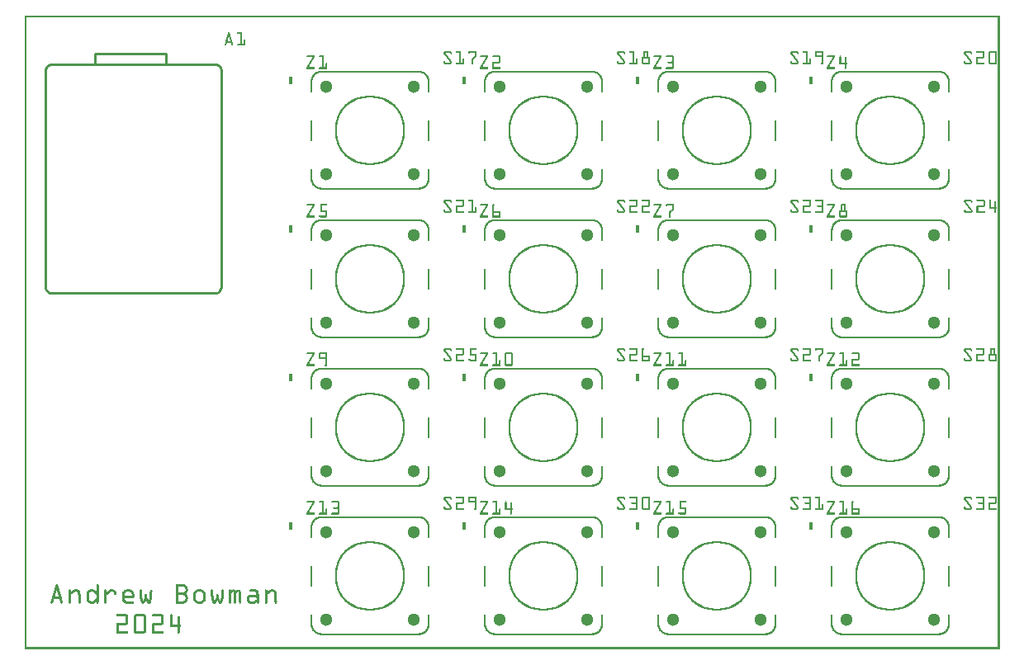
<source format=gto>
G04 MADE WITH FRITZING*
G04 WWW.FRITZING.ORG*
G04 DOUBLE SIDED*
G04 HOLES PLATED*
G04 CONTOUR ON CENTER OF CONTOUR VECTOR*
%ASAXBY*%
%FSLAX23Y23*%
%MOIN*%
%OFA0B0*%
%SFA1.0B1.0*%
%ADD10C,0.283590X0.26759*%
%ADD11C,0.051181X-0.0039371*%
%ADD12R,0.295000X0.054000X0.275000X0.034000*%
%ADD13C,0.010000*%
%ADD14C,0.008000*%
%ADD15R,0.001000X0.001000*%
%LNSILK1*%
G90*
G70*
G54D10*
X3495Y297D03*
G54D11*
X3318Y474D03*
X3673Y474D03*
X3673Y120D03*
X3318Y120D03*
G54D10*
X2795Y297D03*
G54D11*
X2618Y474D03*
X2973Y474D03*
X2973Y120D03*
X2618Y120D03*
G54D10*
X2095Y297D03*
G54D11*
X1918Y474D03*
X2273Y474D03*
X2273Y120D03*
X1918Y120D03*
G54D10*
X1395Y297D03*
G54D11*
X1218Y474D03*
X1573Y474D03*
X1573Y120D03*
X1218Y120D03*
G54D10*
X3495Y897D03*
G54D11*
X3318Y1074D03*
X3673Y1074D03*
X3673Y720D03*
X3318Y720D03*
G54D10*
X2795Y897D03*
G54D11*
X2618Y1074D03*
X2973Y1074D03*
X2973Y720D03*
X2618Y720D03*
G54D10*
X2095Y897D03*
G54D11*
X1918Y1074D03*
X2273Y1074D03*
X2273Y720D03*
X1918Y720D03*
G54D10*
X1395Y897D03*
G54D11*
X1218Y1074D03*
X1573Y1074D03*
X1573Y720D03*
X1218Y720D03*
G54D10*
X3496Y1496D03*
G54D11*
X3319Y1674D03*
X3673Y1674D03*
X3673Y1319D03*
X3319Y1319D03*
G54D10*
X2795Y1497D03*
G54D11*
X2618Y1674D03*
X2973Y1674D03*
X2973Y1320D03*
X2618Y1320D03*
G54D10*
X2095Y1497D03*
G54D11*
X1918Y1674D03*
X2273Y1674D03*
X2273Y1320D03*
X1918Y1320D03*
G54D10*
X1395Y1497D03*
G54D11*
X1218Y1674D03*
X1573Y1674D03*
X1573Y1320D03*
X1218Y1320D03*
G54D10*
X3495Y2097D03*
G54D11*
X3318Y2274D03*
X3673Y2274D03*
X3673Y1920D03*
X3318Y1920D03*
G54D10*
X2795Y2097D03*
G54D11*
X2618Y2274D03*
X2973Y2274D03*
X2973Y1920D03*
X2618Y1920D03*
G54D10*
X2095Y2097D03*
G54D11*
X1918Y2274D03*
X2273Y2274D03*
X2273Y1920D03*
X1918Y1920D03*
G54D10*
X1395Y2097D03*
G54D11*
X1218Y2274D03*
X1573Y2274D03*
X1573Y1920D03*
X1218Y1920D03*
G54D13*
X287Y2407D02*
X572Y2407D01*
X572Y2363D01*
X287Y2363D01*
X287Y2407D01*
D02*
G54D14*
X3259Y454D02*
X3259Y494D01*
D02*
X3298Y533D02*
X3692Y533D01*
D02*
X3732Y494D02*
X3732Y454D01*
D02*
X3732Y336D02*
X3732Y257D01*
D02*
X3732Y139D02*
X3732Y100D01*
D02*
X3692Y61D02*
X3298Y61D01*
D02*
X3259Y100D02*
X3259Y139D01*
D02*
X3259Y257D02*
X3259Y336D01*
D02*
X2559Y454D02*
X2559Y494D01*
D02*
X2598Y533D02*
X2992Y533D01*
D02*
X3032Y494D02*
X3032Y454D01*
D02*
X3032Y336D02*
X3032Y257D01*
D02*
X3032Y139D02*
X3032Y100D01*
D02*
X2992Y61D02*
X2598Y61D01*
D02*
X2559Y100D02*
X2559Y139D01*
D02*
X2559Y257D02*
X2559Y336D01*
D02*
X1859Y454D02*
X1859Y494D01*
D02*
X1898Y533D02*
X2292Y533D01*
D02*
X2332Y494D02*
X2332Y454D01*
D02*
X2332Y336D02*
X2332Y257D01*
D02*
X2332Y139D02*
X2332Y100D01*
D02*
X2292Y61D02*
X1898Y61D01*
D02*
X1859Y100D02*
X1859Y139D01*
D02*
X1859Y257D02*
X1859Y336D01*
D02*
X1159Y454D02*
X1159Y494D01*
D02*
X1198Y533D02*
X1592Y533D01*
D02*
X1632Y494D02*
X1632Y454D01*
D02*
X1632Y336D02*
X1632Y257D01*
D02*
X1632Y139D02*
X1632Y100D01*
D02*
X1592Y61D02*
X1198Y61D01*
D02*
X1159Y100D02*
X1159Y139D01*
D02*
X1159Y257D02*
X1159Y336D01*
D02*
X3259Y1054D02*
X3259Y1094D01*
D02*
X3298Y1133D02*
X3692Y1133D01*
D02*
X3732Y1094D02*
X3732Y1054D01*
D02*
X3732Y936D02*
X3732Y857D01*
D02*
X3732Y739D02*
X3732Y700D01*
D02*
X3692Y661D02*
X3298Y661D01*
D02*
X3259Y700D02*
X3259Y739D01*
D02*
X3259Y857D02*
X3259Y936D01*
D02*
X2559Y1054D02*
X2559Y1094D01*
D02*
X2598Y1133D02*
X2992Y1133D01*
D02*
X3032Y1094D02*
X3032Y1054D01*
D02*
X3032Y936D02*
X3032Y857D01*
D02*
X3032Y739D02*
X3032Y700D01*
D02*
X2992Y661D02*
X2598Y661D01*
D02*
X2559Y700D02*
X2559Y739D01*
D02*
X2559Y857D02*
X2559Y936D01*
D02*
X1859Y1054D02*
X1859Y1094D01*
D02*
X1898Y1133D02*
X2292Y1133D01*
D02*
X2332Y1094D02*
X2332Y1054D01*
D02*
X2332Y936D02*
X2332Y857D01*
D02*
X2332Y739D02*
X2332Y700D01*
D02*
X2292Y661D02*
X1898Y661D01*
D02*
X1859Y700D02*
X1859Y739D01*
D02*
X1859Y857D02*
X1859Y936D01*
D02*
X1159Y1054D02*
X1159Y1094D01*
D02*
X1198Y1133D02*
X1592Y1133D01*
D02*
X1632Y1094D02*
X1632Y1054D01*
D02*
X1632Y936D02*
X1632Y857D01*
D02*
X1632Y739D02*
X1632Y700D01*
D02*
X1592Y661D02*
X1198Y661D01*
D02*
X1159Y700D02*
X1159Y739D01*
D02*
X1159Y857D02*
X1159Y936D01*
D02*
X3260Y1654D02*
X3260Y1693D01*
D02*
X3299Y1733D02*
X3693Y1733D01*
D02*
X3732Y1693D02*
X3732Y1654D01*
D02*
X3732Y1536D02*
X3732Y1457D01*
D02*
X3732Y1339D02*
X3732Y1300D01*
D02*
X3693Y1260D02*
X3299Y1260D01*
D02*
X3260Y1300D02*
X3260Y1339D01*
D02*
X3260Y1457D02*
X3260Y1536D01*
D02*
X2559Y1654D02*
X2559Y1694D01*
D02*
X2598Y1733D02*
X2992Y1733D01*
D02*
X3032Y1694D02*
X3032Y1654D01*
D02*
X3032Y1536D02*
X3032Y1457D01*
D02*
X3032Y1339D02*
X3032Y1300D01*
D02*
X2992Y1261D02*
X2598Y1261D01*
D02*
X2559Y1300D02*
X2559Y1339D01*
D02*
X2559Y1457D02*
X2559Y1536D01*
D02*
X1859Y1654D02*
X1859Y1694D01*
D02*
X1898Y1733D02*
X2292Y1733D01*
D02*
X2332Y1694D02*
X2332Y1654D01*
D02*
X2332Y1536D02*
X2332Y1457D01*
D02*
X2332Y1339D02*
X2332Y1300D01*
D02*
X2292Y1261D02*
X1898Y1261D01*
D02*
X1859Y1300D02*
X1859Y1339D01*
D02*
X1859Y1457D02*
X1859Y1536D01*
D02*
X1159Y1654D02*
X1159Y1694D01*
D02*
X1198Y1733D02*
X1592Y1733D01*
D02*
X1632Y1694D02*
X1632Y1654D01*
D02*
X1632Y1536D02*
X1632Y1457D01*
D02*
X1632Y1339D02*
X1632Y1300D01*
D02*
X1592Y1261D02*
X1198Y1261D01*
D02*
X1159Y1300D02*
X1159Y1339D01*
D02*
X1159Y1457D02*
X1159Y1536D01*
D02*
X3259Y2254D02*
X3259Y2294D01*
D02*
X3298Y2333D02*
X3692Y2333D01*
D02*
X3732Y2294D02*
X3732Y2254D01*
D02*
X3732Y2136D02*
X3732Y2057D01*
D02*
X3732Y1939D02*
X3732Y1900D01*
D02*
X3692Y1861D02*
X3298Y1861D01*
D02*
X3259Y1900D02*
X3259Y1939D01*
D02*
X3259Y2057D02*
X3259Y2136D01*
D02*
X2559Y2254D02*
X2559Y2294D01*
D02*
X2598Y2333D02*
X2992Y2333D01*
D02*
X3032Y2294D02*
X3032Y2254D01*
D02*
X3032Y2136D02*
X3032Y2057D01*
D02*
X3032Y1939D02*
X3032Y1900D01*
D02*
X2992Y1861D02*
X2598Y1861D01*
D02*
X2559Y1900D02*
X2559Y1939D01*
D02*
X2559Y2057D02*
X2559Y2136D01*
D02*
X1859Y2254D02*
X1859Y2294D01*
D02*
X1898Y2333D02*
X2292Y2333D01*
D02*
X2332Y2294D02*
X2332Y2254D01*
D02*
X2332Y2136D02*
X2332Y2057D01*
D02*
X2332Y1939D02*
X2332Y1900D01*
D02*
X2292Y1861D02*
X1898Y1861D01*
D02*
X1859Y1900D02*
X1859Y1939D01*
D02*
X1859Y2057D02*
X1859Y2136D01*
D02*
X1159Y2254D02*
X1159Y2294D01*
D02*
X1198Y2333D02*
X1592Y2333D01*
D02*
X1632Y2294D02*
X1632Y2254D01*
D02*
X1632Y2136D02*
X1632Y2057D01*
D02*
X1632Y1939D02*
X1632Y1900D01*
D02*
X1592Y1861D02*
X1198Y1861D01*
D02*
X1159Y1900D02*
X1159Y1939D01*
D02*
X1159Y2057D02*
X1159Y2136D01*
G54D15*
X1Y2559D02*
X3937Y2559D01*
X1Y2558D02*
X3937Y2558D01*
X1Y2557D02*
X3937Y2557D01*
X1Y2556D02*
X3937Y2556D01*
X1Y2555D02*
X3937Y2555D01*
X1Y2554D02*
X3937Y2554D01*
X1Y2553D02*
X3937Y2553D01*
X1Y2552D02*
X3937Y2552D01*
X1Y2551D02*
X8Y2551D01*
X3930Y2551D02*
X3937Y2551D01*
X1Y2550D02*
X8Y2550D01*
X3930Y2550D02*
X3937Y2550D01*
X1Y2549D02*
X8Y2549D01*
X3930Y2549D02*
X3937Y2549D01*
X1Y2548D02*
X8Y2548D01*
X3930Y2548D02*
X3937Y2548D01*
X1Y2547D02*
X8Y2547D01*
X3930Y2547D02*
X3937Y2547D01*
X1Y2546D02*
X8Y2546D01*
X3930Y2546D02*
X3937Y2546D01*
X1Y2545D02*
X8Y2545D01*
X3930Y2545D02*
X3937Y2545D01*
X1Y2544D02*
X8Y2544D01*
X3930Y2544D02*
X3937Y2544D01*
X1Y2543D02*
X8Y2543D01*
X3930Y2543D02*
X3937Y2543D01*
X1Y2542D02*
X8Y2542D01*
X3930Y2542D02*
X3937Y2542D01*
X1Y2541D02*
X8Y2541D01*
X3930Y2541D02*
X3937Y2541D01*
X1Y2540D02*
X8Y2540D01*
X3930Y2540D02*
X3937Y2540D01*
X1Y2539D02*
X8Y2539D01*
X3930Y2539D02*
X3937Y2539D01*
X1Y2538D02*
X8Y2538D01*
X3930Y2538D02*
X3937Y2538D01*
X1Y2537D02*
X8Y2537D01*
X3930Y2537D02*
X3937Y2537D01*
X1Y2536D02*
X8Y2536D01*
X3930Y2536D02*
X3937Y2536D01*
X1Y2535D02*
X8Y2535D01*
X3930Y2535D02*
X3937Y2535D01*
X1Y2534D02*
X8Y2534D01*
X3930Y2534D02*
X3937Y2534D01*
X1Y2533D02*
X8Y2533D01*
X3930Y2533D02*
X3937Y2533D01*
X1Y2532D02*
X8Y2532D01*
X3930Y2532D02*
X3937Y2532D01*
X1Y2531D02*
X8Y2531D01*
X3930Y2531D02*
X3937Y2531D01*
X1Y2530D02*
X8Y2530D01*
X3930Y2530D02*
X3937Y2530D01*
X1Y2529D02*
X8Y2529D01*
X3930Y2529D02*
X3937Y2529D01*
X1Y2528D02*
X8Y2528D01*
X3930Y2528D02*
X3937Y2528D01*
X1Y2527D02*
X8Y2527D01*
X3930Y2527D02*
X3937Y2527D01*
X1Y2526D02*
X8Y2526D01*
X3930Y2526D02*
X3937Y2526D01*
X1Y2525D02*
X8Y2525D01*
X3930Y2525D02*
X3937Y2525D01*
X1Y2524D02*
X8Y2524D01*
X3930Y2524D02*
X3937Y2524D01*
X1Y2523D02*
X8Y2523D01*
X3930Y2523D02*
X3937Y2523D01*
X1Y2522D02*
X8Y2522D01*
X3930Y2522D02*
X3937Y2522D01*
X1Y2521D02*
X8Y2521D01*
X3930Y2521D02*
X3937Y2521D01*
X1Y2520D02*
X8Y2520D01*
X3930Y2520D02*
X3937Y2520D01*
X1Y2519D02*
X8Y2519D01*
X3930Y2519D02*
X3937Y2519D01*
X1Y2518D02*
X8Y2518D01*
X3930Y2518D02*
X3937Y2518D01*
X1Y2517D02*
X8Y2517D01*
X3930Y2517D02*
X3937Y2517D01*
X1Y2516D02*
X8Y2516D01*
X3930Y2516D02*
X3937Y2516D01*
X1Y2515D02*
X8Y2515D01*
X3930Y2515D02*
X3937Y2515D01*
X1Y2514D02*
X8Y2514D01*
X3930Y2514D02*
X3937Y2514D01*
X1Y2513D02*
X8Y2513D01*
X3930Y2513D02*
X3937Y2513D01*
X1Y2512D02*
X8Y2512D01*
X3930Y2512D02*
X3937Y2512D01*
X1Y2511D02*
X8Y2511D01*
X3930Y2511D02*
X3937Y2511D01*
X1Y2510D02*
X8Y2510D01*
X3930Y2510D02*
X3937Y2510D01*
X1Y2509D02*
X8Y2509D01*
X3930Y2509D02*
X3937Y2509D01*
X1Y2508D02*
X8Y2508D01*
X3930Y2508D02*
X3937Y2508D01*
X1Y2507D02*
X8Y2507D01*
X3930Y2507D02*
X3937Y2507D01*
X1Y2506D02*
X8Y2506D01*
X3930Y2506D02*
X3937Y2506D01*
X1Y2505D02*
X8Y2505D01*
X3930Y2505D02*
X3937Y2505D01*
X1Y2504D02*
X8Y2504D01*
X3930Y2504D02*
X3937Y2504D01*
X1Y2503D02*
X8Y2503D01*
X3930Y2503D02*
X3937Y2503D01*
X1Y2502D02*
X8Y2502D01*
X3930Y2502D02*
X3937Y2502D01*
X1Y2501D02*
X8Y2501D01*
X3930Y2501D02*
X3937Y2501D01*
X1Y2500D02*
X8Y2500D01*
X3930Y2500D02*
X3937Y2500D01*
X1Y2499D02*
X8Y2499D01*
X3930Y2499D02*
X3937Y2499D01*
X1Y2498D02*
X8Y2498D01*
X3930Y2498D02*
X3937Y2498D01*
X1Y2497D02*
X8Y2497D01*
X3930Y2497D02*
X3937Y2497D01*
X1Y2496D02*
X8Y2496D01*
X3930Y2496D02*
X3937Y2496D01*
X1Y2495D02*
X8Y2495D01*
X3930Y2495D02*
X3937Y2495D01*
X1Y2494D02*
X8Y2494D01*
X3930Y2494D02*
X3937Y2494D01*
X1Y2493D02*
X8Y2493D01*
X3930Y2493D02*
X3937Y2493D01*
X1Y2492D02*
X8Y2492D01*
X824Y2492D02*
X827Y2492D01*
X860Y2492D02*
X879Y2492D01*
X3930Y2492D02*
X3937Y2492D01*
X1Y2491D02*
X8Y2491D01*
X823Y2491D02*
X828Y2491D01*
X860Y2491D02*
X879Y2491D01*
X3930Y2491D02*
X3937Y2491D01*
X1Y2490D02*
X8Y2490D01*
X823Y2490D02*
X829Y2490D01*
X859Y2490D02*
X879Y2490D01*
X3930Y2490D02*
X3937Y2490D01*
X1Y2489D02*
X8Y2489D01*
X823Y2489D02*
X829Y2489D01*
X859Y2489D02*
X879Y2489D01*
X3930Y2489D02*
X3937Y2489D01*
X1Y2488D02*
X8Y2488D01*
X822Y2488D02*
X829Y2488D01*
X859Y2488D02*
X879Y2488D01*
X3930Y2488D02*
X3937Y2488D01*
X1Y2487D02*
X8Y2487D01*
X822Y2487D02*
X830Y2487D01*
X860Y2487D02*
X879Y2487D01*
X3930Y2487D02*
X3937Y2487D01*
X1Y2486D02*
X8Y2486D01*
X822Y2486D02*
X830Y2486D01*
X861Y2486D02*
X879Y2486D01*
X3930Y2486D02*
X3937Y2486D01*
X1Y2485D02*
X8Y2485D01*
X821Y2485D02*
X830Y2485D01*
X873Y2485D02*
X879Y2485D01*
X3930Y2485D02*
X3937Y2485D01*
X1Y2484D02*
X8Y2484D01*
X821Y2484D02*
X830Y2484D01*
X873Y2484D02*
X879Y2484D01*
X3930Y2484D02*
X3937Y2484D01*
X1Y2483D02*
X8Y2483D01*
X821Y2483D02*
X831Y2483D01*
X873Y2483D02*
X879Y2483D01*
X3930Y2483D02*
X3937Y2483D01*
X1Y2482D02*
X8Y2482D01*
X820Y2482D02*
X831Y2482D01*
X873Y2482D02*
X879Y2482D01*
X3930Y2482D02*
X3937Y2482D01*
X1Y2481D02*
X8Y2481D01*
X820Y2481D02*
X831Y2481D01*
X873Y2481D02*
X879Y2481D01*
X3930Y2481D02*
X3937Y2481D01*
X1Y2480D02*
X8Y2480D01*
X820Y2480D02*
X832Y2480D01*
X873Y2480D02*
X879Y2480D01*
X3930Y2480D02*
X3937Y2480D01*
X1Y2479D02*
X8Y2479D01*
X820Y2479D02*
X832Y2479D01*
X873Y2479D02*
X879Y2479D01*
X3930Y2479D02*
X3937Y2479D01*
X1Y2478D02*
X8Y2478D01*
X819Y2478D02*
X832Y2478D01*
X873Y2478D02*
X879Y2478D01*
X3930Y2478D02*
X3937Y2478D01*
X1Y2477D02*
X8Y2477D01*
X819Y2477D02*
X832Y2477D01*
X873Y2477D02*
X879Y2477D01*
X3930Y2477D02*
X3937Y2477D01*
X1Y2476D02*
X8Y2476D01*
X819Y2476D02*
X833Y2476D01*
X873Y2476D02*
X879Y2476D01*
X3930Y2476D02*
X3937Y2476D01*
X1Y2475D02*
X8Y2475D01*
X818Y2475D02*
X825Y2475D01*
X827Y2475D02*
X833Y2475D01*
X873Y2475D02*
X879Y2475D01*
X3930Y2475D02*
X3937Y2475D01*
X1Y2474D02*
X8Y2474D01*
X818Y2474D02*
X824Y2474D01*
X827Y2474D02*
X833Y2474D01*
X873Y2474D02*
X879Y2474D01*
X3930Y2474D02*
X3937Y2474D01*
X1Y2473D02*
X8Y2473D01*
X818Y2473D02*
X824Y2473D01*
X827Y2473D02*
X834Y2473D01*
X873Y2473D02*
X879Y2473D01*
X3930Y2473D02*
X3937Y2473D01*
X1Y2472D02*
X8Y2472D01*
X818Y2472D02*
X824Y2472D01*
X828Y2472D02*
X834Y2472D01*
X873Y2472D02*
X879Y2472D01*
X3930Y2472D02*
X3937Y2472D01*
X1Y2471D02*
X8Y2471D01*
X817Y2471D02*
X824Y2471D01*
X828Y2471D02*
X834Y2471D01*
X873Y2471D02*
X879Y2471D01*
X3930Y2471D02*
X3937Y2471D01*
X1Y2470D02*
X8Y2470D01*
X817Y2470D02*
X823Y2470D01*
X828Y2470D02*
X835Y2470D01*
X873Y2470D02*
X879Y2470D01*
X3930Y2470D02*
X3937Y2470D01*
X1Y2469D02*
X8Y2469D01*
X817Y2469D02*
X823Y2469D01*
X828Y2469D02*
X835Y2469D01*
X873Y2469D02*
X879Y2469D01*
X3930Y2469D02*
X3937Y2469D01*
X1Y2468D02*
X8Y2468D01*
X816Y2468D02*
X823Y2468D01*
X829Y2468D02*
X835Y2468D01*
X873Y2468D02*
X879Y2468D01*
X3930Y2468D02*
X3937Y2468D01*
X1Y2467D02*
X8Y2467D01*
X816Y2467D02*
X822Y2467D01*
X829Y2467D02*
X835Y2467D01*
X873Y2467D02*
X879Y2467D01*
X3930Y2467D02*
X3937Y2467D01*
X1Y2466D02*
X8Y2466D01*
X816Y2466D02*
X822Y2466D01*
X829Y2466D02*
X836Y2466D01*
X873Y2466D02*
X879Y2466D01*
X3930Y2466D02*
X3937Y2466D01*
X1Y2465D02*
X8Y2465D01*
X816Y2465D02*
X822Y2465D01*
X830Y2465D02*
X836Y2465D01*
X873Y2465D02*
X879Y2465D01*
X3930Y2465D02*
X3937Y2465D01*
X1Y2464D02*
X8Y2464D01*
X815Y2464D02*
X822Y2464D01*
X830Y2464D02*
X836Y2464D01*
X873Y2464D02*
X879Y2464D01*
X3930Y2464D02*
X3937Y2464D01*
X1Y2463D02*
X8Y2463D01*
X815Y2463D02*
X821Y2463D01*
X830Y2463D02*
X837Y2463D01*
X873Y2463D02*
X879Y2463D01*
X889Y2463D02*
X890Y2463D01*
X3930Y2463D02*
X3937Y2463D01*
X1Y2462D02*
X8Y2462D01*
X815Y2462D02*
X821Y2462D01*
X831Y2462D02*
X837Y2462D01*
X873Y2462D02*
X879Y2462D01*
X887Y2462D02*
X892Y2462D01*
X3930Y2462D02*
X3937Y2462D01*
X1Y2461D02*
X8Y2461D01*
X814Y2461D02*
X821Y2461D01*
X831Y2461D02*
X837Y2461D01*
X873Y2461D02*
X879Y2461D01*
X887Y2461D02*
X892Y2461D01*
X3930Y2461D02*
X3937Y2461D01*
X1Y2460D02*
X8Y2460D01*
X814Y2460D02*
X820Y2460D01*
X831Y2460D02*
X837Y2460D01*
X873Y2460D02*
X879Y2460D01*
X887Y2460D02*
X893Y2460D01*
X3930Y2460D02*
X3937Y2460D01*
X1Y2459D02*
X8Y2459D01*
X814Y2459D02*
X820Y2459D01*
X831Y2459D02*
X838Y2459D01*
X873Y2459D02*
X879Y2459D01*
X887Y2459D02*
X893Y2459D01*
X3930Y2459D02*
X3937Y2459D01*
X1Y2458D02*
X8Y2458D01*
X813Y2458D02*
X820Y2458D01*
X832Y2458D02*
X838Y2458D01*
X873Y2458D02*
X879Y2458D01*
X887Y2458D02*
X893Y2458D01*
X3930Y2458D02*
X3937Y2458D01*
X1Y2457D02*
X8Y2457D01*
X813Y2457D02*
X838Y2457D01*
X873Y2457D02*
X879Y2457D01*
X887Y2457D02*
X893Y2457D01*
X3930Y2457D02*
X3937Y2457D01*
X1Y2456D02*
X8Y2456D01*
X813Y2456D02*
X839Y2456D01*
X873Y2456D02*
X879Y2456D01*
X887Y2456D02*
X893Y2456D01*
X3930Y2456D02*
X3937Y2456D01*
X1Y2455D02*
X8Y2455D01*
X813Y2455D02*
X839Y2455D01*
X873Y2455D02*
X879Y2455D01*
X887Y2455D02*
X893Y2455D01*
X3930Y2455D02*
X3937Y2455D01*
X1Y2454D02*
X8Y2454D01*
X812Y2454D02*
X839Y2454D01*
X873Y2454D02*
X879Y2454D01*
X887Y2454D02*
X893Y2454D01*
X3930Y2454D02*
X3937Y2454D01*
X1Y2453D02*
X8Y2453D01*
X812Y2453D02*
X839Y2453D01*
X873Y2453D02*
X879Y2453D01*
X887Y2453D02*
X893Y2453D01*
X3930Y2453D02*
X3937Y2453D01*
X1Y2452D02*
X8Y2452D01*
X812Y2452D02*
X840Y2452D01*
X873Y2452D02*
X879Y2452D01*
X887Y2452D02*
X893Y2452D01*
X3930Y2452D02*
X3937Y2452D01*
X1Y2451D02*
X8Y2451D01*
X811Y2451D02*
X840Y2451D01*
X873Y2451D02*
X879Y2451D01*
X887Y2451D02*
X893Y2451D01*
X3930Y2451D02*
X3937Y2451D01*
X1Y2450D02*
X8Y2450D01*
X811Y2450D02*
X818Y2450D01*
X834Y2450D02*
X840Y2450D01*
X873Y2450D02*
X879Y2450D01*
X887Y2450D02*
X893Y2450D01*
X3930Y2450D02*
X3937Y2450D01*
X1Y2449D02*
X8Y2449D01*
X811Y2449D02*
X817Y2449D01*
X834Y2449D02*
X841Y2449D01*
X873Y2449D02*
X879Y2449D01*
X887Y2449D02*
X893Y2449D01*
X3930Y2449D02*
X3937Y2449D01*
X1Y2448D02*
X8Y2448D01*
X811Y2448D02*
X817Y2448D01*
X835Y2448D02*
X841Y2448D01*
X873Y2448D02*
X879Y2448D01*
X887Y2448D02*
X893Y2448D01*
X3930Y2448D02*
X3937Y2448D01*
X1Y2447D02*
X8Y2447D01*
X810Y2447D02*
X817Y2447D01*
X835Y2447D02*
X841Y2447D01*
X873Y2447D02*
X879Y2447D01*
X887Y2447D02*
X893Y2447D01*
X3930Y2447D02*
X3937Y2447D01*
X1Y2446D02*
X8Y2446D01*
X810Y2446D02*
X816Y2446D01*
X835Y2446D02*
X842Y2446D01*
X873Y2446D02*
X879Y2446D01*
X887Y2446D02*
X893Y2446D01*
X3930Y2446D02*
X3937Y2446D01*
X1Y2445D02*
X8Y2445D01*
X810Y2445D02*
X816Y2445D01*
X836Y2445D02*
X842Y2445D01*
X861Y2445D02*
X893Y2445D01*
X3930Y2445D02*
X3937Y2445D01*
X1Y2444D02*
X8Y2444D01*
X809Y2444D02*
X816Y2444D01*
X836Y2444D02*
X842Y2444D01*
X860Y2444D02*
X893Y2444D01*
X3930Y2444D02*
X3937Y2444D01*
X1Y2443D02*
X8Y2443D01*
X809Y2443D02*
X815Y2443D01*
X836Y2443D02*
X842Y2443D01*
X859Y2443D02*
X893Y2443D01*
X3930Y2443D02*
X3937Y2443D01*
X1Y2442D02*
X8Y2442D01*
X809Y2442D02*
X815Y2442D01*
X836Y2442D02*
X843Y2442D01*
X859Y2442D02*
X893Y2442D01*
X3930Y2442D02*
X3937Y2442D01*
X1Y2441D02*
X8Y2441D01*
X809Y2441D02*
X815Y2441D01*
X837Y2441D02*
X842Y2441D01*
X859Y2441D02*
X892Y2441D01*
X3930Y2441D02*
X3937Y2441D01*
X1Y2440D02*
X8Y2440D01*
X810Y2440D02*
X814Y2440D01*
X837Y2440D02*
X842Y2440D01*
X860Y2440D02*
X892Y2440D01*
X3930Y2440D02*
X3937Y2440D01*
X1Y2439D02*
X8Y2439D01*
X811Y2439D02*
X813Y2439D01*
X838Y2439D02*
X841Y2439D01*
X861Y2439D02*
X891Y2439D01*
X3930Y2439D02*
X3937Y2439D01*
X1Y2438D02*
X8Y2438D01*
X3930Y2438D02*
X3937Y2438D01*
X1Y2437D02*
X8Y2437D01*
X3930Y2437D02*
X3937Y2437D01*
X1Y2436D02*
X8Y2436D01*
X3930Y2436D02*
X3937Y2436D01*
X1Y2435D02*
X8Y2435D01*
X3930Y2435D02*
X3937Y2435D01*
X1Y2434D02*
X8Y2434D01*
X3930Y2434D02*
X3937Y2434D01*
X1Y2433D02*
X8Y2433D01*
X3930Y2433D02*
X3937Y2433D01*
X1Y2432D02*
X8Y2432D01*
X3930Y2432D02*
X3937Y2432D01*
X1Y2431D02*
X8Y2431D01*
X3930Y2431D02*
X3937Y2431D01*
X1Y2430D02*
X8Y2430D01*
X3930Y2430D02*
X3937Y2430D01*
X1Y2429D02*
X8Y2429D01*
X3930Y2429D02*
X3937Y2429D01*
X1Y2428D02*
X8Y2428D01*
X3930Y2428D02*
X3937Y2428D01*
X1Y2427D02*
X8Y2427D01*
X3930Y2427D02*
X3937Y2427D01*
X1Y2426D02*
X8Y2426D01*
X3930Y2426D02*
X3937Y2426D01*
X1Y2425D02*
X8Y2425D01*
X3930Y2425D02*
X3937Y2425D01*
X1Y2424D02*
X8Y2424D01*
X3930Y2424D02*
X3937Y2424D01*
X1Y2423D02*
X8Y2423D01*
X3930Y2423D02*
X3937Y2423D01*
X1Y2422D02*
X8Y2422D01*
X3930Y2422D02*
X3937Y2422D01*
X1Y2421D02*
X8Y2421D01*
X3930Y2421D02*
X3937Y2421D01*
X1Y2420D02*
X8Y2420D01*
X3930Y2420D02*
X3937Y2420D01*
X1Y2419D02*
X8Y2419D01*
X3930Y2419D02*
X3937Y2419D01*
X1Y2418D02*
X8Y2418D01*
X3930Y2418D02*
X3937Y2418D01*
X1Y2417D02*
X8Y2417D01*
X1698Y2417D02*
X1719Y2417D01*
X1745Y2417D02*
X1762Y2417D01*
X1795Y2417D02*
X1826Y2417D01*
X2398Y2417D02*
X2419Y2417D01*
X2445Y2417D02*
X2462Y2417D01*
X2502Y2417D02*
X2517Y2417D01*
X3098Y2417D02*
X3119Y2417D01*
X3145Y2417D02*
X3162Y2417D01*
X3195Y2417D02*
X3224Y2417D01*
X3798Y2417D02*
X3819Y2417D01*
X3845Y2417D02*
X3871Y2417D01*
X3898Y2417D02*
X3921Y2417D01*
X3930Y2417D02*
X3937Y2417D01*
X1Y2416D02*
X8Y2416D01*
X1696Y2416D02*
X1722Y2416D01*
X1744Y2416D02*
X1763Y2416D01*
X1794Y2416D02*
X1826Y2416D01*
X2396Y2416D02*
X2422Y2416D01*
X2444Y2416D02*
X2463Y2416D01*
X2500Y2416D02*
X2519Y2416D01*
X3096Y2416D02*
X3122Y2416D01*
X3144Y2416D02*
X3163Y2416D01*
X3194Y2416D02*
X3226Y2416D01*
X3796Y2416D02*
X3822Y2416D01*
X3844Y2416D02*
X3873Y2416D01*
X3896Y2416D02*
X3923Y2416D01*
X3930Y2416D02*
X3937Y2416D01*
X1Y2415D02*
X8Y2415D01*
X1695Y2415D02*
X1723Y2415D01*
X1743Y2415D02*
X1763Y2415D01*
X1793Y2415D02*
X1826Y2415D01*
X2395Y2415D02*
X2423Y2415D01*
X2443Y2415D02*
X2463Y2415D01*
X2500Y2415D02*
X2519Y2415D01*
X3095Y2415D02*
X3123Y2415D01*
X3143Y2415D02*
X3163Y2415D01*
X3193Y2415D02*
X3226Y2415D01*
X3795Y2415D02*
X3823Y2415D01*
X3843Y2415D02*
X3874Y2415D01*
X3895Y2415D02*
X3924Y2415D01*
X3930Y2415D02*
X3937Y2415D01*
X1Y2414D02*
X8Y2414D01*
X1694Y2414D02*
X1724Y2414D01*
X1743Y2414D02*
X1763Y2414D01*
X1793Y2414D02*
X1826Y2414D01*
X2394Y2414D02*
X2424Y2414D01*
X2443Y2414D02*
X2463Y2414D01*
X2500Y2414D02*
X2519Y2414D01*
X3094Y2414D02*
X3124Y2414D01*
X3143Y2414D02*
X3163Y2414D01*
X3193Y2414D02*
X3226Y2414D01*
X3794Y2414D02*
X3824Y2414D01*
X3843Y2414D02*
X3875Y2414D01*
X3894Y2414D02*
X3925Y2414D01*
X3930Y2414D02*
X3937Y2414D01*
X1Y2413D02*
X8Y2413D01*
X1694Y2413D02*
X1725Y2413D01*
X1743Y2413D02*
X1763Y2413D01*
X1793Y2413D02*
X1826Y2413D01*
X2394Y2413D02*
X2425Y2413D01*
X2443Y2413D02*
X2463Y2413D01*
X2500Y2413D02*
X2519Y2413D01*
X3094Y2413D02*
X3125Y2413D01*
X3143Y2413D02*
X3163Y2413D01*
X3193Y2413D02*
X3226Y2413D01*
X3794Y2413D02*
X3825Y2413D01*
X3843Y2413D02*
X3876Y2413D01*
X3893Y2413D02*
X3926Y2413D01*
X3930Y2413D02*
X3937Y2413D01*
X1Y2412D02*
X8Y2412D01*
X1693Y2412D02*
X1725Y2412D01*
X1743Y2412D02*
X1763Y2412D01*
X1793Y2412D02*
X1826Y2412D01*
X2393Y2412D02*
X2425Y2412D01*
X2443Y2412D02*
X2463Y2412D01*
X2500Y2412D02*
X2519Y2412D01*
X3093Y2412D02*
X3125Y2412D01*
X3143Y2412D02*
X3163Y2412D01*
X3193Y2412D02*
X3226Y2412D01*
X3793Y2412D02*
X3825Y2412D01*
X3843Y2412D02*
X3876Y2412D01*
X3893Y2412D02*
X3926Y2412D01*
X3930Y2412D02*
X3937Y2412D01*
X1Y2411D02*
X8Y2411D01*
X1693Y2411D02*
X1726Y2411D01*
X1744Y2411D02*
X1763Y2411D01*
X1793Y2411D02*
X1826Y2411D01*
X2393Y2411D02*
X2426Y2411D01*
X2444Y2411D02*
X2463Y2411D01*
X2500Y2411D02*
X2519Y2411D01*
X3093Y2411D02*
X3126Y2411D01*
X3144Y2411D02*
X3163Y2411D01*
X3193Y2411D02*
X3226Y2411D01*
X3793Y2411D02*
X3826Y2411D01*
X3844Y2411D02*
X3876Y2411D01*
X3893Y2411D02*
X3926Y2411D01*
X3930Y2411D02*
X3937Y2411D01*
X1Y2410D02*
X8Y2410D01*
X1693Y2410D02*
X1699Y2410D01*
X1719Y2410D02*
X1726Y2410D01*
X1756Y2410D02*
X1763Y2410D01*
X1793Y2410D02*
X1799Y2410D01*
X1820Y2410D02*
X1826Y2410D01*
X2393Y2410D02*
X2399Y2410D01*
X2419Y2410D02*
X2426Y2410D01*
X2456Y2410D02*
X2463Y2410D01*
X2500Y2410D02*
X2506Y2410D01*
X2513Y2410D02*
X2519Y2410D01*
X3093Y2410D02*
X3099Y2410D01*
X3119Y2410D02*
X3126Y2410D01*
X3156Y2410D02*
X3163Y2410D01*
X3193Y2410D02*
X3199Y2410D01*
X3220Y2410D02*
X3226Y2410D01*
X3793Y2410D02*
X3799Y2410D01*
X3819Y2410D02*
X3826Y2410D01*
X3870Y2410D02*
X3876Y2410D01*
X3893Y2410D02*
X3899Y2410D01*
X3920Y2410D02*
X3926Y2410D01*
X3930Y2410D02*
X3937Y2410D01*
X1Y2409D02*
X8Y2409D01*
X1693Y2409D02*
X1699Y2409D01*
X1720Y2409D02*
X1726Y2409D01*
X1756Y2409D02*
X1763Y2409D01*
X1793Y2409D02*
X1798Y2409D01*
X1820Y2409D02*
X1826Y2409D01*
X2393Y2409D02*
X2399Y2409D01*
X2420Y2409D02*
X2426Y2409D01*
X2456Y2409D02*
X2463Y2409D01*
X2500Y2409D02*
X2506Y2409D01*
X2513Y2409D02*
X2519Y2409D01*
X3093Y2409D02*
X3099Y2409D01*
X3120Y2409D02*
X3126Y2409D01*
X3156Y2409D02*
X3163Y2409D01*
X3193Y2409D02*
X3199Y2409D01*
X3220Y2409D02*
X3226Y2409D01*
X3793Y2409D02*
X3799Y2409D01*
X3820Y2409D02*
X3826Y2409D01*
X3870Y2409D02*
X3876Y2409D01*
X3893Y2409D02*
X3899Y2409D01*
X3920Y2409D02*
X3926Y2409D01*
X3930Y2409D02*
X3937Y2409D01*
X1Y2408D02*
X8Y2408D01*
X1693Y2408D02*
X1700Y2408D01*
X1720Y2408D02*
X1726Y2408D01*
X1756Y2408D02*
X1763Y2408D01*
X1794Y2408D02*
X1797Y2408D01*
X1820Y2408D02*
X1826Y2408D01*
X2393Y2408D02*
X2400Y2408D01*
X2420Y2408D02*
X2426Y2408D01*
X2456Y2408D02*
X2463Y2408D01*
X2500Y2408D02*
X2506Y2408D01*
X2513Y2408D02*
X2519Y2408D01*
X3093Y2408D02*
X3100Y2408D01*
X3120Y2408D02*
X3126Y2408D01*
X3156Y2408D02*
X3163Y2408D01*
X3193Y2408D02*
X3199Y2408D01*
X3220Y2408D02*
X3226Y2408D01*
X3793Y2408D02*
X3800Y2408D01*
X3820Y2408D02*
X3826Y2408D01*
X3870Y2408D02*
X3876Y2408D01*
X3893Y2408D02*
X3899Y2408D01*
X3920Y2408D02*
X3926Y2408D01*
X3930Y2408D02*
X3937Y2408D01*
X1Y2407D02*
X8Y2407D01*
X1693Y2407D02*
X1700Y2407D01*
X1720Y2407D02*
X1726Y2407D01*
X1756Y2407D02*
X1763Y2407D01*
X1820Y2407D02*
X1826Y2407D01*
X2393Y2407D02*
X2400Y2407D01*
X2420Y2407D02*
X2426Y2407D01*
X2456Y2407D02*
X2463Y2407D01*
X2500Y2407D02*
X2506Y2407D01*
X2513Y2407D02*
X2519Y2407D01*
X3093Y2407D02*
X3100Y2407D01*
X3120Y2407D02*
X3126Y2407D01*
X3156Y2407D02*
X3163Y2407D01*
X3193Y2407D02*
X3199Y2407D01*
X3220Y2407D02*
X3226Y2407D01*
X3793Y2407D02*
X3800Y2407D01*
X3820Y2407D02*
X3826Y2407D01*
X3870Y2407D02*
X3876Y2407D01*
X3893Y2407D02*
X3899Y2407D01*
X3920Y2407D02*
X3926Y2407D01*
X3930Y2407D02*
X3937Y2407D01*
X1Y2406D02*
X8Y2406D01*
X1694Y2406D02*
X1701Y2406D01*
X1721Y2406D02*
X1726Y2406D01*
X1756Y2406D02*
X1763Y2406D01*
X1820Y2406D02*
X1826Y2406D01*
X2394Y2406D02*
X2401Y2406D01*
X2421Y2406D02*
X2426Y2406D01*
X2456Y2406D02*
X2463Y2406D01*
X2500Y2406D02*
X2506Y2406D01*
X2513Y2406D02*
X2519Y2406D01*
X3094Y2406D02*
X3101Y2406D01*
X3121Y2406D02*
X3126Y2406D01*
X3156Y2406D02*
X3163Y2406D01*
X3193Y2406D02*
X3199Y2406D01*
X3220Y2406D02*
X3226Y2406D01*
X3794Y2406D02*
X3801Y2406D01*
X3821Y2406D02*
X3826Y2406D01*
X3870Y2406D02*
X3876Y2406D01*
X3893Y2406D02*
X3899Y2406D01*
X3920Y2406D02*
X3926Y2406D01*
X3930Y2406D02*
X3937Y2406D01*
X1Y2405D02*
X8Y2405D01*
X1694Y2405D02*
X1702Y2405D01*
X1722Y2405D02*
X1725Y2405D01*
X1756Y2405D02*
X1763Y2405D01*
X1820Y2405D02*
X1826Y2405D01*
X2394Y2405D02*
X2402Y2405D01*
X2422Y2405D02*
X2425Y2405D01*
X2456Y2405D02*
X2463Y2405D01*
X2500Y2405D02*
X2506Y2405D01*
X2513Y2405D02*
X2519Y2405D01*
X3094Y2405D02*
X3102Y2405D01*
X3122Y2405D02*
X3125Y2405D01*
X3156Y2405D02*
X3163Y2405D01*
X3193Y2405D02*
X3199Y2405D01*
X3220Y2405D02*
X3226Y2405D01*
X3794Y2405D02*
X3802Y2405D01*
X3822Y2405D02*
X3825Y2405D01*
X3870Y2405D02*
X3876Y2405D01*
X3893Y2405D02*
X3899Y2405D01*
X3920Y2405D02*
X3926Y2405D01*
X3930Y2405D02*
X3937Y2405D01*
X1Y2404D02*
X8Y2404D01*
X1695Y2404D02*
X1703Y2404D01*
X1756Y2404D02*
X1763Y2404D01*
X1820Y2404D02*
X1826Y2404D01*
X2395Y2404D02*
X2403Y2404D01*
X2456Y2404D02*
X2463Y2404D01*
X2500Y2404D02*
X2506Y2404D01*
X2513Y2404D02*
X2519Y2404D01*
X3095Y2404D02*
X3103Y2404D01*
X3156Y2404D02*
X3163Y2404D01*
X3193Y2404D02*
X3199Y2404D01*
X3220Y2404D02*
X3226Y2404D01*
X3795Y2404D02*
X3803Y2404D01*
X3870Y2404D02*
X3876Y2404D01*
X3893Y2404D02*
X3899Y2404D01*
X3920Y2404D02*
X3926Y2404D01*
X3930Y2404D02*
X3937Y2404D01*
X1Y2403D02*
X8Y2403D01*
X1696Y2403D02*
X1704Y2403D01*
X1756Y2403D02*
X1763Y2403D01*
X1820Y2403D02*
X1826Y2403D01*
X2396Y2403D02*
X2404Y2403D01*
X2456Y2403D02*
X2463Y2403D01*
X2500Y2403D02*
X2506Y2403D01*
X2513Y2403D02*
X2519Y2403D01*
X3096Y2403D02*
X3104Y2403D01*
X3156Y2403D02*
X3163Y2403D01*
X3193Y2403D02*
X3199Y2403D01*
X3220Y2403D02*
X3226Y2403D01*
X3796Y2403D02*
X3804Y2403D01*
X3870Y2403D02*
X3876Y2403D01*
X3893Y2403D02*
X3899Y2403D01*
X3920Y2403D02*
X3926Y2403D01*
X3930Y2403D02*
X3937Y2403D01*
X1Y2402D02*
X8Y2402D01*
X1696Y2402D02*
X1704Y2402D01*
X1756Y2402D02*
X1763Y2402D01*
X1820Y2402D02*
X1826Y2402D01*
X2396Y2402D02*
X2404Y2402D01*
X2456Y2402D02*
X2463Y2402D01*
X2500Y2402D02*
X2506Y2402D01*
X2513Y2402D02*
X2519Y2402D01*
X3096Y2402D02*
X3104Y2402D01*
X3156Y2402D02*
X3163Y2402D01*
X3193Y2402D02*
X3199Y2402D01*
X3220Y2402D02*
X3226Y2402D01*
X3796Y2402D02*
X3804Y2402D01*
X3870Y2402D02*
X3876Y2402D01*
X3893Y2402D02*
X3899Y2402D01*
X3920Y2402D02*
X3926Y2402D01*
X3930Y2402D02*
X3937Y2402D01*
X1Y2401D02*
X8Y2401D01*
X1697Y2401D02*
X1705Y2401D01*
X1756Y2401D02*
X1763Y2401D01*
X1820Y2401D02*
X1826Y2401D01*
X2397Y2401D02*
X2405Y2401D01*
X2456Y2401D02*
X2463Y2401D01*
X2500Y2401D02*
X2506Y2401D01*
X2513Y2401D02*
X2519Y2401D01*
X3097Y2401D02*
X3105Y2401D01*
X3156Y2401D02*
X3163Y2401D01*
X3193Y2401D02*
X3199Y2401D01*
X3220Y2401D02*
X3226Y2401D01*
X3797Y2401D02*
X3805Y2401D01*
X3870Y2401D02*
X3876Y2401D01*
X3893Y2401D02*
X3899Y2401D01*
X3920Y2401D02*
X3926Y2401D01*
X3930Y2401D02*
X3937Y2401D01*
X1Y2400D02*
X8Y2400D01*
X1698Y2400D02*
X1706Y2400D01*
X1756Y2400D02*
X1763Y2400D01*
X1820Y2400D02*
X1826Y2400D01*
X2398Y2400D02*
X2406Y2400D01*
X2456Y2400D02*
X2463Y2400D01*
X2500Y2400D02*
X2506Y2400D01*
X2513Y2400D02*
X2519Y2400D01*
X3098Y2400D02*
X3106Y2400D01*
X3156Y2400D02*
X3163Y2400D01*
X3193Y2400D02*
X3199Y2400D01*
X3220Y2400D02*
X3226Y2400D01*
X3798Y2400D02*
X3806Y2400D01*
X3870Y2400D02*
X3876Y2400D01*
X3893Y2400D02*
X3899Y2400D01*
X3920Y2400D02*
X3926Y2400D01*
X3930Y2400D02*
X3937Y2400D01*
X1Y2399D02*
X8Y2399D01*
X1699Y2399D02*
X1707Y2399D01*
X1756Y2399D02*
X1763Y2399D01*
X1820Y2399D02*
X1826Y2399D01*
X2399Y2399D02*
X2407Y2399D01*
X2456Y2399D02*
X2463Y2399D01*
X2500Y2399D02*
X2506Y2399D01*
X2513Y2399D02*
X2519Y2399D01*
X3099Y2399D02*
X3107Y2399D01*
X3156Y2399D02*
X3163Y2399D01*
X3193Y2399D02*
X3226Y2399D01*
X3799Y2399D02*
X3807Y2399D01*
X3870Y2399D02*
X3876Y2399D01*
X3893Y2399D02*
X3899Y2399D01*
X3920Y2399D02*
X3926Y2399D01*
X3930Y2399D02*
X3937Y2399D01*
X1Y2398D02*
X8Y2398D01*
X1141Y2398D02*
X1172Y2398D01*
X1191Y2398D02*
X1209Y2398D01*
X1699Y2398D02*
X1707Y2398D01*
X1756Y2398D02*
X1763Y2398D01*
X1820Y2398D02*
X1826Y2398D01*
X1841Y2398D02*
X1872Y2398D01*
X1891Y2398D02*
X1918Y2398D01*
X2399Y2398D02*
X2407Y2398D01*
X2456Y2398D02*
X2463Y2398D01*
X2500Y2398D02*
X2506Y2398D01*
X2513Y2398D02*
X2519Y2398D01*
X2541Y2398D02*
X2572Y2398D01*
X2591Y2398D02*
X2618Y2398D01*
X3099Y2398D02*
X3107Y2398D01*
X3156Y2398D02*
X3163Y2398D01*
X3193Y2398D02*
X3226Y2398D01*
X3241Y2398D02*
X3272Y2398D01*
X3292Y2398D02*
X3295Y2398D01*
X3799Y2398D02*
X3807Y2398D01*
X3870Y2398D02*
X3876Y2398D01*
X3893Y2398D02*
X3899Y2398D01*
X3920Y2398D02*
X3926Y2398D01*
X3930Y2398D02*
X3937Y2398D01*
X1Y2397D02*
X8Y2397D01*
X1140Y2397D02*
X1172Y2397D01*
X1190Y2397D02*
X1209Y2397D01*
X1700Y2397D02*
X1708Y2397D01*
X1756Y2397D02*
X1763Y2397D01*
X1819Y2397D02*
X1826Y2397D01*
X1840Y2397D02*
X1872Y2397D01*
X1890Y2397D02*
X1919Y2397D01*
X2400Y2397D02*
X2408Y2397D01*
X2456Y2397D02*
X2463Y2397D01*
X2500Y2397D02*
X2506Y2397D01*
X2513Y2397D02*
X2519Y2397D01*
X2540Y2397D02*
X2572Y2397D01*
X2590Y2397D02*
X2619Y2397D01*
X3100Y2397D02*
X3108Y2397D01*
X3156Y2397D02*
X3163Y2397D01*
X3193Y2397D02*
X3226Y2397D01*
X3240Y2397D02*
X3272Y2397D01*
X3291Y2397D02*
X3296Y2397D01*
X3800Y2397D02*
X3808Y2397D01*
X3870Y2397D02*
X3876Y2397D01*
X3893Y2397D02*
X3899Y2397D01*
X3920Y2397D02*
X3926Y2397D01*
X3930Y2397D02*
X3937Y2397D01*
X1Y2396D02*
X8Y2396D01*
X1139Y2396D02*
X1172Y2396D01*
X1189Y2396D02*
X1209Y2396D01*
X1701Y2396D02*
X1709Y2396D01*
X1756Y2396D02*
X1763Y2396D01*
X1818Y2396D02*
X1826Y2396D01*
X1839Y2396D02*
X1872Y2396D01*
X1889Y2396D02*
X1921Y2396D01*
X2401Y2396D02*
X2409Y2396D01*
X2456Y2396D02*
X2463Y2396D01*
X2500Y2396D02*
X2506Y2396D01*
X2513Y2396D02*
X2519Y2396D01*
X2539Y2396D02*
X2572Y2396D01*
X2589Y2396D02*
X2621Y2396D01*
X3101Y2396D02*
X3109Y2396D01*
X3156Y2396D02*
X3163Y2396D01*
X3193Y2396D02*
X3226Y2396D01*
X3239Y2396D02*
X3272Y2396D01*
X3291Y2396D02*
X3296Y2396D01*
X3801Y2396D02*
X3809Y2396D01*
X3870Y2396D02*
X3876Y2396D01*
X3893Y2396D02*
X3899Y2396D01*
X3920Y2396D02*
X3926Y2396D01*
X3930Y2396D02*
X3937Y2396D01*
X1Y2395D02*
X8Y2395D01*
X1139Y2395D02*
X1172Y2395D01*
X1189Y2395D02*
X1209Y2395D01*
X1702Y2395D02*
X1710Y2395D01*
X1756Y2395D02*
X1763Y2395D01*
X1817Y2395D02*
X1826Y2395D01*
X1839Y2395D02*
X1872Y2395D01*
X1889Y2395D02*
X1921Y2395D01*
X2402Y2395D02*
X2410Y2395D01*
X2456Y2395D02*
X2463Y2395D01*
X2500Y2395D02*
X2506Y2395D01*
X2513Y2395D02*
X2519Y2395D01*
X2539Y2395D02*
X2572Y2395D01*
X2589Y2395D02*
X2621Y2395D01*
X3102Y2395D02*
X3110Y2395D01*
X3156Y2395D02*
X3163Y2395D01*
X3193Y2395D02*
X3226Y2395D01*
X3239Y2395D02*
X3272Y2395D01*
X3291Y2395D02*
X3296Y2395D01*
X3802Y2395D02*
X3810Y2395D01*
X3870Y2395D02*
X3876Y2395D01*
X3893Y2395D02*
X3899Y2395D01*
X3920Y2395D02*
X3926Y2395D01*
X3930Y2395D02*
X3937Y2395D01*
X1Y2394D02*
X8Y2394D01*
X1139Y2394D02*
X1172Y2394D01*
X1189Y2394D02*
X1209Y2394D01*
X1703Y2394D02*
X1711Y2394D01*
X1756Y2394D02*
X1763Y2394D01*
X1816Y2394D02*
X1825Y2394D01*
X1839Y2394D02*
X1872Y2394D01*
X1889Y2394D02*
X1922Y2394D01*
X2403Y2394D02*
X2411Y2394D01*
X2456Y2394D02*
X2463Y2394D01*
X2499Y2394D02*
X2506Y2394D01*
X2513Y2394D02*
X2520Y2394D01*
X2539Y2394D02*
X2572Y2394D01*
X2589Y2394D02*
X2622Y2394D01*
X3103Y2394D02*
X3111Y2394D01*
X3156Y2394D02*
X3163Y2394D01*
X3194Y2394D02*
X3226Y2394D01*
X3239Y2394D02*
X3272Y2394D01*
X3290Y2394D02*
X3297Y2394D01*
X3803Y2394D02*
X3811Y2394D01*
X3870Y2394D02*
X3876Y2394D01*
X3893Y2394D02*
X3899Y2394D01*
X3920Y2394D02*
X3926Y2394D01*
X3930Y2394D02*
X3937Y2394D01*
X1Y2393D02*
X8Y2393D01*
X1139Y2393D02*
X1172Y2393D01*
X1189Y2393D02*
X1209Y2393D01*
X1703Y2393D02*
X1711Y2393D01*
X1756Y2393D02*
X1763Y2393D01*
X1815Y2393D02*
X1825Y2393D01*
X1839Y2393D02*
X1872Y2393D01*
X1889Y2393D02*
X1922Y2393D01*
X2403Y2393D02*
X2411Y2393D01*
X2456Y2393D02*
X2463Y2393D01*
X2496Y2393D02*
X2522Y2393D01*
X2539Y2393D02*
X2572Y2393D01*
X2589Y2393D02*
X2622Y2393D01*
X3103Y2393D02*
X3111Y2393D01*
X3156Y2393D02*
X3163Y2393D01*
X3195Y2393D02*
X3226Y2393D01*
X3239Y2393D02*
X3272Y2393D01*
X3290Y2393D02*
X3297Y2393D01*
X3803Y2393D02*
X3811Y2393D01*
X3847Y2393D02*
X3876Y2393D01*
X3893Y2393D02*
X3899Y2393D01*
X3920Y2393D02*
X3926Y2393D01*
X3930Y2393D02*
X3937Y2393D01*
X1Y2392D02*
X8Y2392D01*
X1140Y2392D02*
X1171Y2392D01*
X1190Y2392D02*
X1209Y2392D01*
X1704Y2392D02*
X1712Y2392D01*
X1756Y2392D02*
X1763Y2392D01*
X1814Y2392D02*
X1823Y2392D01*
X1840Y2392D02*
X1871Y2392D01*
X1890Y2392D02*
X1922Y2392D01*
X2404Y2392D02*
X2412Y2392D01*
X2456Y2392D02*
X2463Y2392D01*
X2495Y2392D02*
X2524Y2392D01*
X2540Y2392D02*
X2571Y2392D01*
X2590Y2392D02*
X2622Y2392D01*
X3104Y2392D02*
X3112Y2392D01*
X3156Y2392D02*
X3163Y2392D01*
X3220Y2392D02*
X3226Y2392D01*
X3240Y2392D02*
X3271Y2392D01*
X3290Y2392D02*
X3297Y2392D01*
X3313Y2392D02*
X3315Y2392D01*
X3804Y2392D02*
X3812Y2392D01*
X3845Y2392D02*
X3876Y2392D01*
X3893Y2392D02*
X3899Y2392D01*
X3920Y2392D02*
X3926Y2392D01*
X3930Y2392D02*
X3937Y2392D01*
X1Y2391D02*
X8Y2391D01*
X1163Y2391D02*
X1171Y2391D01*
X1203Y2391D02*
X1209Y2391D01*
X1705Y2391D02*
X1713Y2391D01*
X1756Y2391D02*
X1763Y2391D01*
X1812Y2391D02*
X1822Y2391D01*
X1863Y2391D02*
X1871Y2391D01*
X1916Y2391D02*
X1922Y2391D01*
X2405Y2391D02*
X2413Y2391D01*
X2456Y2391D02*
X2463Y2391D01*
X2494Y2391D02*
X2525Y2391D01*
X2563Y2391D02*
X2571Y2391D01*
X2616Y2391D02*
X2622Y2391D01*
X3105Y2391D02*
X3113Y2391D01*
X3156Y2391D02*
X3163Y2391D01*
X3220Y2391D02*
X3226Y2391D01*
X3263Y2391D02*
X3271Y2391D01*
X3290Y2391D02*
X3297Y2391D01*
X3312Y2391D02*
X3317Y2391D01*
X3805Y2391D02*
X3813Y2391D01*
X3844Y2391D02*
X3876Y2391D01*
X3893Y2391D02*
X3899Y2391D01*
X3920Y2391D02*
X3926Y2391D01*
X3930Y2391D02*
X3937Y2391D01*
X1Y2390D02*
X8Y2390D01*
X1163Y2390D02*
X1170Y2390D01*
X1203Y2390D02*
X1209Y2390D01*
X1706Y2390D02*
X1714Y2390D01*
X1756Y2390D02*
X1763Y2390D01*
X1811Y2390D02*
X1821Y2390D01*
X1863Y2390D02*
X1870Y2390D01*
X1916Y2390D02*
X1922Y2390D01*
X2406Y2390D02*
X2414Y2390D01*
X2456Y2390D02*
X2463Y2390D01*
X2494Y2390D02*
X2525Y2390D01*
X2563Y2390D02*
X2570Y2390D01*
X2616Y2390D02*
X2622Y2390D01*
X3106Y2390D02*
X3114Y2390D01*
X3156Y2390D02*
X3163Y2390D01*
X3220Y2390D02*
X3226Y2390D01*
X3263Y2390D02*
X3270Y2390D01*
X3290Y2390D02*
X3297Y2390D01*
X3311Y2390D02*
X3317Y2390D01*
X3806Y2390D02*
X3814Y2390D01*
X3844Y2390D02*
X3875Y2390D01*
X3893Y2390D02*
X3899Y2390D01*
X3920Y2390D02*
X3926Y2390D01*
X3930Y2390D02*
X3937Y2390D01*
X1Y2389D02*
X8Y2389D01*
X1162Y2389D02*
X1169Y2389D01*
X1203Y2389D02*
X1209Y2389D01*
X1706Y2389D02*
X1714Y2389D01*
X1756Y2389D02*
X1763Y2389D01*
X1810Y2389D02*
X1820Y2389D01*
X1862Y2389D02*
X1869Y2389D01*
X1916Y2389D02*
X1922Y2389D01*
X2406Y2389D02*
X2414Y2389D01*
X2456Y2389D02*
X2463Y2389D01*
X2493Y2389D02*
X2526Y2389D01*
X2562Y2389D02*
X2569Y2389D01*
X2616Y2389D02*
X2622Y2389D01*
X3106Y2389D02*
X3114Y2389D01*
X3156Y2389D02*
X3163Y2389D01*
X3220Y2389D02*
X3226Y2389D01*
X3262Y2389D02*
X3269Y2389D01*
X3290Y2389D02*
X3297Y2389D01*
X3311Y2389D02*
X3317Y2389D01*
X3806Y2389D02*
X3814Y2389D01*
X3843Y2389D02*
X3874Y2389D01*
X3893Y2389D02*
X3899Y2389D01*
X3920Y2389D02*
X3926Y2389D01*
X3930Y2389D02*
X3937Y2389D01*
X1Y2388D02*
X8Y2388D01*
X1162Y2388D02*
X1169Y2388D01*
X1203Y2388D02*
X1209Y2388D01*
X1707Y2388D02*
X1715Y2388D01*
X1756Y2388D02*
X1763Y2388D01*
X1809Y2388D02*
X1819Y2388D01*
X1862Y2388D02*
X1869Y2388D01*
X1916Y2388D02*
X1922Y2388D01*
X2407Y2388D02*
X2415Y2388D01*
X2456Y2388D02*
X2463Y2388D01*
X2493Y2388D02*
X2526Y2388D01*
X2562Y2388D02*
X2569Y2388D01*
X2616Y2388D02*
X2622Y2388D01*
X3107Y2388D02*
X3115Y2388D01*
X3156Y2388D02*
X3163Y2388D01*
X3220Y2388D02*
X3226Y2388D01*
X3262Y2388D02*
X3269Y2388D01*
X3290Y2388D02*
X3297Y2388D01*
X3311Y2388D02*
X3317Y2388D01*
X3807Y2388D02*
X3815Y2388D01*
X3843Y2388D02*
X3873Y2388D01*
X3893Y2388D02*
X3899Y2388D01*
X3920Y2388D02*
X3926Y2388D01*
X3930Y2388D02*
X3937Y2388D01*
X1Y2387D02*
X8Y2387D01*
X1161Y2387D02*
X1168Y2387D01*
X1203Y2387D02*
X1209Y2387D01*
X1708Y2387D02*
X1716Y2387D01*
X1756Y2387D02*
X1763Y2387D01*
X1772Y2387D02*
X1775Y2387D01*
X1808Y2387D02*
X1817Y2387D01*
X1861Y2387D02*
X1868Y2387D01*
X1916Y2387D02*
X1922Y2387D01*
X2408Y2387D02*
X2416Y2387D01*
X2456Y2387D02*
X2463Y2387D01*
X2472Y2387D02*
X2475Y2387D01*
X2493Y2387D02*
X2526Y2387D01*
X2561Y2387D02*
X2568Y2387D01*
X2616Y2387D02*
X2622Y2387D01*
X3108Y2387D02*
X3116Y2387D01*
X3156Y2387D02*
X3163Y2387D01*
X3172Y2387D02*
X3175Y2387D01*
X3220Y2387D02*
X3226Y2387D01*
X3261Y2387D02*
X3268Y2387D01*
X3290Y2387D02*
X3297Y2387D01*
X3311Y2387D02*
X3317Y2387D01*
X3808Y2387D02*
X3816Y2387D01*
X3843Y2387D02*
X3871Y2387D01*
X3893Y2387D02*
X3899Y2387D01*
X3920Y2387D02*
X3926Y2387D01*
X3930Y2387D02*
X3937Y2387D01*
X1Y2386D02*
X8Y2386D01*
X1161Y2386D02*
X1168Y2386D01*
X1203Y2386D02*
X1209Y2386D01*
X1709Y2386D02*
X1717Y2386D01*
X1756Y2386D02*
X1763Y2386D01*
X1771Y2386D02*
X1776Y2386D01*
X1807Y2386D02*
X1816Y2386D01*
X1861Y2386D02*
X1868Y2386D01*
X1916Y2386D02*
X1922Y2386D01*
X2409Y2386D02*
X2417Y2386D01*
X2456Y2386D02*
X2463Y2386D01*
X2471Y2386D02*
X2476Y2386D01*
X2493Y2386D02*
X2499Y2386D01*
X2520Y2386D02*
X2526Y2386D01*
X2561Y2386D02*
X2568Y2386D01*
X2616Y2386D02*
X2622Y2386D01*
X3109Y2386D02*
X3117Y2386D01*
X3156Y2386D02*
X3163Y2386D01*
X3171Y2386D02*
X3176Y2386D01*
X3220Y2386D02*
X3226Y2386D01*
X3261Y2386D02*
X3268Y2386D01*
X3290Y2386D02*
X3297Y2386D01*
X3311Y2386D02*
X3317Y2386D01*
X3809Y2386D02*
X3817Y2386D01*
X3843Y2386D02*
X3849Y2386D01*
X3893Y2386D02*
X3899Y2386D01*
X3920Y2386D02*
X3926Y2386D01*
X3930Y2386D02*
X3937Y2386D01*
X1Y2385D02*
X8Y2385D01*
X1160Y2385D02*
X1167Y2385D01*
X1203Y2385D02*
X1209Y2385D01*
X1710Y2385D02*
X1718Y2385D01*
X1756Y2385D02*
X1763Y2385D01*
X1770Y2385D02*
X1776Y2385D01*
X1807Y2385D02*
X1815Y2385D01*
X1860Y2385D02*
X1867Y2385D01*
X1916Y2385D02*
X1922Y2385D01*
X2410Y2385D02*
X2418Y2385D01*
X2456Y2385D02*
X2463Y2385D01*
X2470Y2385D02*
X2476Y2385D01*
X2493Y2385D02*
X2499Y2385D01*
X2520Y2385D02*
X2526Y2385D01*
X2560Y2385D02*
X2567Y2385D01*
X2616Y2385D02*
X2622Y2385D01*
X3110Y2385D02*
X3118Y2385D01*
X3156Y2385D02*
X3163Y2385D01*
X3170Y2385D02*
X3176Y2385D01*
X3220Y2385D02*
X3226Y2385D01*
X3260Y2385D02*
X3267Y2385D01*
X3290Y2385D02*
X3297Y2385D01*
X3311Y2385D02*
X3317Y2385D01*
X3810Y2385D02*
X3818Y2385D01*
X3843Y2385D02*
X3849Y2385D01*
X3893Y2385D02*
X3899Y2385D01*
X3920Y2385D02*
X3926Y2385D01*
X3930Y2385D02*
X3937Y2385D01*
X1Y2384D02*
X8Y2384D01*
X1159Y2384D02*
X1167Y2384D01*
X1203Y2384D02*
X1209Y2384D01*
X1710Y2384D02*
X1718Y2384D01*
X1756Y2384D02*
X1763Y2384D01*
X1770Y2384D02*
X1776Y2384D01*
X1806Y2384D02*
X1814Y2384D01*
X1859Y2384D02*
X1867Y2384D01*
X1916Y2384D02*
X1922Y2384D01*
X2410Y2384D02*
X2418Y2384D01*
X2456Y2384D02*
X2463Y2384D01*
X2470Y2384D02*
X2476Y2384D01*
X2493Y2384D02*
X2499Y2384D01*
X2520Y2384D02*
X2526Y2384D01*
X2559Y2384D02*
X2567Y2384D01*
X2616Y2384D02*
X2622Y2384D01*
X3110Y2384D02*
X3118Y2384D01*
X3156Y2384D02*
X3163Y2384D01*
X3170Y2384D02*
X3176Y2384D01*
X3220Y2384D02*
X3226Y2384D01*
X3259Y2384D02*
X3267Y2384D01*
X3290Y2384D02*
X3297Y2384D01*
X3311Y2384D02*
X3317Y2384D01*
X3810Y2384D02*
X3818Y2384D01*
X3843Y2384D02*
X3849Y2384D01*
X3893Y2384D02*
X3899Y2384D01*
X3920Y2384D02*
X3926Y2384D01*
X3930Y2384D02*
X3937Y2384D01*
X1Y2383D02*
X8Y2383D01*
X1159Y2383D02*
X1166Y2383D01*
X1203Y2383D02*
X1209Y2383D01*
X1711Y2383D02*
X1719Y2383D01*
X1756Y2383D02*
X1763Y2383D01*
X1770Y2383D02*
X1776Y2383D01*
X1806Y2383D02*
X1813Y2383D01*
X1859Y2383D02*
X1866Y2383D01*
X1916Y2383D02*
X1922Y2383D01*
X2411Y2383D02*
X2419Y2383D01*
X2456Y2383D02*
X2463Y2383D01*
X2470Y2383D02*
X2476Y2383D01*
X2493Y2383D02*
X2499Y2383D01*
X2520Y2383D02*
X2526Y2383D01*
X2559Y2383D02*
X2566Y2383D01*
X2616Y2383D02*
X2622Y2383D01*
X3111Y2383D02*
X3119Y2383D01*
X3156Y2383D02*
X3163Y2383D01*
X3170Y2383D02*
X3176Y2383D01*
X3220Y2383D02*
X3226Y2383D01*
X3259Y2383D02*
X3266Y2383D01*
X3290Y2383D02*
X3297Y2383D01*
X3311Y2383D02*
X3317Y2383D01*
X3811Y2383D02*
X3819Y2383D01*
X3843Y2383D02*
X3849Y2383D01*
X3893Y2383D02*
X3899Y2383D01*
X3920Y2383D02*
X3926Y2383D01*
X3930Y2383D02*
X3937Y2383D01*
X1Y2382D02*
X8Y2382D01*
X1158Y2382D02*
X1165Y2382D01*
X1203Y2382D02*
X1209Y2382D01*
X1712Y2382D02*
X1720Y2382D01*
X1756Y2382D02*
X1763Y2382D01*
X1770Y2382D02*
X1776Y2382D01*
X1806Y2382D02*
X1813Y2382D01*
X1858Y2382D02*
X1865Y2382D01*
X1916Y2382D02*
X1922Y2382D01*
X2412Y2382D02*
X2420Y2382D01*
X2456Y2382D02*
X2463Y2382D01*
X2470Y2382D02*
X2476Y2382D01*
X2493Y2382D02*
X2499Y2382D01*
X2520Y2382D02*
X2526Y2382D01*
X2558Y2382D02*
X2565Y2382D01*
X2616Y2382D02*
X2622Y2382D01*
X3112Y2382D02*
X3120Y2382D01*
X3156Y2382D02*
X3163Y2382D01*
X3170Y2382D02*
X3176Y2382D01*
X3220Y2382D02*
X3226Y2382D01*
X3258Y2382D02*
X3265Y2382D01*
X3290Y2382D02*
X3297Y2382D01*
X3311Y2382D02*
X3317Y2382D01*
X3812Y2382D02*
X3820Y2382D01*
X3843Y2382D02*
X3849Y2382D01*
X3893Y2382D02*
X3899Y2382D01*
X3920Y2382D02*
X3926Y2382D01*
X3930Y2382D02*
X3937Y2382D01*
X1Y2381D02*
X8Y2381D01*
X1158Y2381D02*
X1165Y2381D01*
X1203Y2381D02*
X1209Y2381D01*
X1713Y2381D02*
X1721Y2381D01*
X1756Y2381D02*
X1763Y2381D01*
X1770Y2381D02*
X1776Y2381D01*
X1806Y2381D02*
X1813Y2381D01*
X1858Y2381D02*
X1865Y2381D01*
X1916Y2381D02*
X1922Y2381D01*
X2413Y2381D02*
X2421Y2381D01*
X2456Y2381D02*
X2463Y2381D01*
X2470Y2381D02*
X2476Y2381D01*
X2493Y2381D02*
X2499Y2381D01*
X2520Y2381D02*
X2526Y2381D01*
X2558Y2381D02*
X2565Y2381D01*
X2616Y2381D02*
X2622Y2381D01*
X3113Y2381D02*
X3121Y2381D01*
X3156Y2381D02*
X3163Y2381D01*
X3170Y2381D02*
X3176Y2381D01*
X3220Y2381D02*
X3226Y2381D01*
X3258Y2381D02*
X3265Y2381D01*
X3290Y2381D02*
X3297Y2381D01*
X3311Y2381D02*
X3317Y2381D01*
X3813Y2381D02*
X3821Y2381D01*
X3843Y2381D02*
X3849Y2381D01*
X3893Y2381D02*
X3899Y2381D01*
X3920Y2381D02*
X3926Y2381D01*
X3930Y2381D02*
X3937Y2381D01*
X1Y2380D02*
X8Y2380D01*
X1157Y2380D02*
X1164Y2380D01*
X1203Y2380D02*
X1209Y2380D01*
X1713Y2380D02*
X1721Y2380D01*
X1756Y2380D02*
X1763Y2380D01*
X1770Y2380D02*
X1776Y2380D01*
X1806Y2380D02*
X1813Y2380D01*
X1857Y2380D02*
X1864Y2380D01*
X1916Y2380D02*
X1922Y2380D01*
X2413Y2380D02*
X2421Y2380D01*
X2456Y2380D02*
X2463Y2380D01*
X2470Y2380D02*
X2476Y2380D01*
X2493Y2380D02*
X2499Y2380D01*
X2520Y2380D02*
X2526Y2380D01*
X2557Y2380D02*
X2564Y2380D01*
X2616Y2380D02*
X2622Y2380D01*
X3113Y2380D02*
X3121Y2380D01*
X3156Y2380D02*
X3163Y2380D01*
X3170Y2380D02*
X3176Y2380D01*
X3220Y2380D02*
X3226Y2380D01*
X3257Y2380D02*
X3264Y2380D01*
X3290Y2380D02*
X3297Y2380D01*
X3311Y2380D02*
X3317Y2380D01*
X3813Y2380D02*
X3821Y2380D01*
X3843Y2380D02*
X3849Y2380D01*
X3893Y2380D02*
X3899Y2380D01*
X3920Y2380D02*
X3926Y2380D01*
X3930Y2380D02*
X3937Y2380D01*
X1Y2379D02*
X8Y2379D01*
X1156Y2379D02*
X1164Y2379D01*
X1203Y2379D02*
X1209Y2379D01*
X1714Y2379D02*
X1722Y2379D01*
X1756Y2379D02*
X1763Y2379D01*
X1770Y2379D02*
X1776Y2379D01*
X1806Y2379D02*
X1813Y2379D01*
X1856Y2379D02*
X1864Y2379D01*
X1916Y2379D02*
X1922Y2379D01*
X2414Y2379D02*
X2422Y2379D01*
X2456Y2379D02*
X2463Y2379D01*
X2470Y2379D02*
X2476Y2379D01*
X2493Y2379D02*
X2499Y2379D01*
X2520Y2379D02*
X2526Y2379D01*
X2556Y2379D02*
X2564Y2379D01*
X2616Y2379D02*
X2622Y2379D01*
X3114Y2379D02*
X3122Y2379D01*
X3156Y2379D02*
X3163Y2379D01*
X3170Y2379D02*
X3176Y2379D01*
X3220Y2379D02*
X3226Y2379D01*
X3256Y2379D02*
X3264Y2379D01*
X3290Y2379D02*
X3297Y2379D01*
X3311Y2379D02*
X3317Y2379D01*
X3814Y2379D02*
X3822Y2379D01*
X3843Y2379D02*
X3849Y2379D01*
X3893Y2379D02*
X3899Y2379D01*
X3920Y2379D02*
X3926Y2379D01*
X3930Y2379D02*
X3937Y2379D01*
X1Y2378D02*
X8Y2378D01*
X1156Y2378D02*
X1163Y2378D01*
X1203Y2378D02*
X1209Y2378D01*
X1715Y2378D02*
X1723Y2378D01*
X1756Y2378D02*
X1763Y2378D01*
X1770Y2378D02*
X1776Y2378D01*
X1806Y2378D02*
X1813Y2378D01*
X1856Y2378D02*
X1863Y2378D01*
X1916Y2378D02*
X1922Y2378D01*
X2415Y2378D02*
X2423Y2378D01*
X2456Y2378D02*
X2463Y2378D01*
X2470Y2378D02*
X2476Y2378D01*
X2493Y2378D02*
X2499Y2378D01*
X2520Y2378D02*
X2526Y2378D01*
X2556Y2378D02*
X2563Y2378D01*
X2616Y2378D02*
X2622Y2378D01*
X3115Y2378D02*
X3123Y2378D01*
X3156Y2378D02*
X3163Y2378D01*
X3170Y2378D02*
X3176Y2378D01*
X3220Y2378D02*
X3226Y2378D01*
X3256Y2378D02*
X3263Y2378D01*
X3290Y2378D02*
X3297Y2378D01*
X3311Y2378D02*
X3317Y2378D01*
X3815Y2378D02*
X3823Y2378D01*
X3843Y2378D02*
X3849Y2378D01*
X3893Y2378D02*
X3899Y2378D01*
X3920Y2378D02*
X3926Y2378D01*
X3930Y2378D02*
X3937Y2378D01*
X1Y2377D02*
X8Y2377D01*
X1155Y2377D02*
X1162Y2377D01*
X1203Y2377D02*
X1209Y2377D01*
X1716Y2377D02*
X1724Y2377D01*
X1756Y2377D02*
X1763Y2377D01*
X1770Y2377D02*
X1776Y2377D01*
X1806Y2377D02*
X1813Y2377D01*
X1855Y2377D02*
X1862Y2377D01*
X1916Y2377D02*
X1922Y2377D01*
X2416Y2377D02*
X2424Y2377D01*
X2456Y2377D02*
X2463Y2377D01*
X2470Y2377D02*
X2476Y2377D01*
X2493Y2377D02*
X2499Y2377D01*
X2520Y2377D02*
X2526Y2377D01*
X2555Y2377D02*
X2562Y2377D01*
X2616Y2377D02*
X2622Y2377D01*
X3116Y2377D02*
X3124Y2377D01*
X3156Y2377D02*
X3163Y2377D01*
X3170Y2377D02*
X3176Y2377D01*
X3220Y2377D02*
X3226Y2377D01*
X3255Y2377D02*
X3262Y2377D01*
X3290Y2377D02*
X3297Y2377D01*
X3311Y2377D02*
X3317Y2377D01*
X3816Y2377D02*
X3824Y2377D01*
X3843Y2377D02*
X3849Y2377D01*
X3893Y2377D02*
X3899Y2377D01*
X3920Y2377D02*
X3926Y2377D01*
X3930Y2377D02*
X3937Y2377D01*
X1Y2376D02*
X8Y2376D01*
X1155Y2376D02*
X1162Y2376D01*
X1203Y2376D02*
X1209Y2376D01*
X1696Y2376D02*
X1696Y2376D01*
X1717Y2376D02*
X1725Y2376D01*
X1756Y2376D02*
X1763Y2376D01*
X1770Y2376D02*
X1776Y2376D01*
X1806Y2376D02*
X1813Y2376D01*
X1855Y2376D02*
X1862Y2376D01*
X1916Y2376D02*
X1922Y2376D01*
X2396Y2376D02*
X2396Y2376D01*
X2417Y2376D02*
X2425Y2376D01*
X2456Y2376D02*
X2463Y2376D01*
X2470Y2376D02*
X2476Y2376D01*
X2493Y2376D02*
X2499Y2376D01*
X2520Y2376D02*
X2526Y2376D01*
X2555Y2376D02*
X2562Y2376D01*
X2615Y2376D02*
X2622Y2376D01*
X3096Y2376D02*
X3096Y2376D01*
X3117Y2376D02*
X3125Y2376D01*
X3156Y2376D02*
X3163Y2376D01*
X3170Y2376D02*
X3176Y2376D01*
X3220Y2376D02*
X3226Y2376D01*
X3255Y2376D02*
X3262Y2376D01*
X3290Y2376D02*
X3297Y2376D01*
X3311Y2376D02*
X3317Y2376D01*
X3796Y2376D02*
X3796Y2376D01*
X3817Y2376D02*
X3825Y2376D01*
X3843Y2376D02*
X3849Y2376D01*
X3893Y2376D02*
X3899Y2376D01*
X3920Y2376D02*
X3926Y2376D01*
X3930Y2376D02*
X3937Y2376D01*
X1Y2375D02*
X8Y2375D01*
X1154Y2375D02*
X1161Y2375D01*
X1203Y2375D02*
X1209Y2375D01*
X1694Y2375D02*
X1698Y2375D01*
X1717Y2375D02*
X1725Y2375D01*
X1756Y2375D02*
X1763Y2375D01*
X1770Y2375D02*
X1776Y2375D01*
X1806Y2375D02*
X1813Y2375D01*
X1854Y2375D02*
X1861Y2375D01*
X1916Y2375D02*
X1922Y2375D01*
X2394Y2375D02*
X2398Y2375D01*
X2417Y2375D02*
X2425Y2375D01*
X2456Y2375D02*
X2463Y2375D01*
X2470Y2375D02*
X2476Y2375D01*
X2493Y2375D02*
X2499Y2375D01*
X2520Y2375D02*
X2526Y2375D01*
X2554Y2375D02*
X2561Y2375D01*
X2613Y2375D02*
X2622Y2375D01*
X3094Y2375D02*
X3098Y2375D01*
X3117Y2375D02*
X3125Y2375D01*
X3156Y2375D02*
X3163Y2375D01*
X3170Y2375D02*
X3176Y2375D01*
X3220Y2375D02*
X3226Y2375D01*
X3254Y2375D02*
X3261Y2375D01*
X3290Y2375D02*
X3297Y2375D01*
X3311Y2375D02*
X3317Y2375D01*
X3794Y2375D02*
X3798Y2375D01*
X3817Y2375D02*
X3825Y2375D01*
X3843Y2375D02*
X3849Y2375D01*
X3893Y2375D02*
X3899Y2375D01*
X3920Y2375D02*
X3926Y2375D01*
X3930Y2375D02*
X3937Y2375D01*
X1Y2374D02*
X8Y2374D01*
X1154Y2374D02*
X1161Y2374D01*
X1203Y2374D02*
X1209Y2374D01*
X1693Y2374D02*
X1698Y2374D01*
X1718Y2374D02*
X1726Y2374D01*
X1756Y2374D02*
X1763Y2374D01*
X1770Y2374D02*
X1776Y2374D01*
X1806Y2374D02*
X1813Y2374D01*
X1854Y2374D02*
X1861Y2374D01*
X1893Y2374D02*
X1922Y2374D01*
X2393Y2374D02*
X2398Y2374D01*
X2418Y2374D02*
X2426Y2374D01*
X2456Y2374D02*
X2463Y2374D01*
X2470Y2374D02*
X2476Y2374D01*
X2493Y2374D02*
X2499Y2374D01*
X2520Y2374D02*
X2526Y2374D01*
X2554Y2374D02*
X2561Y2374D01*
X2597Y2374D02*
X2621Y2374D01*
X3093Y2374D02*
X3098Y2374D01*
X3118Y2374D02*
X3126Y2374D01*
X3156Y2374D02*
X3163Y2374D01*
X3170Y2374D02*
X3176Y2374D01*
X3220Y2374D02*
X3226Y2374D01*
X3254Y2374D02*
X3261Y2374D01*
X3290Y2374D02*
X3297Y2374D01*
X3311Y2374D02*
X3317Y2374D01*
X3793Y2374D02*
X3798Y2374D01*
X3818Y2374D02*
X3826Y2374D01*
X3843Y2374D02*
X3849Y2374D01*
X3893Y2374D02*
X3899Y2374D01*
X3920Y2374D02*
X3926Y2374D01*
X3930Y2374D02*
X3937Y2374D01*
X1Y2373D02*
X8Y2373D01*
X1153Y2373D02*
X1160Y2373D01*
X1203Y2373D02*
X1209Y2373D01*
X1693Y2373D02*
X1699Y2373D01*
X1719Y2373D02*
X1726Y2373D01*
X1756Y2373D02*
X1763Y2373D01*
X1770Y2373D02*
X1776Y2373D01*
X1806Y2373D02*
X1813Y2373D01*
X1853Y2373D02*
X1860Y2373D01*
X1891Y2373D02*
X1922Y2373D01*
X2393Y2373D02*
X2399Y2373D01*
X2419Y2373D02*
X2426Y2373D01*
X2456Y2373D02*
X2463Y2373D01*
X2470Y2373D02*
X2476Y2373D01*
X2493Y2373D02*
X2499Y2373D01*
X2520Y2373D02*
X2526Y2373D01*
X2553Y2373D02*
X2560Y2373D01*
X2596Y2373D02*
X2621Y2373D01*
X3093Y2373D02*
X3099Y2373D01*
X3119Y2373D02*
X3126Y2373D01*
X3156Y2373D02*
X3163Y2373D01*
X3170Y2373D02*
X3176Y2373D01*
X3220Y2373D02*
X3226Y2373D01*
X3253Y2373D02*
X3260Y2373D01*
X3290Y2373D02*
X3297Y2373D01*
X3311Y2373D02*
X3317Y2373D01*
X3793Y2373D02*
X3799Y2373D01*
X3819Y2373D02*
X3826Y2373D01*
X3843Y2373D02*
X3849Y2373D01*
X3893Y2373D02*
X3899Y2373D01*
X3920Y2373D02*
X3926Y2373D01*
X3930Y2373D02*
X3937Y2373D01*
X1Y2372D02*
X8Y2372D01*
X1152Y2372D02*
X1160Y2372D01*
X1203Y2372D02*
X1209Y2372D01*
X1693Y2372D02*
X1699Y2372D01*
X1720Y2372D02*
X1726Y2372D01*
X1756Y2372D02*
X1763Y2372D01*
X1770Y2372D02*
X1776Y2372D01*
X1806Y2372D02*
X1813Y2372D01*
X1852Y2372D02*
X1860Y2372D01*
X1890Y2372D02*
X1922Y2372D01*
X2393Y2372D02*
X2399Y2372D01*
X2420Y2372D02*
X2426Y2372D01*
X2456Y2372D02*
X2463Y2372D01*
X2470Y2372D02*
X2476Y2372D01*
X2493Y2372D02*
X2499Y2372D01*
X2520Y2372D02*
X2526Y2372D01*
X2552Y2372D02*
X2560Y2372D01*
X2596Y2372D02*
X2620Y2372D01*
X3093Y2372D02*
X3099Y2372D01*
X3120Y2372D02*
X3126Y2372D01*
X3156Y2372D02*
X3163Y2372D01*
X3170Y2372D02*
X3176Y2372D01*
X3220Y2372D02*
X3226Y2372D01*
X3252Y2372D02*
X3260Y2372D01*
X3290Y2372D02*
X3297Y2372D01*
X3311Y2372D02*
X3317Y2372D01*
X3793Y2372D02*
X3799Y2372D01*
X3820Y2372D02*
X3826Y2372D01*
X3843Y2372D02*
X3849Y2372D01*
X3893Y2372D02*
X3899Y2372D01*
X3920Y2372D02*
X3926Y2372D01*
X3930Y2372D02*
X3937Y2372D01*
X1Y2371D02*
X8Y2371D01*
X1152Y2371D02*
X1159Y2371D01*
X1203Y2371D02*
X1209Y2371D01*
X1693Y2371D02*
X1699Y2371D01*
X1720Y2371D02*
X1726Y2371D01*
X1756Y2371D02*
X1763Y2371D01*
X1770Y2371D02*
X1776Y2371D01*
X1806Y2371D02*
X1813Y2371D01*
X1852Y2371D02*
X1859Y2371D01*
X1890Y2371D02*
X1921Y2371D01*
X2393Y2371D02*
X2399Y2371D01*
X2420Y2371D02*
X2426Y2371D01*
X2456Y2371D02*
X2463Y2371D01*
X2470Y2371D02*
X2476Y2371D01*
X2493Y2371D02*
X2499Y2371D01*
X2520Y2371D02*
X2526Y2371D01*
X2552Y2371D02*
X2559Y2371D01*
X2596Y2371D02*
X2620Y2371D01*
X3093Y2371D02*
X3099Y2371D01*
X3120Y2371D02*
X3126Y2371D01*
X3156Y2371D02*
X3163Y2371D01*
X3170Y2371D02*
X3176Y2371D01*
X3220Y2371D02*
X3226Y2371D01*
X3252Y2371D02*
X3259Y2371D01*
X3290Y2371D02*
X3297Y2371D01*
X3311Y2371D02*
X3317Y2371D01*
X3793Y2371D02*
X3799Y2371D01*
X3820Y2371D02*
X3826Y2371D01*
X3843Y2371D02*
X3849Y2371D01*
X3893Y2371D02*
X3899Y2371D01*
X3920Y2371D02*
X3926Y2371D01*
X3930Y2371D02*
X3937Y2371D01*
X1Y2370D02*
X8Y2370D01*
X1151Y2370D02*
X1158Y2370D01*
X1203Y2370D02*
X1209Y2370D01*
X1693Y2370D02*
X1726Y2370D01*
X1745Y2370D02*
X1776Y2370D01*
X1806Y2370D02*
X1813Y2370D01*
X1851Y2370D02*
X1858Y2370D01*
X1889Y2370D02*
X1920Y2370D01*
X2393Y2370D02*
X2426Y2370D01*
X2445Y2370D02*
X2476Y2370D01*
X2493Y2370D02*
X2526Y2370D01*
X2551Y2370D02*
X2558Y2370D01*
X2596Y2370D02*
X2621Y2370D01*
X3093Y2370D02*
X3126Y2370D01*
X3145Y2370D02*
X3176Y2370D01*
X3219Y2370D02*
X3226Y2370D01*
X3251Y2370D02*
X3258Y2370D01*
X3290Y2370D02*
X3297Y2370D01*
X3311Y2370D02*
X3317Y2370D01*
X3793Y2370D02*
X3826Y2370D01*
X3843Y2370D02*
X3874Y2370D01*
X3893Y2370D02*
X3926Y2370D01*
X3930Y2370D02*
X3937Y2370D01*
X1Y2369D02*
X8Y2369D01*
X1151Y2369D02*
X1158Y2369D01*
X1203Y2369D02*
X1209Y2369D01*
X1693Y2369D02*
X1726Y2369D01*
X1744Y2369D02*
X1776Y2369D01*
X1806Y2369D02*
X1813Y2369D01*
X1851Y2369D02*
X1858Y2369D01*
X1889Y2369D02*
X1919Y2369D01*
X2393Y2369D02*
X2426Y2369D01*
X2444Y2369D02*
X2476Y2369D01*
X2493Y2369D02*
X2526Y2369D01*
X2551Y2369D02*
X2558Y2369D01*
X2597Y2369D02*
X2621Y2369D01*
X3093Y2369D02*
X3126Y2369D01*
X3144Y2369D02*
X3176Y2369D01*
X3218Y2369D02*
X3226Y2369D01*
X3251Y2369D02*
X3258Y2369D01*
X3290Y2369D02*
X3297Y2369D01*
X3311Y2369D02*
X3318Y2369D01*
X3793Y2369D02*
X3826Y2369D01*
X3843Y2369D02*
X3875Y2369D01*
X3893Y2369D02*
X3926Y2369D01*
X3930Y2369D02*
X3937Y2369D01*
X1Y2368D02*
X8Y2368D01*
X1150Y2368D02*
X1157Y2368D01*
X1203Y2368D02*
X1209Y2368D01*
X1218Y2368D02*
X1221Y2368D01*
X1694Y2368D02*
X1726Y2368D01*
X1743Y2368D02*
X1776Y2368D01*
X1806Y2368D02*
X1813Y2368D01*
X1850Y2368D02*
X1857Y2368D01*
X1889Y2368D02*
X1917Y2368D01*
X2394Y2368D02*
X2426Y2368D01*
X2443Y2368D02*
X2476Y2368D01*
X2493Y2368D02*
X2526Y2368D01*
X2550Y2368D02*
X2557Y2368D01*
X2598Y2368D02*
X2622Y2368D01*
X3094Y2368D02*
X3126Y2368D01*
X3143Y2368D02*
X3176Y2368D01*
X3217Y2368D02*
X3226Y2368D01*
X3250Y2368D02*
X3257Y2368D01*
X3290Y2368D02*
X3320Y2368D01*
X3794Y2368D02*
X3826Y2368D01*
X3843Y2368D02*
X3876Y2368D01*
X3893Y2368D02*
X3926Y2368D01*
X3930Y2368D02*
X3937Y2368D01*
X1Y2367D02*
X8Y2367D01*
X1149Y2367D02*
X1157Y2367D01*
X1203Y2367D02*
X1209Y2367D01*
X1217Y2367D02*
X1222Y2367D01*
X1695Y2367D02*
X1725Y2367D01*
X1743Y2367D02*
X1776Y2367D01*
X1807Y2367D02*
X1812Y2367D01*
X1849Y2367D02*
X1857Y2367D01*
X1889Y2367D02*
X1895Y2367D01*
X2395Y2367D02*
X2425Y2367D01*
X2443Y2367D02*
X2476Y2367D01*
X2494Y2367D02*
X2525Y2367D01*
X2549Y2367D02*
X2557Y2367D01*
X2615Y2367D02*
X2622Y2367D01*
X3095Y2367D02*
X3125Y2367D01*
X3143Y2367D02*
X3176Y2367D01*
X3217Y2367D02*
X3226Y2367D01*
X3249Y2367D02*
X3257Y2367D01*
X3290Y2367D02*
X3320Y2367D01*
X3795Y2367D02*
X3825Y2367D01*
X3843Y2367D02*
X3876Y2367D01*
X3894Y2367D02*
X3925Y2367D01*
X3930Y2367D02*
X3937Y2367D01*
X1Y2366D02*
X8Y2366D01*
X107Y2366D02*
X776Y2366D01*
X1149Y2366D02*
X1156Y2366D01*
X1203Y2366D02*
X1209Y2366D01*
X1216Y2366D02*
X1222Y2366D01*
X1696Y2366D02*
X1724Y2366D01*
X1743Y2366D02*
X1776Y2366D01*
X1807Y2366D02*
X1812Y2366D01*
X1849Y2366D02*
X1856Y2366D01*
X1889Y2366D02*
X1895Y2366D01*
X2396Y2366D02*
X2424Y2366D01*
X2443Y2366D02*
X2476Y2366D01*
X2494Y2366D02*
X2525Y2366D01*
X2549Y2366D02*
X2556Y2366D01*
X2616Y2366D02*
X2622Y2366D01*
X3096Y2366D02*
X3124Y2366D01*
X3143Y2366D02*
X3176Y2366D01*
X3217Y2366D02*
X3226Y2366D01*
X3249Y2366D02*
X3256Y2366D01*
X3290Y2366D02*
X3321Y2366D01*
X3796Y2366D02*
X3824Y2366D01*
X3843Y2366D02*
X3876Y2366D01*
X3894Y2366D02*
X3925Y2366D01*
X3930Y2366D02*
X3937Y2366D01*
X1Y2365D02*
X8Y2365D01*
X104Y2365D02*
X780Y2365D01*
X1148Y2365D02*
X1155Y2365D01*
X1203Y2365D02*
X1209Y2365D01*
X1216Y2365D02*
X1222Y2365D01*
X1697Y2365D02*
X1723Y2365D01*
X1743Y2365D02*
X1776Y2365D01*
X1807Y2365D02*
X1812Y2365D01*
X1848Y2365D02*
X1855Y2365D01*
X1889Y2365D02*
X1895Y2365D01*
X2397Y2365D02*
X2423Y2365D01*
X2443Y2365D02*
X2476Y2365D01*
X2495Y2365D02*
X2524Y2365D01*
X2548Y2365D02*
X2555Y2365D01*
X2616Y2365D02*
X2622Y2365D01*
X3097Y2365D02*
X3123Y2365D01*
X3143Y2365D02*
X3176Y2365D01*
X3217Y2365D02*
X3226Y2365D01*
X3248Y2365D02*
X3255Y2365D01*
X3290Y2365D02*
X3321Y2365D01*
X3797Y2365D02*
X3823Y2365D01*
X3843Y2365D02*
X3876Y2365D01*
X3895Y2365D02*
X3924Y2365D01*
X3930Y2365D02*
X3937Y2365D01*
X1Y2364D02*
X8Y2364D01*
X101Y2364D02*
X782Y2364D01*
X1148Y2364D02*
X1155Y2364D01*
X1203Y2364D02*
X1209Y2364D01*
X1216Y2364D02*
X1222Y2364D01*
X1698Y2364D02*
X1722Y2364D01*
X1744Y2364D02*
X1775Y2364D01*
X1808Y2364D02*
X1811Y2364D01*
X1848Y2364D02*
X1855Y2364D01*
X1889Y2364D02*
X1895Y2364D01*
X2398Y2364D02*
X2422Y2364D01*
X2444Y2364D02*
X2475Y2364D01*
X2497Y2364D02*
X2522Y2364D01*
X2548Y2364D02*
X2555Y2364D01*
X2616Y2364D02*
X2622Y2364D01*
X3098Y2364D02*
X3122Y2364D01*
X3144Y2364D02*
X3175Y2364D01*
X3218Y2364D02*
X3225Y2364D01*
X3248Y2364D02*
X3255Y2364D01*
X3290Y2364D02*
X3320Y2364D01*
X3798Y2364D02*
X3822Y2364D01*
X3843Y2364D02*
X3875Y2364D01*
X3897Y2364D02*
X3922Y2364D01*
X3930Y2364D02*
X3937Y2364D01*
X1Y2363D02*
X8Y2363D01*
X100Y2363D02*
X784Y2363D01*
X1147Y2363D02*
X1154Y2363D01*
X1203Y2363D02*
X1209Y2363D01*
X1216Y2363D02*
X1222Y2363D01*
X1847Y2363D02*
X1854Y2363D01*
X1889Y2363D02*
X1895Y2363D01*
X2547Y2363D02*
X2554Y2363D01*
X2616Y2363D02*
X2622Y2363D01*
X3247Y2363D02*
X3254Y2363D01*
X3290Y2363D02*
X3320Y2363D01*
X3930Y2363D02*
X3937Y2363D01*
X1Y2362D02*
X8Y2362D01*
X98Y2362D02*
X786Y2362D01*
X1147Y2362D02*
X1154Y2362D01*
X1203Y2362D02*
X1209Y2362D01*
X1216Y2362D02*
X1222Y2362D01*
X1847Y2362D02*
X1854Y2362D01*
X1889Y2362D02*
X1895Y2362D01*
X2547Y2362D02*
X2554Y2362D01*
X2616Y2362D02*
X2622Y2362D01*
X3247Y2362D02*
X3254Y2362D01*
X3291Y2362D02*
X3318Y2362D01*
X3930Y2362D02*
X3937Y2362D01*
X1Y2361D02*
X8Y2361D01*
X96Y2361D02*
X788Y2361D01*
X1146Y2361D02*
X1153Y2361D01*
X1203Y2361D02*
X1209Y2361D01*
X1216Y2361D02*
X1222Y2361D01*
X1846Y2361D02*
X1853Y2361D01*
X1889Y2361D02*
X1895Y2361D01*
X2546Y2361D02*
X2553Y2361D01*
X2616Y2361D02*
X2622Y2361D01*
X3246Y2361D02*
X3253Y2361D01*
X3311Y2361D02*
X3317Y2361D01*
X3930Y2361D02*
X3937Y2361D01*
X1Y2360D02*
X8Y2360D01*
X95Y2360D02*
X789Y2360D01*
X1145Y2360D02*
X1153Y2360D01*
X1203Y2360D02*
X1209Y2360D01*
X1216Y2360D02*
X1222Y2360D01*
X1845Y2360D02*
X1853Y2360D01*
X1889Y2360D02*
X1895Y2360D01*
X2545Y2360D02*
X2553Y2360D01*
X2616Y2360D02*
X2622Y2360D01*
X3245Y2360D02*
X3253Y2360D01*
X3311Y2360D02*
X3317Y2360D01*
X3930Y2360D02*
X3937Y2360D01*
X1Y2359D02*
X8Y2359D01*
X94Y2359D02*
X791Y2359D01*
X1145Y2359D02*
X1152Y2359D01*
X1203Y2359D02*
X1209Y2359D01*
X1216Y2359D02*
X1222Y2359D01*
X1845Y2359D02*
X1852Y2359D01*
X1889Y2359D02*
X1895Y2359D01*
X2545Y2359D02*
X2552Y2359D01*
X2616Y2359D02*
X2622Y2359D01*
X3245Y2359D02*
X3252Y2359D01*
X3311Y2359D02*
X3317Y2359D01*
X3930Y2359D02*
X3937Y2359D01*
X1Y2358D02*
X8Y2358D01*
X92Y2358D02*
X792Y2358D01*
X1144Y2358D02*
X1151Y2358D01*
X1203Y2358D02*
X1209Y2358D01*
X1216Y2358D02*
X1222Y2358D01*
X1844Y2358D02*
X1851Y2358D01*
X1889Y2358D02*
X1895Y2358D01*
X2544Y2358D02*
X2551Y2358D01*
X2616Y2358D02*
X2622Y2358D01*
X3244Y2358D02*
X3251Y2358D01*
X3311Y2358D02*
X3317Y2358D01*
X3930Y2358D02*
X3937Y2358D01*
X1Y2357D02*
X8Y2357D01*
X91Y2357D02*
X793Y2357D01*
X1144Y2357D02*
X1151Y2357D01*
X1203Y2357D02*
X1209Y2357D01*
X1216Y2357D02*
X1222Y2357D01*
X1844Y2357D02*
X1851Y2357D01*
X1889Y2357D02*
X1895Y2357D01*
X2544Y2357D02*
X2551Y2357D01*
X2616Y2357D02*
X2622Y2357D01*
X3244Y2357D02*
X3251Y2357D01*
X3311Y2357D02*
X3317Y2357D01*
X3930Y2357D02*
X3937Y2357D01*
X1Y2356D02*
X8Y2356D01*
X90Y2356D02*
X107Y2356D01*
X776Y2356D02*
X794Y2356D01*
X1143Y2356D02*
X1150Y2356D01*
X1203Y2356D02*
X1209Y2356D01*
X1216Y2356D02*
X1222Y2356D01*
X1843Y2356D02*
X1850Y2356D01*
X1889Y2356D02*
X1895Y2356D01*
X2543Y2356D02*
X2550Y2356D01*
X2616Y2356D02*
X2622Y2356D01*
X3243Y2356D02*
X3250Y2356D01*
X3311Y2356D02*
X3317Y2356D01*
X3930Y2356D02*
X3937Y2356D01*
X1Y2355D02*
X8Y2355D01*
X90Y2355D02*
X104Y2355D01*
X779Y2355D02*
X794Y2355D01*
X1142Y2355D02*
X1150Y2355D01*
X1203Y2355D02*
X1209Y2355D01*
X1216Y2355D02*
X1222Y2355D01*
X1842Y2355D02*
X1850Y2355D01*
X1889Y2355D02*
X1895Y2355D01*
X2542Y2355D02*
X2550Y2355D01*
X2616Y2355D02*
X2622Y2355D01*
X3242Y2355D02*
X3250Y2355D01*
X3311Y2355D02*
X3317Y2355D01*
X3930Y2355D02*
X3937Y2355D01*
X1Y2354D02*
X8Y2354D01*
X89Y2354D02*
X103Y2354D01*
X781Y2354D02*
X795Y2354D01*
X1142Y2354D02*
X1149Y2354D01*
X1203Y2354D02*
X1209Y2354D01*
X1216Y2354D02*
X1222Y2354D01*
X1842Y2354D02*
X1849Y2354D01*
X1889Y2354D02*
X1895Y2354D01*
X2542Y2354D02*
X2549Y2354D01*
X2616Y2354D02*
X2622Y2354D01*
X3242Y2354D02*
X3249Y2354D01*
X3311Y2354D02*
X3317Y2354D01*
X3930Y2354D02*
X3937Y2354D01*
X1Y2353D02*
X8Y2353D01*
X88Y2353D02*
X101Y2353D01*
X783Y2353D02*
X796Y2353D01*
X1141Y2353D02*
X1148Y2353D01*
X1203Y2353D02*
X1209Y2353D01*
X1216Y2353D02*
X1222Y2353D01*
X1841Y2353D02*
X1848Y2353D01*
X1889Y2353D02*
X1895Y2353D01*
X2541Y2353D02*
X2548Y2353D01*
X2616Y2353D02*
X2622Y2353D01*
X3241Y2353D02*
X3248Y2353D01*
X3311Y2353D02*
X3317Y2353D01*
X3930Y2353D02*
X3937Y2353D01*
X1Y2352D02*
X8Y2352D01*
X87Y2352D02*
X100Y2352D01*
X784Y2352D02*
X796Y2352D01*
X1141Y2352D02*
X1148Y2352D01*
X1203Y2352D02*
X1209Y2352D01*
X1216Y2352D02*
X1222Y2352D01*
X1841Y2352D02*
X1848Y2352D01*
X1889Y2352D02*
X1895Y2352D01*
X2541Y2352D02*
X2548Y2352D01*
X2616Y2352D02*
X2622Y2352D01*
X3241Y2352D02*
X3248Y2352D01*
X3311Y2352D02*
X3317Y2352D01*
X3930Y2352D02*
X3937Y2352D01*
X1Y2351D02*
X8Y2351D01*
X87Y2351D02*
X99Y2351D01*
X785Y2351D02*
X797Y2351D01*
X1140Y2351D02*
X1170Y2351D01*
X1191Y2351D02*
X1222Y2351D01*
X1840Y2351D02*
X1870Y2351D01*
X1889Y2351D02*
X1920Y2351D01*
X2540Y2351D02*
X2570Y2351D01*
X2591Y2351D02*
X2622Y2351D01*
X3240Y2351D02*
X3270Y2351D01*
X3311Y2351D02*
X3317Y2351D01*
X3930Y2351D02*
X3937Y2351D01*
X1Y2350D02*
X8Y2350D01*
X86Y2350D02*
X98Y2350D01*
X786Y2350D02*
X797Y2350D01*
X1140Y2350D02*
X1171Y2350D01*
X1190Y2350D02*
X1222Y2350D01*
X1840Y2350D02*
X1871Y2350D01*
X1889Y2350D02*
X1921Y2350D01*
X2540Y2350D02*
X2571Y2350D01*
X2590Y2350D02*
X2622Y2350D01*
X3240Y2350D02*
X3271Y2350D01*
X3311Y2350D02*
X3317Y2350D01*
X3930Y2350D02*
X3937Y2350D01*
X1Y2349D02*
X8Y2349D01*
X86Y2349D02*
X97Y2349D01*
X787Y2349D02*
X798Y2349D01*
X1139Y2349D02*
X1172Y2349D01*
X1189Y2349D02*
X1222Y2349D01*
X1839Y2349D02*
X1872Y2349D01*
X1889Y2349D02*
X1922Y2349D01*
X2539Y2349D02*
X2572Y2349D01*
X2589Y2349D02*
X2622Y2349D01*
X3239Y2349D02*
X3272Y2349D01*
X3311Y2349D02*
X3317Y2349D01*
X3930Y2349D02*
X3937Y2349D01*
X1Y2348D02*
X8Y2348D01*
X85Y2348D02*
X96Y2348D01*
X788Y2348D02*
X798Y2348D01*
X1139Y2348D02*
X1172Y2348D01*
X1189Y2348D02*
X1222Y2348D01*
X1839Y2348D02*
X1872Y2348D01*
X1889Y2348D02*
X1922Y2348D01*
X2539Y2348D02*
X2572Y2348D01*
X2589Y2348D02*
X2622Y2348D01*
X3239Y2348D02*
X3272Y2348D01*
X3311Y2348D02*
X3317Y2348D01*
X3930Y2348D02*
X3937Y2348D01*
X1Y2347D02*
X8Y2347D01*
X85Y2347D02*
X95Y2347D01*
X789Y2347D02*
X799Y2347D01*
X1139Y2347D02*
X1172Y2347D01*
X1189Y2347D02*
X1222Y2347D01*
X1839Y2347D02*
X1872Y2347D01*
X1889Y2347D02*
X1922Y2347D01*
X2539Y2347D02*
X2572Y2347D01*
X2589Y2347D02*
X2621Y2347D01*
X3239Y2347D02*
X3272Y2347D01*
X3311Y2347D02*
X3317Y2347D01*
X3930Y2347D02*
X3937Y2347D01*
X1Y2346D02*
X8Y2346D01*
X84Y2346D02*
X94Y2346D01*
X789Y2346D02*
X799Y2346D01*
X1139Y2346D02*
X1172Y2346D01*
X1189Y2346D02*
X1222Y2346D01*
X1839Y2346D02*
X1872Y2346D01*
X1889Y2346D02*
X1922Y2346D01*
X2539Y2346D02*
X2572Y2346D01*
X2589Y2346D02*
X2620Y2346D01*
X3239Y2346D02*
X3272Y2346D01*
X3312Y2346D02*
X3317Y2346D01*
X3930Y2346D02*
X3937Y2346D01*
X1Y2345D02*
X8Y2345D01*
X84Y2345D02*
X94Y2345D01*
X790Y2345D02*
X799Y2345D01*
X1139Y2345D02*
X1171Y2345D01*
X1190Y2345D02*
X1221Y2345D01*
X1839Y2345D02*
X1871Y2345D01*
X1889Y2345D02*
X1921Y2345D01*
X2539Y2345D02*
X2571Y2345D01*
X2590Y2345D02*
X2618Y2345D01*
X3239Y2345D02*
X3271Y2345D01*
X3313Y2345D02*
X3316Y2345D01*
X3930Y2345D02*
X3937Y2345D01*
X1Y2344D02*
X8Y2344D01*
X84Y2344D02*
X93Y2344D01*
X790Y2344D02*
X799Y2344D01*
X3930Y2344D02*
X3937Y2344D01*
X1Y2343D02*
X8Y2343D01*
X84Y2343D02*
X93Y2343D01*
X791Y2343D02*
X800Y2343D01*
X3930Y2343D02*
X3937Y2343D01*
X1Y2342D02*
X8Y2342D01*
X83Y2342D02*
X93Y2342D01*
X791Y2342D02*
X800Y2342D01*
X3930Y2342D02*
X3937Y2342D01*
X1Y2341D02*
X8Y2341D01*
X83Y2341D02*
X92Y2341D01*
X791Y2341D02*
X800Y2341D01*
X3930Y2341D02*
X3937Y2341D01*
X1Y2340D02*
X8Y2340D01*
X83Y2340D02*
X92Y2340D01*
X791Y2340D02*
X800Y2340D01*
X3930Y2340D02*
X3937Y2340D01*
X1Y2339D02*
X8Y2339D01*
X83Y2339D02*
X92Y2339D01*
X791Y2339D02*
X800Y2339D01*
X3930Y2339D02*
X3937Y2339D01*
X1Y2338D02*
X8Y2338D01*
X83Y2338D02*
X92Y2338D01*
X791Y2338D02*
X800Y2338D01*
X3930Y2338D02*
X3937Y2338D01*
X1Y2337D02*
X8Y2337D01*
X82Y2337D02*
X92Y2337D01*
X791Y2337D02*
X800Y2337D01*
X1193Y2337D02*
X1198Y2337D01*
X1593Y2337D02*
X1598Y2337D01*
X1893Y2337D02*
X1898Y2337D01*
X2293Y2337D02*
X2298Y2337D01*
X2593Y2337D02*
X2598Y2337D01*
X2993Y2337D02*
X2998Y2337D01*
X3293Y2337D02*
X3298Y2337D01*
X3693Y2337D02*
X3698Y2337D01*
X3930Y2337D02*
X3937Y2337D01*
X1Y2336D02*
X8Y2336D01*
X82Y2336D02*
X92Y2336D01*
X791Y2336D02*
X800Y2336D01*
X1188Y2336D02*
X1198Y2336D01*
X1593Y2336D02*
X1603Y2336D01*
X1888Y2336D02*
X1898Y2336D01*
X2293Y2336D02*
X2303Y2336D01*
X2588Y2336D02*
X2598Y2336D01*
X2993Y2336D02*
X3003Y2336D01*
X3288Y2336D02*
X3298Y2336D01*
X3693Y2336D02*
X3703Y2336D01*
X3930Y2336D02*
X3937Y2336D01*
X1Y2335D02*
X8Y2335D01*
X82Y2335D02*
X91Y2335D01*
X791Y2335D02*
X800Y2335D01*
X1185Y2335D02*
X1198Y2335D01*
X1593Y2335D02*
X1606Y2335D01*
X1885Y2335D02*
X1898Y2335D01*
X2293Y2335D02*
X2306Y2335D01*
X2585Y2335D02*
X2598Y2335D01*
X2993Y2335D02*
X3006Y2335D01*
X3285Y2335D02*
X3298Y2335D01*
X3693Y2335D02*
X3706Y2335D01*
X3930Y2335D02*
X3937Y2335D01*
X1Y2334D02*
X8Y2334D01*
X82Y2334D02*
X91Y2334D01*
X791Y2334D02*
X800Y2334D01*
X1183Y2334D02*
X1198Y2334D01*
X1593Y2334D02*
X1609Y2334D01*
X1883Y2334D02*
X1898Y2334D01*
X2293Y2334D02*
X2309Y2334D01*
X2583Y2334D02*
X2598Y2334D01*
X2993Y2334D02*
X3009Y2334D01*
X3283Y2334D02*
X3298Y2334D01*
X3693Y2334D02*
X3709Y2334D01*
X3930Y2334D02*
X3937Y2334D01*
X1Y2333D02*
X8Y2333D01*
X82Y2333D02*
X91Y2333D01*
X791Y2333D02*
X800Y2333D01*
X1180Y2333D02*
X1198Y2333D01*
X1593Y2333D02*
X1611Y2333D01*
X1880Y2333D02*
X1898Y2333D01*
X2293Y2333D02*
X2311Y2333D01*
X2580Y2333D02*
X2598Y2333D01*
X2993Y2333D02*
X3011Y2333D01*
X3280Y2333D02*
X3298Y2333D01*
X3693Y2333D02*
X3711Y2333D01*
X3930Y2333D02*
X3937Y2333D01*
X1Y2332D02*
X8Y2332D01*
X82Y2332D02*
X91Y2332D01*
X791Y2332D02*
X800Y2332D01*
X1178Y2332D02*
X1198Y2332D01*
X1593Y2332D02*
X1613Y2332D01*
X1878Y2332D02*
X1898Y2332D01*
X2293Y2332D02*
X2313Y2332D01*
X2578Y2332D02*
X2598Y2332D01*
X2993Y2332D02*
X3013Y2332D01*
X3278Y2332D02*
X3298Y2332D01*
X3693Y2332D02*
X3713Y2332D01*
X3930Y2332D02*
X3937Y2332D01*
X1Y2331D02*
X8Y2331D01*
X82Y2331D02*
X91Y2331D01*
X791Y2331D02*
X800Y2331D01*
X1177Y2331D02*
X1198Y2331D01*
X1593Y2331D02*
X1615Y2331D01*
X1877Y2331D02*
X1898Y2331D01*
X2293Y2331D02*
X2315Y2331D01*
X2577Y2331D02*
X2598Y2331D01*
X2993Y2331D02*
X3015Y2331D01*
X3277Y2331D02*
X3298Y2331D01*
X3693Y2331D02*
X3715Y2331D01*
X3930Y2331D02*
X3937Y2331D01*
X1Y2330D02*
X8Y2330D01*
X82Y2330D02*
X91Y2330D01*
X791Y2330D02*
X800Y2330D01*
X1175Y2330D02*
X1198Y2330D01*
X1593Y2330D02*
X1617Y2330D01*
X1875Y2330D02*
X1898Y2330D01*
X2293Y2330D02*
X2317Y2330D01*
X2575Y2330D02*
X2598Y2330D01*
X2993Y2330D02*
X3017Y2330D01*
X3275Y2330D02*
X3298Y2330D01*
X3693Y2330D02*
X3717Y2330D01*
X3930Y2330D02*
X3937Y2330D01*
X1Y2329D02*
X8Y2329D01*
X82Y2329D02*
X91Y2329D01*
X791Y2329D02*
X800Y2329D01*
X1174Y2329D02*
X1192Y2329D01*
X1599Y2329D02*
X1618Y2329D01*
X1874Y2329D02*
X1892Y2329D01*
X2299Y2329D02*
X2318Y2329D01*
X2574Y2329D02*
X2592Y2329D01*
X2999Y2329D02*
X3018Y2329D01*
X3274Y2329D02*
X3292Y2329D01*
X3699Y2329D02*
X3718Y2329D01*
X3930Y2329D02*
X3937Y2329D01*
X1Y2328D02*
X8Y2328D01*
X82Y2328D02*
X91Y2328D01*
X791Y2328D02*
X800Y2328D01*
X1172Y2328D02*
X1188Y2328D01*
X1604Y2328D02*
X1619Y2328D01*
X1872Y2328D02*
X1888Y2328D01*
X2304Y2328D02*
X2319Y2328D01*
X2572Y2328D02*
X2588Y2328D01*
X3004Y2328D02*
X3019Y2328D01*
X3272Y2328D02*
X3288Y2328D01*
X3704Y2328D02*
X3719Y2328D01*
X3930Y2328D02*
X3937Y2328D01*
X1Y2327D02*
X8Y2327D01*
X82Y2327D02*
X91Y2327D01*
X791Y2327D02*
X800Y2327D01*
X1171Y2327D02*
X1185Y2327D01*
X1606Y2327D02*
X1620Y2327D01*
X1871Y2327D02*
X1885Y2327D01*
X2306Y2327D02*
X2320Y2327D01*
X2571Y2327D02*
X2585Y2327D01*
X3006Y2327D02*
X3020Y2327D01*
X3271Y2327D02*
X3285Y2327D01*
X3706Y2327D02*
X3720Y2327D01*
X3930Y2327D02*
X3937Y2327D01*
X1Y2326D02*
X8Y2326D01*
X82Y2326D02*
X91Y2326D01*
X791Y2326D02*
X800Y2326D01*
X1170Y2326D02*
X1183Y2326D01*
X1609Y2326D02*
X1622Y2326D01*
X1870Y2326D02*
X1883Y2326D01*
X2309Y2326D02*
X2322Y2326D01*
X2570Y2326D02*
X2583Y2326D01*
X3009Y2326D02*
X3022Y2326D01*
X3270Y2326D02*
X3283Y2326D01*
X3709Y2326D02*
X3722Y2326D01*
X3930Y2326D02*
X3937Y2326D01*
X1Y2325D02*
X8Y2325D01*
X82Y2325D02*
X91Y2325D01*
X791Y2325D02*
X800Y2325D01*
X1169Y2325D02*
X1181Y2325D01*
X1611Y2325D02*
X1623Y2325D01*
X1869Y2325D02*
X1881Y2325D01*
X2311Y2325D02*
X2323Y2325D01*
X2569Y2325D02*
X2581Y2325D01*
X3011Y2325D02*
X3023Y2325D01*
X3269Y2325D02*
X3281Y2325D01*
X3711Y2325D02*
X3723Y2325D01*
X3930Y2325D02*
X3937Y2325D01*
X1Y2324D02*
X8Y2324D01*
X82Y2324D02*
X91Y2324D01*
X791Y2324D02*
X800Y2324D01*
X1168Y2324D02*
X1179Y2324D01*
X1612Y2324D02*
X1624Y2324D01*
X1868Y2324D02*
X1879Y2324D01*
X2312Y2324D02*
X2324Y2324D01*
X2568Y2324D02*
X2579Y2324D01*
X3012Y2324D02*
X3024Y2324D01*
X3268Y2324D02*
X3279Y2324D01*
X3712Y2324D02*
X3724Y2324D01*
X3930Y2324D02*
X3937Y2324D01*
X1Y2323D02*
X8Y2323D01*
X82Y2323D02*
X91Y2323D01*
X791Y2323D02*
X800Y2323D01*
X1167Y2323D02*
X1178Y2323D01*
X1614Y2323D02*
X1624Y2323D01*
X1867Y2323D02*
X1878Y2323D01*
X2314Y2323D02*
X2324Y2323D01*
X2567Y2323D02*
X2578Y2323D01*
X3014Y2323D02*
X3024Y2323D01*
X3267Y2323D02*
X3278Y2323D01*
X3714Y2323D02*
X3724Y2323D01*
X3930Y2323D02*
X3937Y2323D01*
X1Y2322D02*
X8Y2322D01*
X82Y2322D02*
X91Y2322D01*
X791Y2322D02*
X800Y2322D01*
X1166Y2322D02*
X1177Y2322D01*
X1615Y2322D02*
X1625Y2322D01*
X1866Y2322D02*
X1877Y2322D01*
X2315Y2322D02*
X2325Y2322D01*
X2566Y2322D02*
X2577Y2322D01*
X3015Y2322D02*
X3025Y2322D01*
X3266Y2322D02*
X3277Y2322D01*
X3715Y2322D02*
X3725Y2322D01*
X3930Y2322D02*
X3937Y2322D01*
X1Y2321D02*
X8Y2321D01*
X82Y2321D02*
X91Y2321D01*
X791Y2321D02*
X800Y2321D01*
X1165Y2321D02*
X1175Y2321D01*
X1616Y2321D02*
X1626Y2321D01*
X1865Y2321D02*
X1875Y2321D01*
X2316Y2321D02*
X2326Y2321D01*
X2565Y2321D02*
X2575Y2321D01*
X3016Y2321D02*
X3026Y2321D01*
X3265Y2321D02*
X3275Y2321D01*
X3716Y2321D02*
X3726Y2321D01*
X3930Y2321D02*
X3937Y2321D01*
X1Y2320D02*
X8Y2320D01*
X82Y2320D02*
X91Y2320D01*
X791Y2320D02*
X800Y2320D01*
X1165Y2320D02*
X1174Y2320D01*
X1617Y2320D02*
X1627Y2320D01*
X1865Y2320D02*
X1874Y2320D01*
X2317Y2320D02*
X2327Y2320D01*
X2565Y2320D02*
X2574Y2320D01*
X3017Y2320D02*
X3027Y2320D01*
X3265Y2320D02*
X3274Y2320D01*
X3717Y2320D02*
X3727Y2320D01*
X3930Y2320D02*
X3937Y2320D01*
X1Y2319D02*
X8Y2319D01*
X82Y2319D02*
X91Y2319D01*
X791Y2319D02*
X800Y2319D01*
X1164Y2319D02*
X1173Y2319D01*
X1618Y2319D02*
X1628Y2319D01*
X1864Y2319D02*
X1873Y2319D01*
X2318Y2319D02*
X2328Y2319D01*
X2564Y2319D02*
X2573Y2319D01*
X3018Y2319D02*
X3028Y2319D01*
X3264Y2319D02*
X3273Y2319D01*
X3718Y2319D02*
X3728Y2319D01*
X3930Y2319D02*
X3937Y2319D01*
X1Y2318D02*
X8Y2318D01*
X82Y2318D02*
X91Y2318D01*
X791Y2318D02*
X800Y2318D01*
X1163Y2318D02*
X1172Y2318D01*
X1619Y2318D02*
X1628Y2318D01*
X1863Y2318D02*
X1872Y2318D01*
X2319Y2318D02*
X2328Y2318D01*
X2563Y2318D02*
X2572Y2318D01*
X3019Y2318D02*
X3028Y2318D01*
X3263Y2318D02*
X3272Y2318D01*
X3719Y2318D02*
X3728Y2318D01*
X3930Y2318D02*
X3937Y2318D01*
X1Y2317D02*
X8Y2317D01*
X82Y2317D02*
X91Y2317D01*
X791Y2317D02*
X800Y2317D01*
X1163Y2317D02*
X1172Y2317D01*
X1620Y2317D02*
X1629Y2317D01*
X1863Y2317D02*
X1872Y2317D01*
X2320Y2317D02*
X2329Y2317D01*
X2563Y2317D02*
X2572Y2317D01*
X3020Y2317D02*
X3029Y2317D01*
X3263Y2317D02*
X3272Y2317D01*
X3720Y2317D02*
X3729Y2317D01*
X3930Y2317D02*
X3937Y2317D01*
X1Y2316D02*
X8Y2316D01*
X82Y2316D02*
X91Y2316D01*
X791Y2316D02*
X800Y2316D01*
X1162Y2316D02*
X1171Y2316D01*
X1621Y2316D02*
X1630Y2316D01*
X1862Y2316D02*
X1871Y2316D01*
X2321Y2316D02*
X2330Y2316D01*
X2562Y2316D02*
X2571Y2316D01*
X3021Y2316D02*
X3030Y2316D01*
X3262Y2316D02*
X3271Y2316D01*
X3721Y2316D02*
X3730Y2316D01*
X3930Y2316D02*
X3937Y2316D01*
X1Y2315D02*
X8Y2315D01*
X82Y2315D02*
X91Y2315D01*
X791Y2315D02*
X800Y2315D01*
X1162Y2315D02*
X1170Y2315D01*
X1622Y2315D02*
X1630Y2315D01*
X1862Y2315D02*
X1870Y2315D01*
X2322Y2315D02*
X2330Y2315D01*
X2562Y2315D02*
X2570Y2315D01*
X3022Y2315D02*
X3030Y2315D01*
X3262Y2315D02*
X3270Y2315D01*
X3722Y2315D02*
X3730Y2315D01*
X3930Y2315D02*
X3937Y2315D01*
X1Y2314D02*
X8Y2314D01*
X82Y2314D02*
X91Y2314D01*
X791Y2314D02*
X800Y2314D01*
X1161Y2314D02*
X1169Y2314D01*
X1622Y2314D02*
X1631Y2314D01*
X1861Y2314D02*
X1869Y2314D01*
X2322Y2314D02*
X2331Y2314D01*
X2561Y2314D02*
X2569Y2314D01*
X3022Y2314D02*
X3031Y2314D01*
X3261Y2314D02*
X3269Y2314D01*
X3722Y2314D02*
X3731Y2314D01*
X3930Y2314D02*
X3937Y2314D01*
X1Y2313D02*
X8Y2313D01*
X82Y2313D02*
X91Y2313D01*
X791Y2313D02*
X800Y2313D01*
X1069Y2313D02*
X1082Y2313D01*
X1161Y2313D02*
X1169Y2313D01*
X1623Y2313D02*
X1631Y2313D01*
X1769Y2313D02*
X1782Y2313D01*
X1861Y2313D02*
X1869Y2313D01*
X2323Y2313D02*
X2331Y2313D01*
X2469Y2313D02*
X2482Y2313D01*
X2561Y2313D02*
X2569Y2313D01*
X3023Y2313D02*
X3031Y2313D01*
X3169Y2313D02*
X3182Y2313D01*
X3261Y2313D02*
X3269Y2313D01*
X3723Y2313D02*
X3731Y2313D01*
X3930Y2313D02*
X3937Y2313D01*
X1Y2312D02*
X8Y2312D01*
X82Y2312D02*
X91Y2312D01*
X791Y2312D02*
X800Y2312D01*
X1069Y2312D02*
X1082Y2312D01*
X1160Y2312D02*
X1168Y2312D01*
X1624Y2312D02*
X1632Y2312D01*
X1769Y2312D02*
X1782Y2312D01*
X1860Y2312D02*
X1868Y2312D01*
X2324Y2312D02*
X2332Y2312D01*
X2469Y2312D02*
X2482Y2312D01*
X2560Y2312D02*
X2568Y2312D01*
X3024Y2312D02*
X3032Y2312D01*
X3169Y2312D02*
X3182Y2312D01*
X3260Y2312D02*
X3268Y2312D01*
X3724Y2312D02*
X3732Y2312D01*
X3930Y2312D02*
X3937Y2312D01*
X1Y2311D02*
X8Y2311D01*
X82Y2311D02*
X91Y2311D01*
X791Y2311D02*
X800Y2311D01*
X1069Y2311D02*
X1082Y2311D01*
X1160Y2311D02*
X1167Y2311D01*
X1624Y2311D02*
X1632Y2311D01*
X1769Y2311D02*
X1782Y2311D01*
X1860Y2311D02*
X1867Y2311D01*
X2324Y2311D02*
X2332Y2311D01*
X2469Y2311D02*
X2482Y2311D01*
X2560Y2311D02*
X2567Y2311D01*
X3024Y2311D02*
X3032Y2311D01*
X3169Y2311D02*
X3182Y2311D01*
X3260Y2311D02*
X3267Y2311D01*
X3724Y2311D02*
X3732Y2311D01*
X3930Y2311D02*
X3937Y2311D01*
X1Y2310D02*
X8Y2310D01*
X82Y2310D02*
X91Y2310D01*
X791Y2310D02*
X800Y2310D01*
X1069Y2310D02*
X1082Y2310D01*
X1159Y2310D02*
X1167Y2310D01*
X1625Y2310D02*
X1632Y2310D01*
X1769Y2310D02*
X1782Y2310D01*
X1859Y2310D02*
X1867Y2310D01*
X2325Y2310D02*
X2332Y2310D01*
X2469Y2310D02*
X2482Y2310D01*
X2559Y2310D02*
X2567Y2310D01*
X3025Y2310D02*
X3032Y2310D01*
X3169Y2310D02*
X3182Y2310D01*
X3259Y2310D02*
X3267Y2310D01*
X3725Y2310D02*
X3732Y2310D01*
X3930Y2310D02*
X3937Y2310D01*
X1Y2309D02*
X8Y2309D01*
X82Y2309D02*
X91Y2309D01*
X791Y2309D02*
X800Y2309D01*
X1069Y2309D02*
X1082Y2309D01*
X1159Y2309D02*
X1166Y2309D01*
X1625Y2309D02*
X1633Y2309D01*
X1769Y2309D02*
X1782Y2309D01*
X1859Y2309D02*
X1866Y2309D01*
X2325Y2309D02*
X2333Y2309D01*
X2469Y2309D02*
X2482Y2309D01*
X2559Y2309D02*
X2566Y2309D01*
X3025Y2309D02*
X3033Y2309D01*
X3169Y2309D02*
X3182Y2309D01*
X3259Y2309D02*
X3266Y2309D01*
X3725Y2309D02*
X3733Y2309D01*
X3930Y2309D02*
X3937Y2309D01*
X1Y2308D02*
X8Y2308D01*
X82Y2308D02*
X91Y2308D01*
X791Y2308D02*
X800Y2308D01*
X1069Y2308D02*
X1082Y2308D01*
X1158Y2308D02*
X1166Y2308D01*
X1626Y2308D02*
X1633Y2308D01*
X1769Y2308D02*
X1782Y2308D01*
X1858Y2308D02*
X1866Y2308D01*
X2326Y2308D02*
X2333Y2308D01*
X2469Y2308D02*
X2482Y2308D01*
X2558Y2308D02*
X2566Y2308D01*
X3026Y2308D02*
X3033Y2308D01*
X3169Y2308D02*
X3182Y2308D01*
X3258Y2308D02*
X3266Y2308D01*
X3726Y2308D02*
X3733Y2308D01*
X3930Y2308D02*
X3937Y2308D01*
X1Y2307D02*
X8Y2307D01*
X82Y2307D02*
X91Y2307D01*
X791Y2307D02*
X800Y2307D01*
X1069Y2307D02*
X1082Y2307D01*
X1158Y2307D02*
X1165Y2307D01*
X1626Y2307D02*
X1634Y2307D01*
X1769Y2307D02*
X1782Y2307D01*
X1858Y2307D02*
X1865Y2307D01*
X2326Y2307D02*
X2334Y2307D01*
X2469Y2307D02*
X2482Y2307D01*
X2558Y2307D02*
X2565Y2307D01*
X3026Y2307D02*
X3034Y2307D01*
X3169Y2307D02*
X3182Y2307D01*
X3258Y2307D02*
X3265Y2307D01*
X3726Y2307D02*
X3734Y2307D01*
X3930Y2307D02*
X3937Y2307D01*
X1Y2306D02*
X8Y2306D01*
X82Y2306D02*
X91Y2306D01*
X791Y2306D02*
X800Y2306D01*
X1069Y2306D02*
X1082Y2306D01*
X1158Y2306D02*
X1165Y2306D01*
X1627Y2306D02*
X1634Y2306D01*
X1769Y2306D02*
X1782Y2306D01*
X1858Y2306D02*
X1865Y2306D01*
X2327Y2306D02*
X2334Y2306D01*
X2469Y2306D02*
X2482Y2306D01*
X2558Y2306D02*
X2565Y2306D01*
X3027Y2306D02*
X3034Y2306D01*
X3169Y2306D02*
X3182Y2306D01*
X3258Y2306D02*
X3265Y2306D01*
X3727Y2306D02*
X3734Y2306D01*
X3930Y2306D02*
X3937Y2306D01*
X1Y2305D02*
X8Y2305D01*
X82Y2305D02*
X91Y2305D01*
X791Y2305D02*
X800Y2305D01*
X1069Y2305D02*
X1082Y2305D01*
X1158Y2305D02*
X1165Y2305D01*
X1627Y2305D02*
X1634Y2305D01*
X1769Y2305D02*
X1782Y2305D01*
X1858Y2305D02*
X1865Y2305D01*
X2327Y2305D02*
X2334Y2305D01*
X2469Y2305D02*
X2482Y2305D01*
X2558Y2305D02*
X2565Y2305D01*
X3027Y2305D02*
X3034Y2305D01*
X3169Y2305D02*
X3182Y2305D01*
X3258Y2305D02*
X3265Y2305D01*
X3727Y2305D02*
X3734Y2305D01*
X3930Y2305D02*
X3937Y2305D01*
X1Y2304D02*
X8Y2304D01*
X82Y2304D02*
X91Y2304D01*
X791Y2304D02*
X800Y2304D01*
X1069Y2304D02*
X1082Y2304D01*
X1157Y2304D02*
X1164Y2304D01*
X1627Y2304D02*
X1634Y2304D01*
X1769Y2304D02*
X1782Y2304D01*
X1857Y2304D02*
X1864Y2304D01*
X2327Y2304D02*
X2334Y2304D01*
X2469Y2304D02*
X2482Y2304D01*
X2557Y2304D02*
X2564Y2304D01*
X3027Y2304D02*
X3034Y2304D01*
X3169Y2304D02*
X3182Y2304D01*
X3257Y2304D02*
X3264Y2304D01*
X3727Y2304D02*
X3734Y2304D01*
X3930Y2304D02*
X3937Y2304D01*
X1Y2303D02*
X8Y2303D01*
X82Y2303D02*
X91Y2303D01*
X791Y2303D02*
X800Y2303D01*
X1069Y2303D02*
X1082Y2303D01*
X1157Y2303D02*
X1164Y2303D01*
X1627Y2303D02*
X1635Y2303D01*
X1769Y2303D02*
X1782Y2303D01*
X1857Y2303D02*
X1864Y2303D01*
X2327Y2303D02*
X2335Y2303D01*
X2469Y2303D02*
X2482Y2303D01*
X2557Y2303D02*
X2564Y2303D01*
X3027Y2303D02*
X3035Y2303D01*
X3169Y2303D02*
X3182Y2303D01*
X3257Y2303D02*
X3264Y2303D01*
X3727Y2303D02*
X3735Y2303D01*
X3930Y2303D02*
X3937Y2303D01*
X1Y2302D02*
X8Y2302D01*
X82Y2302D02*
X91Y2302D01*
X791Y2302D02*
X800Y2302D01*
X1069Y2302D02*
X1082Y2302D01*
X1157Y2302D02*
X1164Y2302D01*
X1628Y2302D02*
X1635Y2302D01*
X1769Y2302D02*
X1782Y2302D01*
X1857Y2302D02*
X1864Y2302D01*
X2328Y2302D02*
X2335Y2302D01*
X2469Y2302D02*
X2482Y2302D01*
X2557Y2302D02*
X2564Y2302D01*
X3028Y2302D02*
X3035Y2302D01*
X3169Y2302D02*
X3182Y2302D01*
X3257Y2302D02*
X3264Y2302D01*
X3728Y2302D02*
X3735Y2302D01*
X3930Y2302D02*
X3937Y2302D01*
X1Y2301D02*
X8Y2301D01*
X82Y2301D02*
X91Y2301D01*
X791Y2301D02*
X800Y2301D01*
X1069Y2301D02*
X1082Y2301D01*
X1157Y2301D02*
X1164Y2301D01*
X1628Y2301D02*
X1635Y2301D01*
X1769Y2301D02*
X1782Y2301D01*
X1857Y2301D02*
X1864Y2301D01*
X2328Y2301D02*
X2335Y2301D01*
X2469Y2301D02*
X2482Y2301D01*
X2557Y2301D02*
X2564Y2301D01*
X3028Y2301D02*
X3035Y2301D01*
X3169Y2301D02*
X3182Y2301D01*
X3257Y2301D02*
X3264Y2301D01*
X3728Y2301D02*
X3735Y2301D01*
X3930Y2301D02*
X3937Y2301D01*
X1Y2300D02*
X8Y2300D01*
X82Y2300D02*
X91Y2300D01*
X791Y2300D02*
X800Y2300D01*
X1069Y2300D02*
X1082Y2300D01*
X1157Y2300D02*
X1164Y2300D01*
X1628Y2300D02*
X1635Y2300D01*
X1769Y2300D02*
X1782Y2300D01*
X1857Y2300D02*
X1864Y2300D01*
X2328Y2300D02*
X2335Y2300D01*
X2469Y2300D02*
X2482Y2300D01*
X2557Y2300D02*
X2564Y2300D01*
X3028Y2300D02*
X3035Y2300D01*
X3169Y2300D02*
X3182Y2300D01*
X3257Y2300D02*
X3264Y2300D01*
X3728Y2300D02*
X3735Y2300D01*
X3930Y2300D02*
X3937Y2300D01*
X1Y2299D02*
X8Y2299D01*
X82Y2299D02*
X91Y2299D01*
X791Y2299D02*
X800Y2299D01*
X1069Y2299D02*
X1082Y2299D01*
X1156Y2299D02*
X1163Y2299D01*
X1628Y2299D02*
X1635Y2299D01*
X1769Y2299D02*
X1782Y2299D01*
X1856Y2299D02*
X1863Y2299D01*
X2328Y2299D02*
X2335Y2299D01*
X2469Y2299D02*
X2482Y2299D01*
X2556Y2299D02*
X2563Y2299D01*
X3028Y2299D02*
X3035Y2299D01*
X3169Y2299D02*
X3182Y2299D01*
X3256Y2299D02*
X3263Y2299D01*
X3728Y2299D02*
X3735Y2299D01*
X3930Y2299D02*
X3937Y2299D01*
X1Y2298D02*
X8Y2298D01*
X82Y2298D02*
X91Y2298D01*
X791Y2298D02*
X800Y2298D01*
X1069Y2298D02*
X1082Y2298D01*
X1156Y2298D02*
X1163Y2298D01*
X1628Y2298D02*
X1635Y2298D01*
X1769Y2298D02*
X1782Y2298D01*
X1856Y2298D02*
X1863Y2298D01*
X2328Y2298D02*
X2335Y2298D01*
X2469Y2298D02*
X2482Y2298D01*
X2556Y2298D02*
X2563Y2298D01*
X3028Y2298D02*
X3035Y2298D01*
X3169Y2298D02*
X3182Y2298D01*
X3256Y2298D02*
X3263Y2298D01*
X3728Y2298D02*
X3735Y2298D01*
X3930Y2298D02*
X3937Y2298D01*
X1Y2297D02*
X8Y2297D01*
X82Y2297D02*
X91Y2297D01*
X791Y2297D02*
X800Y2297D01*
X1069Y2297D02*
X1082Y2297D01*
X1156Y2297D02*
X1163Y2297D01*
X1628Y2297D02*
X1635Y2297D01*
X1769Y2297D02*
X1782Y2297D01*
X1856Y2297D02*
X1863Y2297D01*
X2328Y2297D02*
X2335Y2297D01*
X2469Y2297D02*
X2482Y2297D01*
X2556Y2297D02*
X2563Y2297D01*
X3028Y2297D02*
X3035Y2297D01*
X3169Y2297D02*
X3182Y2297D01*
X3256Y2297D02*
X3263Y2297D01*
X3728Y2297D02*
X3735Y2297D01*
X3930Y2297D02*
X3937Y2297D01*
X1Y2296D02*
X8Y2296D01*
X82Y2296D02*
X91Y2296D01*
X791Y2296D02*
X800Y2296D01*
X1069Y2296D02*
X1082Y2296D01*
X1156Y2296D02*
X1163Y2296D01*
X1628Y2296D02*
X1635Y2296D01*
X1769Y2296D02*
X1782Y2296D01*
X1856Y2296D02*
X1863Y2296D01*
X2328Y2296D02*
X2335Y2296D01*
X2469Y2296D02*
X2482Y2296D01*
X2556Y2296D02*
X2563Y2296D01*
X3028Y2296D02*
X3035Y2296D01*
X3169Y2296D02*
X3182Y2296D01*
X3256Y2296D02*
X3263Y2296D01*
X3728Y2296D02*
X3735Y2296D01*
X3930Y2296D02*
X3937Y2296D01*
X1Y2295D02*
X8Y2295D01*
X82Y2295D02*
X91Y2295D01*
X791Y2295D02*
X800Y2295D01*
X1069Y2295D02*
X1082Y2295D01*
X1156Y2295D02*
X1163Y2295D01*
X1629Y2295D02*
X1636Y2295D01*
X1769Y2295D02*
X1782Y2295D01*
X1856Y2295D02*
X1863Y2295D01*
X2329Y2295D02*
X2336Y2295D01*
X2469Y2295D02*
X2482Y2295D01*
X2556Y2295D02*
X2563Y2295D01*
X3029Y2295D02*
X3036Y2295D01*
X3169Y2295D02*
X3182Y2295D01*
X3256Y2295D02*
X3263Y2295D01*
X3729Y2295D02*
X3736Y2295D01*
X3930Y2295D02*
X3937Y2295D01*
X1Y2294D02*
X8Y2294D01*
X82Y2294D02*
X91Y2294D01*
X791Y2294D02*
X800Y2294D01*
X1069Y2294D02*
X1082Y2294D01*
X1769Y2294D02*
X1782Y2294D01*
X2469Y2294D02*
X2482Y2294D01*
X3169Y2294D02*
X3182Y2294D01*
X3930Y2294D02*
X3937Y2294D01*
X1Y2293D02*
X8Y2293D01*
X82Y2293D02*
X91Y2293D01*
X791Y2293D02*
X800Y2293D01*
X1069Y2293D02*
X1082Y2293D01*
X1769Y2293D02*
X1782Y2293D01*
X2469Y2293D02*
X2482Y2293D01*
X3169Y2293D02*
X3182Y2293D01*
X3930Y2293D02*
X3937Y2293D01*
X1Y2292D02*
X8Y2292D01*
X82Y2292D02*
X91Y2292D01*
X791Y2292D02*
X800Y2292D01*
X1069Y2292D02*
X1082Y2292D01*
X1769Y2292D02*
X1782Y2292D01*
X2469Y2292D02*
X2482Y2292D01*
X3169Y2292D02*
X3182Y2292D01*
X3930Y2292D02*
X3937Y2292D01*
X1Y2291D02*
X8Y2291D01*
X82Y2291D02*
X91Y2291D01*
X791Y2291D02*
X800Y2291D01*
X1069Y2291D02*
X1082Y2291D01*
X1769Y2291D02*
X1782Y2291D01*
X2469Y2291D02*
X2482Y2291D01*
X3169Y2291D02*
X3182Y2291D01*
X3930Y2291D02*
X3937Y2291D01*
X1Y2290D02*
X8Y2290D01*
X82Y2290D02*
X91Y2290D01*
X791Y2290D02*
X800Y2290D01*
X1069Y2290D02*
X1082Y2290D01*
X1769Y2290D02*
X1782Y2290D01*
X2469Y2290D02*
X2482Y2290D01*
X3169Y2290D02*
X3182Y2290D01*
X3930Y2290D02*
X3937Y2290D01*
X1Y2289D02*
X8Y2289D01*
X82Y2289D02*
X91Y2289D01*
X791Y2289D02*
X800Y2289D01*
X1069Y2289D02*
X1082Y2289D01*
X1769Y2289D02*
X1782Y2289D01*
X2469Y2289D02*
X2482Y2289D01*
X3169Y2289D02*
X3182Y2289D01*
X3930Y2289D02*
X3937Y2289D01*
X1Y2288D02*
X8Y2288D01*
X82Y2288D02*
X91Y2288D01*
X791Y2288D02*
X800Y2288D01*
X1069Y2288D02*
X1082Y2288D01*
X1769Y2288D02*
X1782Y2288D01*
X2469Y2288D02*
X2482Y2288D01*
X3169Y2288D02*
X3182Y2288D01*
X3930Y2288D02*
X3937Y2288D01*
X1Y2287D02*
X8Y2287D01*
X82Y2287D02*
X91Y2287D01*
X791Y2287D02*
X800Y2287D01*
X1069Y2287D02*
X1082Y2287D01*
X1769Y2287D02*
X1782Y2287D01*
X2469Y2287D02*
X2482Y2287D01*
X3169Y2287D02*
X3182Y2287D01*
X3930Y2287D02*
X3937Y2287D01*
X1Y2286D02*
X8Y2286D01*
X82Y2286D02*
X91Y2286D01*
X791Y2286D02*
X800Y2286D01*
X1069Y2286D02*
X1082Y2286D01*
X1769Y2286D02*
X1782Y2286D01*
X2469Y2286D02*
X2482Y2286D01*
X3169Y2286D02*
X3182Y2286D01*
X3930Y2286D02*
X3937Y2286D01*
X1Y2285D02*
X8Y2285D01*
X82Y2285D02*
X91Y2285D01*
X791Y2285D02*
X800Y2285D01*
X1069Y2285D02*
X1082Y2285D01*
X1769Y2285D02*
X1782Y2285D01*
X2469Y2285D02*
X2482Y2285D01*
X3169Y2285D02*
X3182Y2285D01*
X3930Y2285D02*
X3937Y2285D01*
X1Y2284D02*
X8Y2284D01*
X82Y2284D02*
X91Y2284D01*
X791Y2284D02*
X800Y2284D01*
X1069Y2284D02*
X1082Y2284D01*
X1769Y2284D02*
X1782Y2284D01*
X2469Y2284D02*
X2482Y2284D01*
X3169Y2284D02*
X3182Y2284D01*
X3930Y2284D02*
X3937Y2284D01*
X1Y2283D02*
X8Y2283D01*
X82Y2283D02*
X91Y2283D01*
X791Y2283D02*
X800Y2283D01*
X3930Y2283D02*
X3937Y2283D01*
X1Y2282D02*
X8Y2282D01*
X82Y2282D02*
X91Y2282D01*
X791Y2282D02*
X800Y2282D01*
X3930Y2282D02*
X3937Y2282D01*
X1Y2281D02*
X8Y2281D01*
X82Y2281D02*
X91Y2281D01*
X791Y2281D02*
X800Y2281D01*
X3930Y2281D02*
X3937Y2281D01*
X1Y2280D02*
X8Y2280D01*
X82Y2280D02*
X91Y2280D01*
X791Y2280D02*
X800Y2280D01*
X3930Y2280D02*
X3937Y2280D01*
X1Y2279D02*
X8Y2279D01*
X82Y2279D02*
X91Y2279D01*
X791Y2279D02*
X800Y2279D01*
X3930Y2279D02*
X3937Y2279D01*
X1Y2278D02*
X8Y2278D01*
X82Y2278D02*
X91Y2278D01*
X791Y2278D02*
X800Y2278D01*
X3930Y2278D02*
X3937Y2278D01*
X1Y2277D02*
X8Y2277D01*
X82Y2277D02*
X91Y2277D01*
X791Y2277D02*
X800Y2277D01*
X3930Y2277D02*
X3937Y2277D01*
X1Y2276D02*
X8Y2276D01*
X82Y2276D02*
X91Y2276D01*
X791Y2276D02*
X800Y2276D01*
X3930Y2276D02*
X3937Y2276D01*
X1Y2275D02*
X8Y2275D01*
X82Y2275D02*
X91Y2275D01*
X791Y2275D02*
X800Y2275D01*
X3930Y2275D02*
X3937Y2275D01*
X1Y2274D02*
X8Y2274D01*
X82Y2274D02*
X91Y2274D01*
X791Y2274D02*
X800Y2274D01*
X3930Y2274D02*
X3937Y2274D01*
X1Y2273D02*
X8Y2273D01*
X82Y2273D02*
X91Y2273D01*
X791Y2273D02*
X800Y2273D01*
X3930Y2273D02*
X3937Y2273D01*
X1Y2272D02*
X8Y2272D01*
X82Y2272D02*
X91Y2272D01*
X791Y2272D02*
X800Y2272D01*
X3930Y2272D02*
X3937Y2272D01*
X1Y2271D02*
X8Y2271D01*
X82Y2271D02*
X91Y2271D01*
X791Y2271D02*
X800Y2271D01*
X3930Y2271D02*
X3937Y2271D01*
X1Y2270D02*
X8Y2270D01*
X82Y2270D02*
X91Y2270D01*
X791Y2270D02*
X800Y2270D01*
X3930Y2270D02*
X3937Y2270D01*
X1Y2269D02*
X8Y2269D01*
X82Y2269D02*
X91Y2269D01*
X791Y2269D02*
X800Y2269D01*
X3930Y2269D02*
X3937Y2269D01*
X1Y2268D02*
X8Y2268D01*
X82Y2268D02*
X91Y2268D01*
X791Y2268D02*
X800Y2268D01*
X3930Y2268D02*
X3937Y2268D01*
X1Y2267D02*
X8Y2267D01*
X82Y2267D02*
X91Y2267D01*
X791Y2267D02*
X800Y2267D01*
X3930Y2267D02*
X3937Y2267D01*
X1Y2266D02*
X8Y2266D01*
X82Y2266D02*
X91Y2266D01*
X791Y2266D02*
X800Y2266D01*
X3930Y2266D02*
X3937Y2266D01*
X1Y2265D02*
X8Y2265D01*
X82Y2265D02*
X91Y2265D01*
X791Y2265D02*
X800Y2265D01*
X3930Y2265D02*
X3937Y2265D01*
X1Y2264D02*
X8Y2264D01*
X82Y2264D02*
X91Y2264D01*
X791Y2264D02*
X800Y2264D01*
X3930Y2264D02*
X3937Y2264D01*
X1Y2263D02*
X8Y2263D01*
X82Y2263D02*
X91Y2263D01*
X791Y2263D02*
X800Y2263D01*
X3930Y2263D02*
X3937Y2263D01*
X1Y2262D02*
X8Y2262D01*
X82Y2262D02*
X91Y2262D01*
X791Y2262D02*
X800Y2262D01*
X3930Y2262D02*
X3937Y2262D01*
X1Y2261D02*
X8Y2261D01*
X82Y2261D02*
X91Y2261D01*
X791Y2261D02*
X800Y2261D01*
X3930Y2261D02*
X3937Y2261D01*
X1Y2260D02*
X8Y2260D01*
X82Y2260D02*
X91Y2260D01*
X791Y2260D02*
X800Y2260D01*
X3930Y2260D02*
X3937Y2260D01*
X1Y2259D02*
X8Y2259D01*
X82Y2259D02*
X91Y2259D01*
X791Y2259D02*
X800Y2259D01*
X3930Y2259D02*
X3937Y2259D01*
X1Y2258D02*
X8Y2258D01*
X82Y2258D02*
X91Y2258D01*
X791Y2258D02*
X800Y2258D01*
X3930Y2258D02*
X3937Y2258D01*
X1Y2257D02*
X8Y2257D01*
X82Y2257D02*
X91Y2257D01*
X791Y2257D02*
X800Y2257D01*
X3930Y2257D02*
X3937Y2257D01*
X1Y2256D02*
X8Y2256D01*
X82Y2256D02*
X91Y2256D01*
X791Y2256D02*
X800Y2256D01*
X3930Y2256D02*
X3937Y2256D01*
X1Y2255D02*
X8Y2255D01*
X82Y2255D02*
X91Y2255D01*
X791Y2255D02*
X800Y2255D01*
X3930Y2255D02*
X3937Y2255D01*
X1Y2254D02*
X8Y2254D01*
X82Y2254D02*
X91Y2254D01*
X791Y2254D02*
X800Y2254D01*
X3930Y2254D02*
X3937Y2254D01*
X1Y2253D02*
X8Y2253D01*
X82Y2253D02*
X91Y2253D01*
X791Y2253D02*
X800Y2253D01*
X3930Y2253D02*
X3937Y2253D01*
X1Y2252D02*
X8Y2252D01*
X82Y2252D02*
X91Y2252D01*
X791Y2252D02*
X800Y2252D01*
X3930Y2252D02*
X3937Y2252D01*
X1Y2251D02*
X8Y2251D01*
X82Y2251D02*
X91Y2251D01*
X791Y2251D02*
X800Y2251D01*
X3930Y2251D02*
X3937Y2251D01*
X1Y2250D02*
X8Y2250D01*
X82Y2250D02*
X91Y2250D01*
X791Y2250D02*
X800Y2250D01*
X3930Y2250D02*
X3937Y2250D01*
X1Y2249D02*
X8Y2249D01*
X82Y2249D02*
X91Y2249D01*
X791Y2249D02*
X800Y2249D01*
X3930Y2249D02*
X3937Y2249D01*
X1Y2248D02*
X8Y2248D01*
X82Y2248D02*
X91Y2248D01*
X791Y2248D02*
X800Y2248D01*
X3930Y2248D02*
X3937Y2248D01*
X1Y2247D02*
X8Y2247D01*
X82Y2247D02*
X91Y2247D01*
X791Y2247D02*
X800Y2247D01*
X3930Y2247D02*
X3937Y2247D01*
X1Y2246D02*
X8Y2246D01*
X82Y2246D02*
X91Y2246D01*
X791Y2246D02*
X800Y2246D01*
X3930Y2246D02*
X3937Y2246D01*
X1Y2245D02*
X8Y2245D01*
X82Y2245D02*
X91Y2245D01*
X791Y2245D02*
X800Y2245D01*
X3930Y2245D02*
X3937Y2245D01*
X1Y2244D02*
X8Y2244D01*
X82Y2244D02*
X91Y2244D01*
X791Y2244D02*
X800Y2244D01*
X3930Y2244D02*
X3937Y2244D01*
X1Y2243D02*
X8Y2243D01*
X82Y2243D02*
X91Y2243D01*
X791Y2243D02*
X800Y2243D01*
X3930Y2243D02*
X3937Y2243D01*
X1Y2242D02*
X8Y2242D01*
X82Y2242D02*
X91Y2242D01*
X791Y2242D02*
X800Y2242D01*
X3930Y2242D02*
X3937Y2242D01*
X1Y2241D02*
X8Y2241D01*
X82Y2241D02*
X91Y2241D01*
X791Y2241D02*
X800Y2241D01*
X3930Y2241D02*
X3937Y2241D01*
X1Y2240D02*
X8Y2240D01*
X82Y2240D02*
X91Y2240D01*
X791Y2240D02*
X800Y2240D01*
X3930Y2240D02*
X3937Y2240D01*
X1Y2239D02*
X8Y2239D01*
X82Y2239D02*
X91Y2239D01*
X791Y2239D02*
X800Y2239D01*
X3930Y2239D02*
X3937Y2239D01*
X1Y2238D02*
X8Y2238D01*
X82Y2238D02*
X91Y2238D01*
X791Y2238D02*
X800Y2238D01*
X3930Y2238D02*
X3937Y2238D01*
X1Y2237D02*
X8Y2237D01*
X82Y2237D02*
X91Y2237D01*
X791Y2237D02*
X800Y2237D01*
X3930Y2237D02*
X3937Y2237D01*
X1Y2236D02*
X8Y2236D01*
X82Y2236D02*
X91Y2236D01*
X791Y2236D02*
X800Y2236D01*
X3930Y2236D02*
X3937Y2236D01*
X1Y2235D02*
X8Y2235D01*
X82Y2235D02*
X91Y2235D01*
X791Y2235D02*
X800Y2235D01*
X3930Y2235D02*
X3937Y2235D01*
X1Y2234D02*
X8Y2234D01*
X82Y2234D02*
X91Y2234D01*
X791Y2234D02*
X800Y2234D01*
X3930Y2234D02*
X3937Y2234D01*
X1Y2233D02*
X8Y2233D01*
X82Y2233D02*
X91Y2233D01*
X791Y2233D02*
X800Y2233D01*
X3930Y2233D02*
X3937Y2233D01*
X1Y2232D02*
X8Y2232D01*
X82Y2232D02*
X91Y2232D01*
X791Y2232D02*
X800Y2232D01*
X3930Y2232D02*
X3937Y2232D01*
X1Y2231D02*
X8Y2231D01*
X82Y2231D02*
X91Y2231D01*
X791Y2231D02*
X800Y2231D01*
X3930Y2231D02*
X3937Y2231D01*
X1Y2230D02*
X8Y2230D01*
X82Y2230D02*
X91Y2230D01*
X791Y2230D02*
X800Y2230D01*
X3930Y2230D02*
X3937Y2230D01*
X1Y2229D02*
X8Y2229D01*
X82Y2229D02*
X91Y2229D01*
X791Y2229D02*
X800Y2229D01*
X3930Y2229D02*
X3937Y2229D01*
X1Y2228D02*
X8Y2228D01*
X82Y2228D02*
X91Y2228D01*
X791Y2228D02*
X800Y2228D01*
X3930Y2228D02*
X3937Y2228D01*
X1Y2227D02*
X8Y2227D01*
X82Y2227D02*
X91Y2227D01*
X791Y2227D02*
X800Y2227D01*
X3930Y2227D02*
X3937Y2227D01*
X1Y2226D02*
X8Y2226D01*
X82Y2226D02*
X91Y2226D01*
X791Y2226D02*
X800Y2226D01*
X3930Y2226D02*
X3937Y2226D01*
X1Y2225D02*
X8Y2225D01*
X82Y2225D02*
X91Y2225D01*
X791Y2225D02*
X800Y2225D01*
X3930Y2225D02*
X3937Y2225D01*
X1Y2224D02*
X8Y2224D01*
X82Y2224D02*
X91Y2224D01*
X791Y2224D02*
X800Y2224D01*
X3930Y2224D02*
X3937Y2224D01*
X1Y2223D02*
X8Y2223D01*
X82Y2223D02*
X91Y2223D01*
X791Y2223D02*
X800Y2223D01*
X3930Y2223D02*
X3937Y2223D01*
X1Y2222D02*
X8Y2222D01*
X82Y2222D02*
X91Y2222D01*
X791Y2222D02*
X800Y2222D01*
X3930Y2222D02*
X3937Y2222D01*
X1Y2221D02*
X8Y2221D01*
X82Y2221D02*
X91Y2221D01*
X791Y2221D02*
X800Y2221D01*
X3930Y2221D02*
X3937Y2221D01*
X1Y2220D02*
X8Y2220D01*
X82Y2220D02*
X91Y2220D01*
X791Y2220D02*
X800Y2220D01*
X3930Y2220D02*
X3937Y2220D01*
X1Y2219D02*
X8Y2219D01*
X82Y2219D02*
X91Y2219D01*
X791Y2219D02*
X800Y2219D01*
X3930Y2219D02*
X3937Y2219D01*
X1Y2218D02*
X8Y2218D01*
X82Y2218D02*
X91Y2218D01*
X791Y2218D02*
X800Y2218D01*
X3930Y2218D02*
X3937Y2218D01*
X1Y2217D02*
X8Y2217D01*
X82Y2217D02*
X91Y2217D01*
X791Y2217D02*
X800Y2217D01*
X3930Y2217D02*
X3937Y2217D01*
X1Y2216D02*
X8Y2216D01*
X82Y2216D02*
X91Y2216D01*
X791Y2216D02*
X800Y2216D01*
X3930Y2216D02*
X3937Y2216D01*
X1Y2215D02*
X8Y2215D01*
X82Y2215D02*
X91Y2215D01*
X791Y2215D02*
X800Y2215D01*
X3930Y2215D02*
X3937Y2215D01*
X1Y2214D02*
X8Y2214D01*
X82Y2214D02*
X91Y2214D01*
X791Y2214D02*
X800Y2214D01*
X3930Y2214D02*
X3937Y2214D01*
X1Y2213D02*
X8Y2213D01*
X82Y2213D02*
X91Y2213D01*
X791Y2213D02*
X800Y2213D01*
X3930Y2213D02*
X3937Y2213D01*
X1Y2212D02*
X8Y2212D01*
X82Y2212D02*
X91Y2212D01*
X791Y2212D02*
X800Y2212D01*
X3930Y2212D02*
X3937Y2212D01*
X1Y2211D02*
X8Y2211D01*
X82Y2211D02*
X91Y2211D01*
X791Y2211D02*
X800Y2211D01*
X3930Y2211D02*
X3937Y2211D01*
X1Y2210D02*
X8Y2210D01*
X82Y2210D02*
X91Y2210D01*
X791Y2210D02*
X800Y2210D01*
X3930Y2210D02*
X3937Y2210D01*
X1Y2209D02*
X8Y2209D01*
X82Y2209D02*
X91Y2209D01*
X791Y2209D02*
X800Y2209D01*
X3930Y2209D02*
X3937Y2209D01*
X1Y2208D02*
X8Y2208D01*
X82Y2208D02*
X91Y2208D01*
X791Y2208D02*
X800Y2208D01*
X3930Y2208D02*
X3937Y2208D01*
X1Y2207D02*
X8Y2207D01*
X82Y2207D02*
X91Y2207D01*
X791Y2207D02*
X800Y2207D01*
X3930Y2207D02*
X3937Y2207D01*
X1Y2206D02*
X8Y2206D01*
X82Y2206D02*
X91Y2206D01*
X791Y2206D02*
X800Y2206D01*
X3930Y2206D02*
X3937Y2206D01*
X1Y2205D02*
X8Y2205D01*
X82Y2205D02*
X91Y2205D01*
X791Y2205D02*
X800Y2205D01*
X3930Y2205D02*
X3937Y2205D01*
X1Y2204D02*
X8Y2204D01*
X82Y2204D02*
X91Y2204D01*
X791Y2204D02*
X800Y2204D01*
X3930Y2204D02*
X3937Y2204D01*
X1Y2203D02*
X8Y2203D01*
X82Y2203D02*
X91Y2203D01*
X791Y2203D02*
X800Y2203D01*
X3930Y2203D02*
X3937Y2203D01*
X1Y2202D02*
X8Y2202D01*
X82Y2202D02*
X91Y2202D01*
X791Y2202D02*
X800Y2202D01*
X3930Y2202D02*
X3937Y2202D01*
X1Y2201D02*
X8Y2201D01*
X82Y2201D02*
X91Y2201D01*
X791Y2201D02*
X800Y2201D01*
X3930Y2201D02*
X3937Y2201D01*
X1Y2200D02*
X8Y2200D01*
X82Y2200D02*
X91Y2200D01*
X791Y2200D02*
X800Y2200D01*
X3930Y2200D02*
X3937Y2200D01*
X1Y2199D02*
X8Y2199D01*
X82Y2199D02*
X91Y2199D01*
X791Y2199D02*
X800Y2199D01*
X3930Y2199D02*
X3937Y2199D01*
X1Y2198D02*
X8Y2198D01*
X82Y2198D02*
X91Y2198D01*
X791Y2198D02*
X800Y2198D01*
X3930Y2198D02*
X3937Y2198D01*
X1Y2197D02*
X8Y2197D01*
X82Y2197D02*
X91Y2197D01*
X791Y2197D02*
X800Y2197D01*
X3930Y2197D02*
X3937Y2197D01*
X1Y2196D02*
X8Y2196D01*
X82Y2196D02*
X91Y2196D01*
X791Y2196D02*
X800Y2196D01*
X3930Y2196D02*
X3937Y2196D01*
X1Y2195D02*
X8Y2195D01*
X82Y2195D02*
X91Y2195D01*
X791Y2195D02*
X800Y2195D01*
X3930Y2195D02*
X3937Y2195D01*
X1Y2194D02*
X8Y2194D01*
X82Y2194D02*
X91Y2194D01*
X791Y2194D02*
X800Y2194D01*
X3930Y2194D02*
X3937Y2194D01*
X1Y2193D02*
X8Y2193D01*
X82Y2193D02*
X91Y2193D01*
X791Y2193D02*
X800Y2193D01*
X3930Y2193D02*
X3937Y2193D01*
X1Y2192D02*
X8Y2192D01*
X82Y2192D02*
X91Y2192D01*
X791Y2192D02*
X800Y2192D01*
X3930Y2192D02*
X3937Y2192D01*
X1Y2191D02*
X8Y2191D01*
X82Y2191D02*
X91Y2191D01*
X791Y2191D02*
X800Y2191D01*
X3930Y2191D02*
X3937Y2191D01*
X1Y2190D02*
X8Y2190D01*
X82Y2190D02*
X91Y2190D01*
X791Y2190D02*
X800Y2190D01*
X3930Y2190D02*
X3937Y2190D01*
X1Y2189D02*
X8Y2189D01*
X82Y2189D02*
X91Y2189D01*
X791Y2189D02*
X800Y2189D01*
X3930Y2189D02*
X3937Y2189D01*
X1Y2188D02*
X8Y2188D01*
X82Y2188D02*
X91Y2188D01*
X791Y2188D02*
X800Y2188D01*
X3930Y2188D02*
X3937Y2188D01*
X1Y2187D02*
X8Y2187D01*
X82Y2187D02*
X91Y2187D01*
X791Y2187D02*
X800Y2187D01*
X3930Y2187D02*
X3937Y2187D01*
X1Y2186D02*
X8Y2186D01*
X82Y2186D02*
X91Y2186D01*
X791Y2186D02*
X800Y2186D01*
X3930Y2186D02*
X3937Y2186D01*
X1Y2185D02*
X8Y2185D01*
X82Y2185D02*
X91Y2185D01*
X791Y2185D02*
X800Y2185D01*
X3930Y2185D02*
X3937Y2185D01*
X1Y2184D02*
X8Y2184D01*
X82Y2184D02*
X91Y2184D01*
X791Y2184D02*
X800Y2184D01*
X3930Y2184D02*
X3937Y2184D01*
X1Y2183D02*
X8Y2183D01*
X82Y2183D02*
X91Y2183D01*
X791Y2183D02*
X800Y2183D01*
X3930Y2183D02*
X3937Y2183D01*
X1Y2182D02*
X8Y2182D01*
X82Y2182D02*
X91Y2182D01*
X791Y2182D02*
X800Y2182D01*
X3930Y2182D02*
X3937Y2182D01*
X1Y2181D02*
X8Y2181D01*
X82Y2181D02*
X91Y2181D01*
X791Y2181D02*
X800Y2181D01*
X3930Y2181D02*
X3937Y2181D01*
X1Y2180D02*
X8Y2180D01*
X82Y2180D02*
X91Y2180D01*
X791Y2180D02*
X800Y2180D01*
X3930Y2180D02*
X3937Y2180D01*
X1Y2179D02*
X8Y2179D01*
X82Y2179D02*
X91Y2179D01*
X791Y2179D02*
X800Y2179D01*
X3930Y2179D02*
X3937Y2179D01*
X1Y2178D02*
X8Y2178D01*
X82Y2178D02*
X91Y2178D01*
X791Y2178D02*
X800Y2178D01*
X3930Y2178D02*
X3937Y2178D01*
X1Y2177D02*
X8Y2177D01*
X82Y2177D02*
X91Y2177D01*
X791Y2177D02*
X800Y2177D01*
X3930Y2177D02*
X3937Y2177D01*
X1Y2176D02*
X8Y2176D01*
X82Y2176D02*
X91Y2176D01*
X791Y2176D02*
X800Y2176D01*
X3930Y2176D02*
X3937Y2176D01*
X1Y2175D02*
X8Y2175D01*
X82Y2175D02*
X91Y2175D01*
X791Y2175D02*
X800Y2175D01*
X3930Y2175D02*
X3937Y2175D01*
X1Y2174D02*
X8Y2174D01*
X82Y2174D02*
X91Y2174D01*
X791Y2174D02*
X800Y2174D01*
X3930Y2174D02*
X3937Y2174D01*
X1Y2173D02*
X8Y2173D01*
X82Y2173D02*
X91Y2173D01*
X791Y2173D02*
X800Y2173D01*
X3930Y2173D02*
X3937Y2173D01*
X1Y2172D02*
X8Y2172D01*
X82Y2172D02*
X91Y2172D01*
X791Y2172D02*
X800Y2172D01*
X3930Y2172D02*
X3937Y2172D01*
X1Y2171D02*
X8Y2171D01*
X82Y2171D02*
X91Y2171D01*
X791Y2171D02*
X800Y2171D01*
X3930Y2171D02*
X3937Y2171D01*
X1Y2170D02*
X8Y2170D01*
X82Y2170D02*
X91Y2170D01*
X791Y2170D02*
X800Y2170D01*
X3930Y2170D02*
X3937Y2170D01*
X1Y2169D02*
X8Y2169D01*
X82Y2169D02*
X91Y2169D01*
X791Y2169D02*
X800Y2169D01*
X3930Y2169D02*
X3937Y2169D01*
X1Y2168D02*
X8Y2168D01*
X82Y2168D02*
X91Y2168D01*
X791Y2168D02*
X800Y2168D01*
X3930Y2168D02*
X3937Y2168D01*
X1Y2167D02*
X8Y2167D01*
X82Y2167D02*
X91Y2167D01*
X791Y2167D02*
X800Y2167D01*
X3930Y2167D02*
X3937Y2167D01*
X1Y2166D02*
X8Y2166D01*
X82Y2166D02*
X91Y2166D01*
X791Y2166D02*
X800Y2166D01*
X3930Y2166D02*
X3937Y2166D01*
X1Y2165D02*
X8Y2165D01*
X82Y2165D02*
X91Y2165D01*
X791Y2165D02*
X800Y2165D01*
X3930Y2165D02*
X3937Y2165D01*
X1Y2164D02*
X8Y2164D01*
X82Y2164D02*
X91Y2164D01*
X791Y2164D02*
X800Y2164D01*
X3930Y2164D02*
X3937Y2164D01*
X1Y2163D02*
X8Y2163D01*
X82Y2163D02*
X91Y2163D01*
X791Y2163D02*
X800Y2163D01*
X3930Y2163D02*
X3937Y2163D01*
X1Y2162D02*
X8Y2162D01*
X82Y2162D02*
X91Y2162D01*
X791Y2162D02*
X800Y2162D01*
X3930Y2162D02*
X3937Y2162D01*
X1Y2161D02*
X8Y2161D01*
X82Y2161D02*
X91Y2161D01*
X791Y2161D02*
X800Y2161D01*
X3930Y2161D02*
X3937Y2161D01*
X1Y2160D02*
X8Y2160D01*
X82Y2160D02*
X91Y2160D01*
X791Y2160D02*
X800Y2160D01*
X3930Y2160D02*
X3937Y2160D01*
X1Y2159D02*
X8Y2159D01*
X82Y2159D02*
X91Y2159D01*
X791Y2159D02*
X800Y2159D01*
X3930Y2159D02*
X3937Y2159D01*
X1Y2158D02*
X8Y2158D01*
X82Y2158D02*
X91Y2158D01*
X791Y2158D02*
X800Y2158D01*
X3930Y2158D02*
X3937Y2158D01*
X1Y2157D02*
X8Y2157D01*
X82Y2157D02*
X91Y2157D01*
X791Y2157D02*
X800Y2157D01*
X3930Y2157D02*
X3937Y2157D01*
X1Y2156D02*
X8Y2156D01*
X82Y2156D02*
X91Y2156D01*
X791Y2156D02*
X800Y2156D01*
X3930Y2156D02*
X3937Y2156D01*
X1Y2155D02*
X8Y2155D01*
X82Y2155D02*
X91Y2155D01*
X791Y2155D02*
X800Y2155D01*
X3930Y2155D02*
X3937Y2155D01*
X1Y2154D02*
X8Y2154D01*
X82Y2154D02*
X91Y2154D01*
X791Y2154D02*
X800Y2154D01*
X3930Y2154D02*
X3937Y2154D01*
X1Y2153D02*
X8Y2153D01*
X82Y2153D02*
X91Y2153D01*
X791Y2153D02*
X800Y2153D01*
X3930Y2153D02*
X3937Y2153D01*
X1Y2152D02*
X8Y2152D01*
X82Y2152D02*
X91Y2152D01*
X791Y2152D02*
X800Y2152D01*
X3930Y2152D02*
X3937Y2152D01*
X1Y2151D02*
X8Y2151D01*
X82Y2151D02*
X91Y2151D01*
X791Y2151D02*
X800Y2151D01*
X3930Y2151D02*
X3937Y2151D01*
X1Y2150D02*
X8Y2150D01*
X82Y2150D02*
X91Y2150D01*
X791Y2150D02*
X800Y2150D01*
X3930Y2150D02*
X3937Y2150D01*
X1Y2149D02*
X8Y2149D01*
X82Y2149D02*
X91Y2149D01*
X791Y2149D02*
X800Y2149D01*
X3930Y2149D02*
X3937Y2149D01*
X1Y2148D02*
X8Y2148D01*
X82Y2148D02*
X91Y2148D01*
X791Y2148D02*
X800Y2148D01*
X3930Y2148D02*
X3937Y2148D01*
X1Y2147D02*
X8Y2147D01*
X82Y2147D02*
X91Y2147D01*
X791Y2147D02*
X800Y2147D01*
X3930Y2147D02*
X3937Y2147D01*
X1Y2146D02*
X8Y2146D01*
X82Y2146D02*
X91Y2146D01*
X791Y2146D02*
X800Y2146D01*
X3930Y2146D02*
X3937Y2146D01*
X1Y2145D02*
X8Y2145D01*
X82Y2145D02*
X91Y2145D01*
X791Y2145D02*
X800Y2145D01*
X3930Y2145D02*
X3937Y2145D01*
X1Y2144D02*
X8Y2144D01*
X82Y2144D02*
X91Y2144D01*
X791Y2144D02*
X800Y2144D01*
X3930Y2144D02*
X3937Y2144D01*
X1Y2143D02*
X8Y2143D01*
X82Y2143D02*
X91Y2143D01*
X791Y2143D02*
X800Y2143D01*
X3930Y2143D02*
X3937Y2143D01*
X1Y2142D02*
X8Y2142D01*
X82Y2142D02*
X91Y2142D01*
X791Y2142D02*
X800Y2142D01*
X3930Y2142D02*
X3937Y2142D01*
X1Y2141D02*
X8Y2141D01*
X82Y2141D02*
X91Y2141D01*
X791Y2141D02*
X800Y2141D01*
X3930Y2141D02*
X3937Y2141D01*
X1Y2140D02*
X8Y2140D01*
X82Y2140D02*
X91Y2140D01*
X791Y2140D02*
X800Y2140D01*
X3930Y2140D02*
X3937Y2140D01*
X1Y2139D02*
X8Y2139D01*
X82Y2139D02*
X91Y2139D01*
X791Y2139D02*
X800Y2139D01*
X3930Y2139D02*
X3937Y2139D01*
X1Y2138D02*
X8Y2138D01*
X82Y2138D02*
X91Y2138D01*
X791Y2138D02*
X800Y2138D01*
X3930Y2138D02*
X3937Y2138D01*
X1Y2137D02*
X8Y2137D01*
X82Y2137D02*
X91Y2137D01*
X791Y2137D02*
X800Y2137D01*
X3930Y2137D02*
X3937Y2137D01*
X1Y2136D02*
X8Y2136D01*
X82Y2136D02*
X91Y2136D01*
X791Y2136D02*
X800Y2136D01*
X3930Y2136D02*
X3937Y2136D01*
X1Y2135D02*
X8Y2135D01*
X82Y2135D02*
X91Y2135D01*
X791Y2135D02*
X800Y2135D01*
X3930Y2135D02*
X3937Y2135D01*
X1Y2134D02*
X8Y2134D01*
X82Y2134D02*
X91Y2134D01*
X791Y2134D02*
X800Y2134D01*
X3930Y2134D02*
X3937Y2134D01*
X1Y2133D02*
X8Y2133D01*
X82Y2133D02*
X91Y2133D01*
X791Y2133D02*
X800Y2133D01*
X3930Y2133D02*
X3937Y2133D01*
X1Y2132D02*
X8Y2132D01*
X82Y2132D02*
X91Y2132D01*
X791Y2132D02*
X800Y2132D01*
X3930Y2132D02*
X3937Y2132D01*
X1Y2131D02*
X8Y2131D01*
X82Y2131D02*
X91Y2131D01*
X791Y2131D02*
X800Y2131D01*
X3930Y2131D02*
X3937Y2131D01*
X1Y2130D02*
X8Y2130D01*
X82Y2130D02*
X91Y2130D01*
X791Y2130D02*
X800Y2130D01*
X3930Y2130D02*
X3937Y2130D01*
X1Y2129D02*
X8Y2129D01*
X82Y2129D02*
X91Y2129D01*
X791Y2129D02*
X800Y2129D01*
X3930Y2129D02*
X3937Y2129D01*
X1Y2128D02*
X8Y2128D01*
X82Y2128D02*
X91Y2128D01*
X791Y2128D02*
X800Y2128D01*
X3930Y2128D02*
X3937Y2128D01*
X1Y2127D02*
X8Y2127D01*
X82Y2127D02*
X91Y2127D01*
X791Y2127D02*
X800Y2127D01*
X3930Y2127D02*
X3937Y2127D01*
X1Y2126D02*
X8Y2126D01*
X82Y2126D02*
X91Y2126D01*
X791Y2126D02*
X800Y2126D01*
X3930Y2126D02*
X3937Y2126D01*
X1Y2125D02*
X8Y2125D01*
X82Y2125D02*
X91Y2125D01*
X791Y2125D02*
X800Y2125D01*
X3930Y2125D02*
X3937Y2125D01*
X1Y2124D02*
X8Y2124D01*
X82Y2124D02*
X91Y2124D01*
X791Y2124D02*
X800Y2124D01*
X3930Y2124D02*
X3937Y2124D01*
X1Y2123D02*
X8Y2123D01*
X82Y2123D02*
X91Y2123D01*
X791Y2123D02*
X800Y2123D01*
X3930Y2123D02*
X3937Y2123D01*
X1Y2122D02*
X8Y2122D01*
X82Y2122D02*
X91Y2122D01*
X791Y2122D02*
X800Y2122D01*
X3930Y2122D02*
X3937Y2122D01*
X1Y2121D02*
X8Y2121D01*
X82Y2121D02*
X91Y2121D01*
X791Y2121D02*
X800Y2121D01*
X3930Y2121D02*
X3937Y2121D01*
X1Y2120D02*
X8Y2120D01*
X82Y2120D02*
X91Y2120D01*
X791Y2120D02*
X800Y2120D01*
X3930Y2120D02*
X3937Y2120D01*
X1Y2119D02*
X8Y2119D01*
X82Y2119D02*
X91Y2119D01*
X791Y2119D02*
X800Y2119D01*
X3930Y2119D02*
X3937Y2119D01*
X1Y2118D02*
X8Y2118D01*
X82Y2118D02*
X91Y2118D01*
X791Y2118D02*
X800Y2118D01*
X3930Y2118D02*
X3937Y2118D01*
X1Y2117D02*
X8Y2117D01*
X82Y2117D02*
X91Y2117D01*
X791Y2117D02*
X800Y2117D01*
X3930Y2117D02*
X3937Y2117D01*
X1Y2116D02*
X8Y2116D01*
X82Y2116D02*
X91Y2116D01*
X791Y2116D02*
X800Y2116D01*
X3930Y2116D02*
X3937Y2116D01*
X1Y2115D02*
X8Y2115D01*
X82Y2115D02*
X91Y2115D01*
X791Y2115D02*
X800Y2115D01*
X3930Y2115D02*
X3937Y2115D01*
X1Y2114D02*
X8Y2114D01*
X82Y2114D02*
X91Y2114D01*
X791Y2114D02*
X800Y2114D01*
X3930Y2114D02*
X3937Y2114D01*
X1Y2113D02*
X8Y2113D01*
X82Y2113D02*
X91Y2113D01*
X791Y2113D02*
X800Y2113D01*
X3930Y2113D02*
X3937Y2113D01*
X1Y2112D02*
X8Y2112D01*
X82Y2112D02*
X91Y2112D01*
X791Y2112D02*
X800Y2112D01*
X3930Y2112D02*
X3937Y2112D01*
X1Y2111D02*
X8Y2111D01*
X82Y2111D02*
X91Y2111D01*
X791Y2111D02*
X800Y2111D01*
X3930Y2111D02*
X3937Y2111D01*
X1Y2110D02*
X8Y2110D01*
X82Y2110D02*
X91Y2110D01*
X791Y2110D02*
X800Y2110D01*
X3930Y2110D02*
X3937Y2110D01*
X1Y2109D02*
X8Y2109D01*
X82Y2109D02*
X91Y2109D01*
X791Y2109D02*
X800Y2109D01*
X3930Y2109D02*
X3937Y2109D01*
X1Y2108D02*
X8Y2108D01*
X82Y2108D02*
X91Y2108D01*
X791Y2108D02*
X800Y2108D01*
X3930Y2108D02*
X3937Y2108D01*
X1Y2107D02*
X8Y2107D01*
X82Y2107D02*
X91Y2107D01*
X791Y2107D02*
X800Y2107D01*
X3930Y2107D02*
X3937Y2107D01*
X1Y2106D02*
X8Y2106D01*
X82Y2106D02*
X91Y2106D01*
X791Y2106D02*
X800Y2106D01*
X3930Y2106D02*
X3937Y2106D01*
X1Y2105D02*
X8Y2105D01*
X82Y2105D02*
X91Y2105D01*
X791Y2105D02*
X800Y2105D01*
X3930Y2105D02*
X3937Y2105D01*
X1Y2104D02*
X8Y2104D01*
X82Y2104D02*
X91Y2104D01*
X791Y2104D02*
X800Y2104D01*
X3930Y2104D02*
X3937Y2104D01*
X1Y2103D02*
X8Y2103D01*
X82Y2103D02*
X91Y2103D01*
X791Y2103D02*
X800Y2103D01*
X3930Y2103D02*
X3937Y2103D01*
X1Y2102D02*
X8Y2102D01*
X82Y2102D02*
X91Y2102D01*
X791Y2102D02*
X800Y2102D01*
X3930Y2102D02*
X3937Y2102D01*
X1Y2101D02*
X8Y2101D01*
X82Y2101D02*
X91Y2101D01*
X791Y2101D02*
X800Y2101D01*
X3930Y2101D02*
X3937Y2101D01*
X1Y2100D02*
X8Y2100D01*
X82Y2100D02*
X91Y2100D01*
X791Y2100D02*
X800Y2100D01*
X3930Y2100D02*
X3937Y2100D01*
X1Y2099D02*
X8Y2099D01*
X82Y2099D02*
X91Y2099D01*
X791Y2099D02*
X800Y2099D01*
X3930Y2099D02*
X3937Y2099D01*
X1Y2098D02*
X8Y2098D01*
X82Y2098D02*
X91Y2098D01*
X791Y2098D02*
X800Y2098D01*
X3930Y2098D02*
X3937Y2098D01*
X1Y2097D02*
X8Y2097D01*
X82Y2097D02*
X91Y2097D01*
X791Y2097D02*
X800Y2097D01*
X3930Y2097D02*
X3937Y2097D01*
X1Y2096D02*
X8Y2096D01*
X82Y2096D02*
X91Y2096D01*
X791Y2096D02*
X800Y2096D01*
X3930Y2096D02*
X3937Y2096D01*
X1Y2095D02*
X8Y2095D01*
X82Y2095D02*
X91Y2095D01*
X791Y2095D02*
X800Y2095D01*
X3930Y2095D02*
X3937Y2095D01*
X1Y2094D02*
X8Y2094D01*
X82Y2094D02*
X91Y2094D01*
X791Y2094D02*
X800Y2094D01*
X3930Y2094D02*
X3937Y2094D01*
X1Y2093D02*
X8Y2093D01*
X82Y2093D02*
X91Y2093D01*
X791Y2093D02*
X800Y2093D01*
X3930Y2093D02*
X3937Y2093D01*
X1Y2092D02*
X8Y2092D01*
X82Y2092D02*
X91Y2092D01*
X791Y2092D02*
X800Y2092D01*
X3930Y2092D02*
X3937Y2092D01*
X1Y2091D02*
X8Y2091D01*
X82Y2091D02*
X91Y2091D01*
X791Y2091D02*
X800Y2091D01*
X3930Y2091D02*
X3937Y2091D01*
X1Y2090D02*
X8Y2090D01*
X82Y2090D02*
X91Y2090D01*
X791Y2090D02*
X800Y2090D01*
X3930Y2090D02*
X3937Y2090D01*
X1Y2089D02*
X8Y2089D01*
X82Y2089D02*
X91Y2089D01*
X791Y2089D02*
X800Y2089D01*
X3930Y2089D02*
X3937Y2089D01*
X1Y2088D02*
X8Y2088D01*
X82Y2088D02*
X91Y2088D01*
X791Y2088D02*
X800Y2088D01*
X3930Y2088D02*
X3937Y2088D01*
X1Y2087D02*
X8Y2087D01*
X82Y2087D02*
X91Y2087D01*
X791Y2087D02*
X800Y2087D01*
X3930Y2087D02*
X3937Y2087D01*
X1Y2086D02*
X8Y2086D01*
X82Y2086D02*
X91Y2086D01*
X791Y2086D02*
X800Y2086D01*
X3930Y2086D02*
X3937Y2086D01*
X1Y2085D02*
X8Y2085D01*
X82Y2085D02*
X91Y2085D01*
X791Y2085D02*
X800Y2085D01*
X3930Y2085D02*
X3937Y2085D01*
X1Y2084D02*
X8Y2084D01*
X82Y2084D02*
X91Y2084D01*
X791Y2084D02*
X800Y2084D01*
X3930Y2084D02*
X3937Y2084D01*
X1Y2083D02*
X8Y2083D01*
X82Y2083D02*
X91Y2083D01*
X791Y2083D02*
X800Y2083D01*
X3930Y2083D02*
X3937Y2083D01*
X1Y2082D02*
X8Y2082D01*
X82Y2082D02*
X91Y2082D01*
X791Y2082D02*
X800Y2082D01*
X3930Y2082D02*
X3937Y2082D01*
X1Y2081D02*
X8Y2081D01*
X82Y2081D02*
X91Y2081D01*
X791Y2081D02*
X800Y2081D01*
X3930Y2081D02*
X3937Y2081D01*
X1Y2080D02*
X8Y2080D01*
X82Y2080D02*
X91Y2080D01*
X791Y2080D02*
X800Y2080D01*
X3930Y2080D02*
X3937Y2080D01*
X1Y2079D02*
X8Y2079D01*
X82Y2079D02*
X91Y2079D01*
X791Y2079D02*
X800Y2079D01*
X3930Y2079D02*
X3937Y2079D01*
X1Y2078D02*
X8Y2078D01*
X82Y2078D02*
X91Y2078D01*
X791Y2078D02*
X800Y2078D01*
X3930Y2078D02*
X3937Y2078D01*
X1Y2077D02*
X8Y2077D01*
X82Y2077D02*
X91Y2077D01*
X791Y2077D02*
X800Y2077D01*
X3930Y2077D02*
X3937Y2077D01*
X1Y2076D02*
X8Y2076D01*
X82Y2076D02*
X91Y2076D01*
X791Y2076D02*
X800Y2076D01*
X3930Y2076D02*
X3937Y2076D01*
X1Y2075D02*
X8Y2075D01*
X82Y2075D02*
X91Y2075D01*
X791Y2075D02*
X800Y2075D01*
X3930Y2075D02*
X3937Y2075D01*
X1Y2074D02*
X8Y2074D01*
X82Y2074D02*
X91Y2074D01*
X791Y2074D02*
X800Y2074D01*
X3930Y2074D02*
X3937Y2074D01*
X1Y2073D02*
X8Y2073D01*
X82Y2073D02*
X91Y2073D01*
X791Y2073D02*
X800Y2073D01*
X3930Y2073D02*
X3937Y2073D01*
X1Y2072D02*
X8Y2072D01*
X82Y2072D02*
X91Y2072D01*
X791Y2072D02*
X800Y2072D01*
X3930Y2072D02*
X3937Y2072D01*
X1Y2071D02*
X8Y2071D01*
X82Y2071D02*
X91Y2071D01*
X791Y2071D02*
X800Y2071D01*
X3930Y2071D02*
X3937Y2071D01*
X1Y2070D02*
X8Y2070D01*
X82Y2070D02*
X91Y2070D01*
X791Y2070D02*
X800Y2070D01*
X3930Y2070D02*
X3937Y2070D01*
X1Y2069D02*
X8Y2069D01*
X82Y2069D02*
X91Y2069D01*
X791Y2069D02*
X800Y2069D01*
X3930Y2069D02*
X3937Y2069D01*
X1Y2068D02*
X8Y2068D01*
X82Y2068D02*
X91Y2068D01*
X791Y2068D02*
X800Y2068D01*
X3930Y2068D02*
X3937Y2068D01*
X1Y2067D02*
X8Y2067D01*
X82Y2067D02*
X91Y2067D01*
X791Y2067D02*
X800Y2067D01*
X3930Y2067D02*
X3937Y2067D01*
X1Y2066D02*
X8Y2066D01*
X82Y2066D02*
X91Y2066D01*
X791Y2066D02*
X800Y2066D01*
X3930Y2066D02*
X3937Y2066D01*
X1Y2065D02*
X8Y2065D01*
X82Y2065D02*
X91Y2065D01*
X791Y2065D02*
X800Y2065D01*
X3930Y2065D02*
X3937Y2065D01*
X1Y2064D02*
X8Y2064D01*
X82Y2064D02*
X91Y2064D01*
X791Y2064D02*
X800Y2064D01*
X3930Y2064D02*
X3937Y2064D01*
X1Y2063D02*
X8Y2063D01*
X82Y2063D02*
X91Y2063D01*
X791Y2063D02*
X800Y2063D01*
X3930Y2063D02*
X3937Y2063D01*
X1Y2062D02*
X8Y2062D01*
X82Y2062D02*
X91Y2062D01*
X791Y2062D02*
X800Y2062D01*
X3930Y2062D02*
X3937Y2062D01*
X1Y2061D02*
X8Y2061D01*
X82Y2061D02*
X91Y2061D01*
X791Y2061D02*
X800Y2061D01*
X3930Y2061D02*
X3937Y2061D01*
X1Y2060D02*
X8Y2060D01*
X82Y2060D02*
X91Y2060D01*
X791Y2060D02*
X800Y2060D01*
X3930Y2060D02*
X3937Y2060D01*
X1Y2059D02*
X8Y2059D01*
X82Y2059D02*
X91Y2059D01*
X791Y2059D02*
X800Y2059D01*
X3930Y2059D02*
X3937Y2059D01*
X1Y2058D02*
X8Y2058D01*
X82Y2058D02*
X91Y2058D01*
X791Y2058D02*
X800Y2058D01*
X3930Y2058D02*
X3937Y2058D01*
X1Y2057D02*
X8Y2057D01*
X82Y2057D02*
X91Y2057D01*
X791Y2057D02*
X800Y2057D01*
X3930Y2057D02*
X3937Y2057D01*
X1Y2056D02*
X8Y2056D01*
X82Y2056D02*
X91Y2056D01*
X791Y2056D02*
X800Y2056D01*
X3930Y2056D02*
X3937Y2056D01*
X1Y2055D02*
X8Y2055D01*
X82Y2055D02*
X91Y2055D01*
X791Y2055D02*
X800Y2055D01*
X3930Y2055D02*
X3937Y2055D01*
X1Y2054D02*
X8Y2054D01*
X82Y2054D02*
X91Y2054D01*
X791Y2054D02*
X800Y2054D01*
X3930Y2054D02*
X3937Y2054D01*
X1Y2053D02*
X8Y2053D01*
X82Y2053D02*
X91Y2053D01*
X791Y2053D02*
X800Y2053D01*
X3930Y2053D02*
X3937Y2053D01*
X1Y2052D02*
X8Y2052D01*
X82Y2052D02*
X91Y2052D01*
X791Y2052D02*
X800Y2052D01*
X3930Y2052D02*
X3937Y2052D01*
X1Y2051D02*
X8Y2051D01*
X82Y2051D02*
X91Y2051D01*
X791Y2051D02*
X800Y2051D01*
X3930Y2051D02*
X3937Y2051D01*
X1Y2050D02*
X8Y2050D01*
X82Y2050D02*
X91Y2050D01*
X791Y2050D02*
X800Y2050D01*
X3930Y2050D02*
X3937Y2050D01*
X1Y2049D02*
X8Y2049D01*
X82Y2049D02*
X91Y2049D01*
X791Y2049D02*
X800Y2049D01*
X3930Y2049D02*
X3937Y2049D01*
X1Y2048D02*
X8Y2048D01*
X82Y2048D02*
X91Y2048D01*
X791Y2048D02*
X800Y2048D01*
X3930Y2048D02*
X3937Y2048D01*
X1Y2047D02*
X8Y2047D01*
X82Y2047D02*
X91Y2047D01*
X791Y2047D02*
X800Y2047D01*
X3930Y2047D02*
X3937Y2047D01*
X1Y2046D02*
X8Y2046D01*
X82Y2046D02*
X91Y2046D01*
X791Y2046D02*
X800Y2046D01*
X3930Y2046D02*
X3937Y2046D01*
X1Y2045D02*
X8Y2045D01*
X82Y2045D02*
X91Y2045D01*
X791Y2045D02*
X800Y2045D01*
X3930Y2045D02*
X3937Y2045D01*
X1Y2044D02*
X8Y2044D01*
X82Y2044D02*
X91Y2044D01*
X791Y2044D02*
X800Y2044D01*
X3930Y2044D02*
X3937Y2044D01*
X1Y2043D02*
X8Y2043D01*
X82Y2043D02*
X91Y2043D01*
X791Y2043D02*
X800Y2043D01*
X3930Y2043D02*
X3937Y2043D01*
X1Y2042D02*
X8Y2042D01*
X82Y2042D02*
X91Y2042D01*
X791Y2042D02*
X800Y2042D01*
X3930Y2042D02*
X3937Y2042D01*
X1Y2041D02*
X8Y2041D01*
X82Y2041D02*
X91Y2041D01*
X791Y2041D02*
X800Y2041D01*
X3930Y2041D02*
X3937Y2041D01*
X1Y2040D02*
X8Y2040D01*
X82Y2040D02*
X91Y2040D01*
X791Y2040D02*
X800Y2040D01*
X3930Y2040D02*
X3937Y2040D01*
X1Y2039D02*
X8Y2039D01*
X82Y2039D02*
X91Y2039D01*
X791Y2039D02*
X800Y2039D01*
X3930Y2039D02*
X3937Y2039D01*
X1Y2038D02*
X8Y2038D01*
X82Y2038D02*
X91Y2038D01*
X791Y2038D02*
X800Y2038D01*
X3930Y2038D02*
X3937Y2038D01*
X1Y2037D02*
X8Y2037D01*
X82Y2037D02*
X91Y2037D01*
X791Y2037D02*
X800Y2037D01*
X3930Y2037D02*
X3937Y2037D01*
X1Y2036D02*
X8Y2036D01*
X82Y2036D02*
X91Y2036D01*
X791Y2036D02*
X800Y2036D01*
X3930Y2036D02*
X3937Y2036D01*
X1Y2035D02*
X8Y2035D01*
X82Y2035D02*
X91Y2035D01*
X791Y2035D02*
X800Y2035D01*
X3930Y2035D02*
X3937Y2035D01*
X1Y2034D02*
X8Y2034D01*
X82Y2034D02*
X91Y2034D01*
X791Y2034D02*
X800Y2034D01*
X3930Y2034D02*
X3937Y2034D01*
X1Y2033D02*
X8Y2033D01*
X82Y2033D02*
X91Y2033D01*
X791Y2033D02*
X800Y2033D01*
X3930Y2033D02*
X3937Y2033D01*
X1Y2032D02*
X8Y2032D01*
X82Y2032D02*
X91Y2032D01*
X791Y2032D02*
X800Y2032D01*
X3930Y2032D02*
X3937Y2032D01*
X1Y2031D02*
X8Y2031D01*
X82Y2031D02*
X91Y2031D01*
X791Y2031D02*
X800Y2031D01*
X3930Y2031D02*
X3937Y2031D01*
X1Y2030D02*
X8Y2030D01*
X82Y2030D02*
X91Y2030D01*
X791Y2030D02*
X800Y2030D01*
X3930Y2030D02*
X3937Y2030D01*
X1Y2029D02*
X8Y2029D01*
X82Y2029D02*
X91Y2029D01*
X791Y2029D02*
X800Y2029D01*
X3930Y2029D02*
X3937Y2029D01*
X1Y2028D02*
X8Y2028D01*
X82Y2028D02*
X91Y2028D01*
X791Y2028D02*
X800Y2028D01*
X3930Y2028D02*
X3937Y2028D01*
X1Y2027D02*
X8Y2027D01*
X82Y2027D02*
X91Y2027D01*
X791Y2027D02*
X800Y2027D01*
X3930Y2027D02*
X3937Y2027D01*
X1Y2026D02*
X8Y2026D01*
X82Y2026D02*
X91Y2026D01*
X791Y2026D02*
X800Y2026D01*
X3930Y2026D02*
X3937Y2026D01*
X1Y2025D02*
X8Y2025D01*
X82Y2025D02*
X91Y2025D01*
X791Y2025D02*
X800Y2025D01*
X3930Y2025D02*
X3937Y2025D01*
X1Y2024D02*
X8Y2024D01*
X82Y2024D02*
X91Y2024D01*
X791Y2024D02*
X800Y2024D01*
X3930Y2024D02*
X3937Y2024D01*
X1Y2023D02*
X8Y2023D01*
X82Y2023D02*
X91Y2023D01*
X791Y2023D02*
X800Y2023D01*
X3930Y2023D02*
X3937Y2023D01*
X1Y2022D02*
X8Y2022D01*
X82Y2022D02*
X91Y2022D01*
X791Y2022D02*
X800Y2022D01*
X3930Y2022D02*
X3937Y2022D01*
X1Y2021D02*
X8Y2021D01*
X82Y2021D02*
X91Y2021D01*
X791Y2021D02*
X800Y2021D01*
X3930Y2021D02*
X3937Y2021D01*
X1Y2020D02*
X8Y2020D01*
X82Y2020D02*
X91Y2020D01*
X791Y2020D02*
X800Y2020D01*
X3930Y2020D02*
X3937Y2020D01*
X1Y2019D02*
X8Y2019D01*
X82Y2019D02*
X91Y2019D01*
X791Y2019D02*
X800Y2019D01*
X3930Y2019D02*
X3937Y2019D01*
X1Y2018D02*
X8Y2018D01*
X82Y2018D02*
X91Y2018D01*
X791Y2018D02*
X800Y2018D01*
X3930Y2018D02*
X3937Y2018D01*
X1Y2017D02*
X8Y2017D01*
X82Y2017D02*
X91Y2017D01*
X791Y2017D02*
X800Y2017D01*
X3930Y2017D02*
X3937Y2017D01*
X1Y2016D02*
X8Y2016D01*
X82Y2016D02*
X91Y2016D01*
X791Y2016D02*
X800Y2016D01*
X3930Y2016D02*
X3937Y2016D01*
X1Y2015D02*
X8Y2015D01*
X82Y2015D02*
X91Y2015D01*
X791Y2015D02*
X800Y2015D01*
X3930Y2015D02*
X3937Y2015D01*
X1Y2014D02*
X8Y2014D01*
X82Y2014D02*
X91Y2014D01*
X791Y2014D02*
X800Y2014D01*
X3930Y2014D02*
X3937Y2014D01*
X1Y2013D02*
X8Y2013D01*
X82Y2013D02*
X91Y2013D01*
X791Y2013D02*
X800Y2013D01*
X3930Y2013D02*
X3937Y2013D01*
X1Y2012D02*
X8Y2012D01*
X82Y2012D02*
X91Y2012D01*
X791Y2012D02*
X800Y2012D01*
X3930Y2012D02*
X3937Y2012D01*
X1Y2011D02*
X8Y2011D01*
X82Y2011D02*
X91Y2011D01*
X791Y2011D02*
X800Y2011D01*
X3930Y2011D02*
X3937Y2011D01*
X1Y2010D02*
X8Y2010D01*
X82Y2010D02*
X91Y2010D01*
X791Y2010D02*
X800Y2010D01*
X3930Y2010D02*
X3937Y2010D01*
X1Y2009D02*
X8Y2009D01*
X82Y2009D02*
X91Y2009D01*
X791Y2009D02*
X800Y2009D01*
X3930Y2009D02*
X3937Y2009D01*
X1Y2008D02*
X8Y2008D01*
X82Y2008D02*
X91Y2008D01*
X791Y2008D02*
X800Y2008D01*
X3930Y2008D02*
X3937Y2008D01*
X1Y2007D02*
X8Y2007D01*
X82Y2007D02*
X91Y2007D01*
X791Y2007D02*
X800Y2007D01*
X3930Y2007D02*
X3937Y2007D01*
X1Y2006D02*
X8Y2006D01*
X82Y2006D02*
X91Y2006D01*
X791Y2006D02*
X800Y2006D01*
X3930Y2006D02*
X3937Y2006D01*
X1Y2005D02*
X8Y2005D01*
X82Y2005D02*
X91Y2005D01*
X791Y2005D02*
X800Y2005D01*
X3930Y2005D02*
X3937Y2005D01*
X1Y2004D02*
X8Y2004D01*
X82Y2004D02*
X91Y2004D01*
X791Y2004D02*
X800Y2004D01*
X3930Y2004D02*
X3937Y2004D01*
X1Y2003D02*
X8Y2003D01*
X82Y2003D02*
X91Y2003D01*
X791Y2003D02*
X800Y2003D01*
X3930Y2003D02*
X3937Y2003D01*
X1Y2002D02*
X8Y2002D01*
X82Y2002D02*
X91Y2002D01*
X791Y2002D02*
X800Y2002D01*
X3930Y2002D02*
X3937Y2002D01*
X1Y2001D02*
X8Y2001D01*
X82Y2001D02*
X91Y2001D01*
X791Y2001D02*
X800Y2001D01*
X3930Y2001D02*
X3937Y2001D01*
X1Y2000D02*
X8Y2000D01*
X82Y2000D02*
X91Y2000D01*
X791Y2000D02*
X800Y2000D01*
X3930Y2000D02*
X3937Y2000D01*
X1Y1999D02*
X8Y1999D01*
X82Y1999D02*
X91Y1999D01*
X791Y1999D02*
X800Y1999D01*
X3930Y1999D02*
X3937Y1999D01*
X1Y1998D02*
X8Y1998D01*
X82Y1998D02*
X91Y1998D01*
X791Y1998D02*
X800Y1998D01*
X3930Y1998D02*
X3937Y1998D01*
X1Y1997D02*
X8Y1997D01*
X82Y1997D02*
X91Y1997D01*
X791Y1997D02*
X800Y1997D01*
X3930Y1997D02*
X3937Y1997D01*
X1Y1996D02*
X8Y1996D01*
X82Y1996D02*
X91Y1996D01*
X791Y1996D02*
X800Y1996D01*
X3930Y1996D02*
X3937Y1996D01*
X1Y1995D02*
X8Y1995D01*
X82Y1995D02*
X91Y1995D01*
X791Y1995D02*
X800Y1995D01*
X3930Y1995D02*
X3937Y1995D01*
X1Y1994D02*
X8Y1994D01*
X82Y1994D02*
X91Y1994D01*
X791Y1994D02*
X800Y1994D01*
X3930Y1994D02*
X3937Y1994D01*
X1Y1993D02*
X8Y1993D01*
X82Y1993D02*
X91Y1993D01*
X791Y1993D02*
X800Y1993D01*
X3930Y1993D02*
X3937Y1993D01*
X1Y1992D02*
X8Y1992D01*
X82Y1992D02*
X91Y1992D01*
X791Y1992D02*
X800Y1992D01*
X3930Y1992D02*
X3937Y1992D01*
X1Y1991D02*
X8Y1991D01*
X82Y1991D02*
X91Y1991D01*
X791Y1991D02*
X800Y1991D01*
X3930Y1991D02*
X3937Y1991D01*
X1Y1990D02*
X8Y1990D01*
X82Y1990D02*
X91Y1990D01*
X791Y1990D02*
X800Y1990D01*
X3930Y1990D02*
X3937Y1990D01*
X1Y1989D02*
X8Y1989D01*
X82Y1989D02*
X91Y1989D01*
X791Y1989D02*
X800Y1989D01*
X3930Y1989D02*
X3937Y1989D01*
X1Y1988D02*
X8Y1988D01*
X82Y1988D02*
X91Y1988D01*
X791Y1988D02*
X800Y1988D01*
X3930Y1988D02*
X3937Y1988D01*
X1Y1987D02*
X8Y1987D01*
X82Y1987D02*
X91Y1987D01*
X791Y1987D02*
X800Y1987D01*
X3930Y1987D02*
X3937Y1987D01*
X1Y1986D02*
X8Y1986D01*
X82Y1986D02*
X91Y1986D01*
X791Y1986D02*
X800Y1986D01*
X3930Y1986D02*
X3937Y1986D01*
X1Y1985D02*
X8Y1985D01*
X82Y1985D02*
X91Y1985D01*
X791Y1985D02*
X800Y1985D01*
X3930Y1985D02*
X3937Y1985D01*
X1Y1984D02*
X8Y1984D01*
X82Y1984D02*
X91Y1984D01*
X791Y1984D02*
X800Y1984D01*
X3930Y1984D02*
X3937Y1984D01*
X1Y1983D02*
X8Y1983D01*
X82Y1983D02*
X91Y1983D01*
X791Y1983D02*
X800Y1983D01*
X3930Y1983D02*
X3937Y1983D01*
X1Y1982D02*
X8Y1982D01*
X82Y1982D02*
X91Y1982D01*
X791Y1982D02*
X800Y1982D01*
X3930Y1982D02*
X3937Y1982D01*
X1Y1981D02*
X8Y1981D01*
X82Y1981D02*
X91Y1981D01*
X791Y1981D02*
X800Y1981D01*
X3930Y1981D02*
X3937Y1981D01*
X1Y1980D02*
X8Y1980D01*
X82Y1980D02*
X91Y1980D01*
X791Y1980D02*
X800Y1980D01*
X3930Y1980D02*
X3937Y1980D01*
X1Y1979D02*
X8Y1979D01*
X82Y1979D02*
X91Y1979D01*
X791Y1979D02*
X800Y1979D01*
X3930Y1979D02*
X3937Y1979D01*
X1Y1978D02*
X8Y1978D01*
X82Y1978D02*
X91Y1978D01*
X791Y1978D02*
X800Y1978D01*
X3930Y1978D02*
X3937Y1978D01*
X1Y1977D02*
X8Y1977D01*
X82Y1977D02*
X91Y1977D01*
X791Y1977D02*
X800Y1977D01*
X3930Y1977D02*
X3937Y1977D01*
X1Y1976D02*
X8Y1976D01*
X82Y1976D02*
X91Y1976D01*
X791Y1976D02*
X800Y1976D01*
X3930Y1976D02*
X3937Y1976D01*
X1Y1975D02*
X8Y1975D01*
X82Y1975D02*
X91Y1975D01*
X791Y1975D02*
X800Y1975D01*
X3930Y1975D02*
X3937Y1975D01*
X1Y1974D02*
X8Y1974D01*
X82Y1974D02*
X91Y1974D01*
X791Y1974D02*
X800Y1974D01*
X3930Y1974D02*
X3937Y1974D01*
X1Y1973D02*
X8Y1973D01*
X82Y1973D02*
X91Y1973D01*
X791Y1973D02*
X800Y1973D01*
X3930Y1973D02*
X3937Y1973D01*
X1Y1972D02*
X8Y1972D01*
X82Y1972D02*
X91Y1972D01*
X791Y1972D02*
X800Y1972D01*
X3930Y1972D02*
X3937Y1972D01*
X1Y1971D02*
X8Y1971D01*
X82Y1971D02*
X91Y1971D01*
X791Y1971D02*
X800Y1971D01*
X3930Y1971D02*
X3937Y1971D01*
X1Y1970D02*
X8Y1970D01*
X82Y1970D02*
X91Y1970D01*
X791Y1970D02*
X800Y1970D01*
X3930Y1970D02*
X3937Y1970D01*
X1Y1969D02*
X8Y1969D01*
X82Y1969D02*
X91Y1969D01*
X791Y1969D02*
X800Y1969D01*
X3930Y1969D02*
X3937Y1969D01*
X1Y1968D02*
X8Y1968D01*
X82Y1968D02*
X91Y1968D01*
X791Y1968D02*
X800Y1968D01*
X3930Y1968D02*
X3937Y1968D01*
X1Y1967D02*
X8Y1967D01*
X82Y1967D02*
X91Y1967D01*
X791Y1967D02*
X800Y1967D01*
X3930Y1967D02*
X3937Y1967D01*
X1Y1966D02*
X8Y1966D01*
X82Y1966D02*
X91Y1966D01*
X791Y1966D02*
X800Y1966D01*
X3930Y1966D02*
X3937Y1966D01*
X1Y1965D02*
X8Y1965D01*
X82Y1965D02*
X91Y1965D01*
X791Y1965D02*
X800Y1965D01*
X3930Y1965D02*
X3937Y1965D01*
X1Y1964D02*
X8Y1964D01*
X82Y1964D02*
X91Y1964D01*
X791Y1964D02*
X800Y1964D01*
X3930Y1964D02*
X3937Y1964D01*
X1Y1963D02*
X8Y1963D01*
X82Y1963D02*
X91Y1963D01*
X791Y1963D02*
X800Y1963D01*
X3930Y1963D02*
X3937Y1963D01*
X1Y1962D02*
X8Y1962D01*
X82Y1962D02*
X91Y1962D01*
X791Y1962D02*
X800Y1962D01*
X3930Y1962D02*
X3937Y1962D01*
X1Y1961D02*
X8Y1961D01*
X82Y1961D02*
X91Y1961D01*
X791Y1961D02*
X800Y1961D01*
X3930Y1961D02*
X3937Y1961D01*
X1Y1960D02*
X8Y1960D01*
X82Y1960D02*
X91Y1960D01*
X791Y1960D02*
X800Y1960D01*
X3930Y1960D02*
X3937Y1960D01*
X1Y1959D02*
X8Y1959D01*
X82Y1959D02*
X91Y1959D01*
X791Y1959D02*
X800Y1959D01*
X3930Y1959D02*
X3937Y1959D01*
X1Y1958D02*
X8Y1958D01*
X82Y1958D02*
X91Y1958D01*
X791Y1958D02*
X800Y1958D01*
X3930Y1958D02*
X3937Y1958D01*
X1Y1957D02*
X8Y1957D01*
X82Y1957D02*
X91Y1957D01*
X791Y1957D02*
X800Y1957D01*
X3930Y1957D02*
X3937Y1957D01*
X1Y1956D02*
X8Y1956D01*
X82Y1956D02*
X91Y1956D01*
X791Y1956D02*
X800Y1956D01*
X3930Y1956D02*
X3937Y1956D01*
X1Y1955D02*
X8Y1955D01*
X82Y1955D02*
X91Y1955D01*
X791Y1955D02*
X800Y1955D01*
X3930Y1955D02*
X3937Y1955D01*
X1Y1954D02*
X8Y1954D01*
X82Y1954D02*
X91Y1954D01*
X791Y1954D02*
X800Y1954D01*
X3930Y1954D02*
X3937Y1954D01*
X1Y1953D02*
X8Y1953D01*
X82Y1953D02*
X91Y1953D01*
X791Y1953D02*
X800Y1953D01*
X3930Y1953D02*
X3937Y1953D01*
X1Y1952D02*
X8Y1952D01*
X82Y1952D02*
X91Y1952D01*
X791Y1952D02*
X800Y1952D01*
X3930Y1952D02*
X3937Y1952D01*
X1Y1951D02*
X8Y1951D01*
X82Y1951D02*
X91Y1951D01*
X791Y1951D02*
X800Y1951D01*
X3930Y1951D02*
X3937Y1951D01*
X1Y1950D02*
X8Y1950D01*
X82Y1950D02*
X91Y1950D01*
X791Y1950D02*
X800Y1950D01*
X3930Y1950D02*
X3937Y1950D01*
X1Y1949D02*
X8Y1949D01*
X82Y1949D02*
X91Y1949D01*
X791Y1949D02*
X800Y1949D01*
X3930Y1949D02*
X3937Y1949D01*
X1Y1948D02*
X8Y1948D01*
X82Y1948D02*
X91Y1948D01*
X791Y1948D02*
X800Y1948D01*
X3930Y1948D02*
X3937Y1948D01*
X1Y1947D02*
X8Y1947D01*
X82Y1947D02*
X91Y1947D01*
X791Y1947D02*
X800Y1947D01*
X3930Y1947D02*
X3937Y1947D01*
X1Y1946D02*
X8Y1946D01*
X82Y1946D02*
X91Y1946D01*
X791Y1946D02*
X800Y1946D01*
X3930Y1946D02*
X3937Y1946D01*
X1Y1945D02*
X8Y1945D01*
X82Y1945D02*
X91Y1945D01*
X791Y1945D02*
X800Y1945D01*
X3930Y1945D02*
X3937Y1945D01*
X1Y1944D02*
X8Y1944D01*
X82Y1944D02*
X91Y1944D01*
X791Y1944D02*
X800Y1944D01*
X3930Y1944D02*
X3937Y1944D01*
X1Y1943D02*
X8Y1943D01*
X82Y1943D02*
X91Y1943D01*
X791Y1943D02*
X800Y1943D01*
X3930Y1943D02*
X3937Y1943D01*
X1Y1942D02*
X8Y1942D01*
X82Y1942D02*
X91Y1942D01*
X791Y1942D02*
X800Y1942D01*
X3930Y1942D02*
X3937Y1942D01*
X1Y1941D02*
X8Y1941D01*
X82Y1941D02*
X91Y1941D01*
X791Y1941D02*
X800Y1941D01*
X3930Y1941D02*
X3937Y1941D01*
X1Y1940D02*
X8Y1940D01*
X82Y1940D02*
X91Y1940D01*
X791Y1940D02*
X800Y1940D01*
X3930Y1940D02*
X3937Y1940D01*
X1Y1939D02*
X8Y1939D01*
X82Y1939D02*
X91Y1939D01*
X791Y1939D02*
X800Y1939D01*
X3930Y1939D02*
X3937Y1939D01*
X1Y1938D02*
X8Y1938D01*
X82Y1938D02*
X91Y1938D01*
X791Y1938D02*
X800Y1938D01*
X3930Y1938D02*
X3937Y1938D01*
X1Y1937D02*
X8Y1937D01*
X82Y1937D02*
X91Y1937D01*
X791Y1937D02*
X800Y1937D01*
X3930Y1937D02*
X3937Y1937D01*
X1Y1936D02*
X8Y1936D01*
X82Y1936D02*
X91Y1936D01*
X791Y1936D02*
X800Y1936D01*
X3930Y1936D02*
X3937Y1936D01*
X1Y1935D02*
X8Y1935D01*
X82Y1935D02*
X91Y1935D01*
X791Y1935D02*
X800Y1935D01*
X3930Y1935D02*
X3937Y1935D01*
X1Y1934D02*
X8Y1934D01*
X82Y1934D02*
X91Y1934D01*
X791Y1934D02*
X800Y1934D01*
X3930Y1934D02*
X3937Y1934D01*
X1Y1933D02*
X8Y1933D01*
X82Y1933D02*
X91Y1933D01*
X791Y1933D02*
X800Y1933D01*
X3930Y1933D02*
X3937Y1933D01*
X1Y1932D02*
X8Y1932D01*
X82Y1932D02*
X91Y1932D01*
X791Y1932D02*
X800Y1932D01*
X3930Y1932D02*
X3937Y1932D01*
X1Y1931D02*
X8Y1931D01*
X82Y1931D02*
X91Y1931D01*
X791Y1931D02*
X800Y1931D01*
X3930Y1931D02*
X3937Y1931D01*
X1Y1930D02*
X8Y1930D01*
X82Y1930D02*
X91Y1930D01*
X791Y1930D02*
X800Y1930D01*
X3930Y1930D02*
X3937Y1930D01*
X1Y1929D02*
X8Y1929D01*
X82Y1929D02*
X91Y1929D01*
X791Y1929D02*
X800Y1929D01*
X3930Y1929D02*
X3937Y1929D01*
X1Y1928D02*
X8Y1928D01*
X82Y1928D02*
X91Y1928D01*
X791Y1928D02*
X800Y1928D01*
X3930Y1928D02*
X3937Y1928D01*
X1Y1927D02*
X8Y1927D01*
X82Y1927D02*
X91Y1927D01*
X791Y1927D02*
X800Y1927D01*
X3930Y1927D02*
X3937Y1927D01*
X1Y1926D02*
X8Y1926D01*
X82Y1926D02*
X91Y1926D01*
X791Y1926D02*
X800Y1926D01*
X3930Y1926D02*
X3937Y1926D01*
X1Y1925D02*
X8Y1925D01*
X82Y1925D02*
X91Y1925D01*
X791Y1925D02*
X800Y1925D01*
X3930Y1925D02*
X3937Y1925D01*
X1Y1924D02*
X8Y1924D01*
X82Y1924D02*
X91Y1924D01*
X791Y1924D02*
X800Y1924D01*
X3930Y1924D02*
X3937Y1924D01*
X1Y1923D02*
X8Y1923D01*
X82Y1923D02*
X91Y1923D01*
X791Y1923D02*
X800Y1923D01*
X3930Y1923D02*
X3937Y1923D01*
X1Y1922D02*
X8Y1922D01*
X82Y1922D02*
X91Y1922D01*
X791Y1922D02*
X800Y1922D01*
X3930Y1922D02*
X3937Y1922D01*
X1Y1921D02*
X8Y1921D01*
X82Y1921D02*
X91Y1921D01*
X791Y1921D02*
X800Y1921D01*
X3930Y1921D02*
X3937Y1921D01*
X1Y1920D02*
X8Y1920D01*
X82Y1920D02*
X91Y1920D01*
X791Y1920D02*
X800Y1920D01*
X3930Y1920D02*
X3937Y1920D01*
X1Y1919D02*
X8Y1919D01*
X82Y1919D02*
X91Y1919D01*
X791Y1919D02*
X800Y1919D01*
X3930Y1919D02*
X3937Y1919D01*
X1Y1918D02*
X8Y1918D01*
X82Y1918D02*
X91Y1918D01*
X791Y1918D02*
X800Y1918D01*
X3930Y1918D02*
X3937Y1918D01*
X1Y1917D02*
X8Y1917D01*
X82Y1917D02*
X91Y1917D01*
X791Y1917D02*
X800Y1917D01*
X3930Y1917D02*
X3937Y1917D01*
X1Y1916D02*
X8Y1916D01*
X82Y1916D02*
X91Y1916D01*
X791Y1916D02*
X800Y1916D01*
X3930Y1916D02*
X3937Y1916D01*
X1Y1915D02*
X8Y1915D01*
X82Y1915D02*
X91Y1915D01*
X791Y1915D02*
X800Y1915D01*
X3930Y1915D02*
X3937Y1915D01*
X1Y1914D02*
X8Y1914D01*
X82Y1914D02*
X91Y1914D01*
X791Y1914D02*
X800Y1914D01*
X3930Y1914D02*
X3937Y1914D01*
X1Y1913D02*
X8Y1913D01*
X82Y1913D02*
X91Y1913D01*
X791Y1913D02*
X800Y1913D01*
X3930Y1913D02*
X3937Y1913D01*
X1Y1912D02*
X8Y1912D01*
X82Y1912D02*
X91Y1912D01*
X791Y1912D02*
X800Y1912D01*
X3930Y1912D02*
X3937Y1912D01*
X1Y1911D02*
X8Y1911D01*
X82Y1911D02*
X91Y1911D01*
X791Y1911D02*
X800Y1911D01*
X3930Y1911D02*
X3937Y1911D01*
X1Y1910D02*
X8Y1910D01*
X82Y1910D02*
X91Y1910D01*
X791Y1910D02*
X800Y1910D01*
X3930Y1910D02*
X3937Y1910D01*
X1Y1909D02*
X8Y1909D01*
X82Y1909D02*
X91Y1909D01*
X791Y1909D02*
X800Y1909D01*
X3930Y1909D02*
X3937Y1909D01*
X1Y1908D02*
X8Y1908D01*
X82Y1908D02*
X91Y1908D01*
X791Y1908D02*
X800Y1908D01*
X3930Y1908D02*
X3937Y1908D01*
X1Y1907D02*
X8Y1907D01*
X82Y1907D02*
X91Y1907D01*
X791Y1907D02*
X800Y1907D01*
X3930Y1907D02*
X3937Y1907D01*
X1Y1906D02*
X8Y1906D01*
X82Y1906D02*
X91Y1906D01*
X791Y1906D02*
X800Y1906D01*
X3930Y1906D02*
X3937Y1906D01*
X1Y1905D02*
X8Y1905D01*
X82Y1905D02*
X91Y1905D01*
X791Y1905D02*
X800Y1905D01*
X3930Y1905D02*
X3937Y1905D01*
X1Y1904D02*
X8Y1904D01*
X82Y1904D02*
X91Y1904D01*
X791Y1904D02*
X800Y1904D01*
X3930Y1904D02*
X3937Y1904D01*
X1Y1903D02*
X8Y1903D01*
X82Y1903D02*
X91Y1903D01*
X791Y1903D02*
X800Y1903D01*
X3930Y1903D02*
X3937Y1903D01*
X1Y1902D02*
X8Y1902D01*
X82Y1902D02*
X91Y1902D01*
X791Y1902D02*
X800Y1902D01*
X3930Y1902D02*
X3937Y1902D01*
X1Y1901D02*
X8Y1901D01*
X82Y1901D02*
X91Y1901D01*
X791Y1901D02*
X800Y1901D01*
X3930Y1901D02*
X3937Y1901D01*
X1Y1900D02*
X8Y1900D01*
X82Y1900D02*
X91Y1900D01*
X791Y1900D02*
X800Y1900D01*
X1156Y1900D02*
X1163Y1900D01*
X1629Y1900D02*
X1636Y1900D01*
X1856Y1900D02*
X1863Y1900D01*
X2329Y1900D02*
X2336Y1900D01*
X2556Y1900D02*
X2563Y1900D01*
X3029Y1900D02*
X3036Y1900D01*
X3256Y1900D02*
X3263Y1900D01*
X3729Y1900D02*
X3736Y1900D01*
X3930Y1900D02*
X3937Y1900D01*
X1Y1899D02*
X8Y1899D01*
X82Y1899D02*
X91Y1899D01*
X791Y1899D02*
X800Y1899D01*
X1156Y1899D02*
X1163Y1899D01*
X1628Y1899D02*
X1635Y1899D01*
X1856Y1899D02*
X1863Y1899D01*
X2328Y1899D02*
X2335Y1899D01*
X2556Y1899D02*
X2563Y1899D01*
X3028Y1899D02*
X3035Y1899D01*
X3256Y1899D02*
X3263Y1899D01*
X3728Y1899D02*
X3735Y1899D01*
X3930Y1899D02*
X3937Y1899D01*
X1Y1898D02*
X8Y1898D01*
X82Y1898D02*
X91Y1898D01*
X791Y1898D02*
X800Y1898D01*
X1156Y1898D02*
X1163Y1898D01*
X1628Y1898D02*
X1635Y1898D01*
X1856Y1898D02*
X1863Y1898D01*
X2328Y1898D02*
X2335Y1898D01*
X2556Y1898D02*
X2563Y1898D01*
X3028Y1898D02*
X3035Y1898D01*
X3256Y1898D02*
X3263Y1898D01*
X3728Y1898D02*
X3735Y1898D01*
X3930Y1898D02*
X3937Y1898D01*
X1Y1897D02*
X8Y1897D01*
X82Y1897D02*
X91Y1897D01*
X791Y1897D02*
X800Y1897D01*
X1156Y1897D02*
X1163Y1897D01*
X1628Y1897D02*
X1635Y1897D01*
X1856Y1897D02*
X1863Y1897D01*
X2328Y1897D02*
X2335Y1897D01*
X2556Y1897D02*
X2563Y1897D01*
X3028Y1897D02*
X3035Y1897D01*
X3256Y1897D02*
X3263Y1897D01*
X3728Y1897D02*
X3735Y1897D01*
X3930Y1897D02*
X3937Y1897D01*
X1Y1896D02*
X8Y1896D01*
X82Y1896D02*
X91Y1896D01*
X791Y1896D02*
X800Y1896D01*
X1156Y1896D02*
X1163Y1896D01*
X1628Y1896D02*
X1635Y1896D01*
X1856Y1896D02*
X1863Y1896D01*
X2328Y1896D02*
X2335Y1896D01*
X2556Y1896D02*
X2563Y1896D01*
X3028Y1896D02*
X3035Y1896D01*
X3256Y1896D02*
X3263Y1896D01*
X3728Y1896D02*
X3735Y1896D01*
X3930Y1896D02*
X3937Y1896D01*
X1Y1895D02*
X8Y1895D01*
X82Y1895D02*
X91Y1895D01*
X791Y1895D02*
X800Y1895D01*
X1157Y1895D02*
X1164Y1895D01*
X1628Y1895D02*
X1635Y1895D01*
X1857Y1895D02*
X1864Y1895D01*
X2328Y1895D02*
X2335Y1895D01*
X2557Y1895D02*
X2564Y1895D01*
X3028Y1895D02*
X3035Y1895D01*
X3257Y1895D02*
X3264Y1895D01*
X3728Y1895D02*
X3735Y1895D01*
X3930Y1895D02*
X3937Y1895D01*
X1Y1894D02*
X8Y1894D01*
X82Y1894D02*
X91Y1894D01*
X791Y1894D02*
X800Y1894D01*
X1157Y1894D02*
X1164Y1894D01*
X1628Y1894D02*
X1635Y1894D01*
X1857Y1894D02*
X1864Y1894D01*
X2328Y1894D02*
X2335Y1894D01*
X2557Y1894D02*
X2564Y1894D01*
X3028Y1894D02*
X3035Y1894D01*
X3257Y1894D02*
X3264Y1894D01*
X3728Y1894D02*
X3735Y1894D01*
X3930Y1894D02*
X3937Y1894D01*
X1Y1893D02*
X8Y1893D01*
X82Y1893D02*
X91Y1893D01*
X791Y1893D02*
X800Y1893D01*
X1157Y1893D02*
X1164Y1893D01*
X1628Y1893D02*
X1635Y1893D01*
X1857Y1893D02*
X1864Y1893D01*
X2328Y1893D02*
X2335Y1893D01*
X2557Y1893D02*
X2564Y1893D01*
X3028Y1893D02*
X3035Y1893D01*
X3257Y1893D02*
X3264Y1893D01*
X3728Y1893D02*
X3735Y1893D01*
X3930Y1893D02*
X3937Y1893D01*
X1Y1892D02*
X8Y1892D01*
X82Y1892D02*
X91Y1892D01*
X791Y1892D02*
X800Y1892D01*
X1157Y1892D02*
X1164Y1892D01*
X1628Y1892D02*
X1635Y1892D01*
X1857Y1892D02*
X1864Y1892D01*
X2328Y1892D02*
X2335Y1892D01*
X2557Y1892D02*
X2564Y1892D01*
X3028Y1892D02*
X3035Y1892D01*
X3257Y1892D02*
X3264Y1892D01*
X3728Y1892D02*
X3735Y1892D01*
X3930Y1892D02*
X3937Y1892D01*
X1Y1891D02*
X8Y1891D01*
X82Y1891D02*
X91Y1891D01*
X791Y1891D02*
X800Y1891D01*
X1157Y1891D02*
X1164Y1891D01*
X1627Y1891D02*
X1634Y1891D01*
X1857Y1891D02*
X1864Y1891D01*
X2327Y1891D02*
X2334Y1891D01*
X2557Y1891D02*
X2564Y1891D01*
X3027Y1891D02*
X3034Y1891D01*
X3257Y1891D02*
X3264Y1891D01*
X3727Y1891D02*
X3734Y1891D01*
X3930Y1891D02*
X3937Y1891D01*
X1Y1890D02*
X8Y1890D01*
X82Y1890D02*
X91Y1890D01*
X791Y1890D02*
X800Y1890D01*
X1157Y1890D02*
X1165Y1890D01*
X1627Y1890D02*
X1634Y1890D01*
X1857Y1890D02*
X1865Y1890D01*
X2327Y1890D02*
X2334Y1890D01*
X2557Y1890D02*
X2565Y1890D01*
X3027Y1890D02*
X3034Y1890D01*
X3257Y1890D02*
X3265Y1890D01*
X3727Y1890D02*
X3734Y1890D01*
X3930Y1890D02*
X3937Y1890D01*
X1Y1889D02*
X8Y1889D01*
X82Y1889D02*
X91Y1889D01*
X791Y1889D02*
X800Y1889D01*
X1158Y1889D02*
X1165Y1889D01*
X1627Y1889D02*
X1634Y1889D01*
X1858Y1889D02*
X1865Y1889D01*
X2327Y1889D02*
X2334Y1889D01*
X2558Y1889D02*
X2565Y1889D01*
X3027Y1889D02*
X3034Y1889D01*
X3258Y1889D02*
X3265Y1889D01*
X3727Y1889D02*
X3734Y1889D01*
X3930Y1889D02*
X3937Y1889D01*
X1Y1888D02*
X8Y1888D01*
X82Y1888D02*
X91Y1888D01*
X791Y1888D02*
X800Y1888D01*
X1158Y1888D02*
X1165Y1888D01*
X1626Y1888D02*
X1634Y1888D01*
X1858Y1888D02*
X1865Y1888D01*
X2326Y1888D02*
X2334Y1888D01*
X2558Y1888D02*
X2565Y1888D01*
X3026Y1888D02*
X3034Y1888D01*
X3258Y1888D02*
X3265Y1888D01*
X3726Y1888D02*
X3734Y1888D01*
X3930Y1888D02*
X3937Y1888D01*
X1Y1887D02*
X8Y1887D01*
X82Y1887D02*
X91Y1887D01*
X791Y1887D02*
X800Y1887D01*
X1158Y1887D02*
X1166Y1887D01*
X1626Y1887D02*
X1633Y1887D01*
X1858Y1887D02*
X1866Y1887D01*
X2326Y1887D02*
X2333Y1887D01*
X2558Y1887D02*
X2566Y1887D01*
X3026Y1887D02*
X3033Y1887D01*
X3258Y1887D02*
X3266Y1887D01*
X3726Y1887D02*
X3733Y1887D01*
X3930Y1887D02*
X3937Y1887D01*
X1Y1886D02*
X8Y1886D01*
X82Y1886D02*
X91Y1886D01*
X791Y1886D02*
X800Y1886D01*
X1159Y1886D02*
X1166Y1886D01*
X1626Y1886D02*
X1633Y1886D01*
X1859Y1886D02*
X1866Y1886D01*
X2326Y1886D02*
X2333Y1886D01*
X2559Y1886D02*
X2566Y1886D01*
X3026Y1886D02*
X3033Y1886D01*
X3259Y1886D02*
X3266Y1886D01*
X3726Y1886D02*
X3733Y1886D01*
X3930Y1886D02*
X3937Y1886D01*
X1Y1885D02*
X8Y1885D01*
X82Y1885D02*
X91Y1885D01*
X791Y1885D02*
X800Y1885D01*
X1159Y1885D02*
X1167Y1885D01*
X1625Y1885D02*
X1633Y1885D01*
X1859Y1885D02*
X1867Y1885D01*
X2325Y1885D02*
X2333Y1885D01*
X2559Y1885D02*
X2567Y1885D01*
X3025Y1885D02*
X3033Y1885D01*
X3259Y1885D02*
X3267Y1885D01*
X3725Y1885D02*
X3733Y1885D01*
X3930Y1885D02*
X3937Y1885D01*
X1Y1884D02*
X8Y1884D01*
X82Y1884D02*
X91Y1884D01*
X791Y1884D02*
X800Y1884D01*
X1159Y1884D02*
X1167Y1884D01*
X1625Y1884D02*
X1632Y1884D01*
X1859Y1884D02*
X1867Y1884D01*
X2325Y1884D02*
X2332Y1884D01*
X2559Y1884D02*
X2567Y1884D01*
X3025Y1884D02*
X3032Y1884D01*
X3259Y1884D02*
X3267Y1884D01*
X3725Y1884D02*
X3732Y1884D01*
X3930Y1884D02*
X3937Y1884D01*
X1Y1883D02*
X8Y1883D01*
X82Y1883D02*
X91Y1883D01*
X791Y1883D02*
X800Y1883D01*
X1160Y1883D02*
X1168Y1883D01*
X1624Y1883D02*
X1632Y1883D01*
X1860Y1883D02*
X1868Y1883D01*
X2324Y1883D02*
X2332Y1883D01*
X2560Y1883D02*
X2568Y1883D01*
X3024Y1883D02*
X3032Y1883D01*
X3260Y1883D02*
X3268Y1883D01*
X3724Y1883D02*
X3732Y1883D01*
X3930Y1883D02*
X3937Y1883D01*
X1Y1882D02*
X8Y1882D01*
X82Y1882D02*
X91Y1882D01*
X791Y1882D02*
X800Y1882D01*
X1160Y1882D02*
X1168Y1882D01*
X1623Y1882D02*
X1631Y1882D01*
X1860Y1882D02*
X1868Y1882D01*
X2323Y1882D02*
X2331Y1882D01*
X2560Y1882D02*
X2568Y1882D01*
X3023Y1882D02*
X3031Y1882D01*
X3260Y1882D02*
X3268Y1882D01*
X3723Y1882D02*
X3731Y1882D01*
X3930Y1882D02*
X3937Y1882D01*
X1Y1881D02*
X8Y1881D01*
X82Y1881D02*
X91Y1881D01*
X791Y1881D02*
X800Y1881D01*
X1161Y1881D02*
X1169Y1881D01*
X1623Y1881D02*
X1631Y1881D01*
X1861Y1881D02*
X1869Y1881D01*
X2323Y1881D02*
X2331Y1881D01*
X2561Y1881D02*
X2569Y1881D01*
X3023Y1881D02*
X3031Y1881D01*
X3261Y1881D02*
X3269Y1881D01*
X3723Y1881D02*
X3731Y1881D01*
X3930Y1881D02*
X3937Y1881D01*
X1Y1880D02*
X8Y1880D01*
X82Y1880D02*
X91Y1880D01*
X791Y1880D02*
X800Y1880D01*
X1161Y1880D02*
X1170Y1880D01*
X1622Y1880D02*
X1630Y1880D01*
X1861Y1880D02*
X1870Y1880D01*
X2322Y1880D02*
X2330Y1880D01*
X2561Y1880D02*
X2570Y1880D01*
X3022Y1880D02*
X3030Y1880D01*
X3261Y1880D02*
X3270Y1880D01*
X3722Y1880D02*
X3730Y1880D01*
X3930Y1880D02*
X3937Y1880D01*
X1Y1879D02*
X8Y1879D01*
X82Y1879D02*
X91Y1879D01*
X791Y1879D02*
X800Y1879D01*
X1162Y1879D02*
X1170Y1879D01*
X1621Y1879D02*
X1630Y1879D01*
X1862Y1879D02*
X1870Y1879D01*
X2321Y1879D02*
X2330Y1879D01*
X2562Y1879D02*
X2570Y1879D01*
X3021Y1879D02*
X3030Y1879D01*
X3262Y1879D02*
X3270Y1879D01*
X3721Y1879D02*
X3730Y1879D01*
X3930Y1879D02*
X3937Y1879D01*
X1Y1878D02*
X8Y1878D01*
X82Y1878D02*
X91Y1878D01*
X791Y1878D02*
X800Y1878D01*
X1162Y1878D02*
X1171Y1878D01*
X1621Y1878D02*
X1629Y1878D01*
X1862Y1878D02*
X1871Y1878D01*
X2321Y1878D02*
X2329Y1878D01*
X2562Y1878D02*
X2571Y1878D01*
X3021Y1878D02*
X3029Y1878D01*
X3262Y1878D02*
X3271Y1878D01*
X3721Y1878D02*
X3729Y1878D01*
X3930Y1878D02*
X3937Y1878D01*
X1Y1877D02*
X8Y1877D01*
X82Y1877D02*
X91Y1877D01*
X791Y1877D02*
X800Y1877D01*
X1163Y1877D02*
X1172Y1877D01*
X1620Y1877D02*
X1629Y1877D01*
X1863Y1877D02*
X1872Y1877D01*
X2320Y1877D02*
X2329Y1877D01*
X2563Y1877D02*
X2572Y1877D01*
X3020Y1877D02*
X3029Y1877D01*
X3263Y1877D02*
X3272Y1877D01*
X3720Y1877D02*
X3729Y1877D01*
X3930Y1877D02*
X3937Y1877D01*
X1Y1876D02*
X8Y1876D01*
X82Y1876D02*
X91Y1876D01*
X791Y1876D02*
X800Y1876D01*
X1164Y1876D02*
X1173Y1876D01*
X1619Y1876D02*
X1628Y1876D01*
X1864Y1876D02*
X1873Y1876D01*
X2319Y1876D02*
X2328Y1876D01*
X2564Y1876D02*
X2573Y1876D01*
X3019Y1876D02*
X3028Y1876D01*
X3264Y1876D02*
X3273Y1876D01*
X3719Y1876D02*
X3728Y1876D01*
X3930Y1876D02*
X3937Y1876D01*
X1Y1875D02*
X8Y1875D01*
X82Y1875D02*
X91Y1875D01*
X791Y1875D02*
X800Y1875D01*
X1164Y1875D02*
X1174Y1875D01*
X1618Y1875D02*
X1627Y1875D01*
X1864Y1875D02*
X1874Y1875D01*
X2318Y1875D02*
X2327Y1875D01*
X2564Y1875D02*
X2574Y1875D01*
X3018Y1875D02*
X3027Y1875D01*
X3264Y1875D02*
X3274Y1875D01*
X3718Y1875D02*
X3727Y1875D01*
X3930Y1875D02*
X3937Y1875D01*
X1Y1874D02*
X8Y1874D01*
X82Y1874D02*
X91Y1874D01*
X791Y1874D02*
X800Y1874D01*
X1165Y1874D02*
X1175Y1874D01*
X1617Y1874D02*
X1626Y1874D01*
X1865Y1874D02*
X1875Y1874D01*
X2317Y1874D02*
X2326Y1874D01*
X2565Y1874D02*
X2575Y1874D01*
X3017Y1874D02*
X3026Y1874D01*
X3265Y1874D02*
X3275Y1874D01*
X3717Y1874D02*
X3726Y1874D01*
X3930Y1874D02*
X3937Y1874D01*
X1Y1873D02*
X8Y1873D01*
X82Y1873D02*
X91Y1873D01*
X791Y1873D02*
X800Y1873D01*
X1166Y1873D02*
X1176Y1873D01*
X1615Y1873D02*
X1626Y1873D01*
X1866Y1873D02*
X1876Y1873D01*
X2315Y1873D02*
X2326Y1873D01*
X2566Y1873D02*
X2576Y1873D01*
X3015Y1873D02*
X3026Y1873D01*
X3266Y1873D02*
X3276Y1873D01*
X3715Y1873D02*
X3726Y1873D01*
X3930Y1873D02*
X3937Y1873D01*
X1Y1872D02*
X8Y1872D01*
X82Y1872D02*
X91Y1872D01*
X791Y1872D02*
X800Y1872D01*
X1167Y1872D02*
X1178Y1872D01*
X1614Y1872D02*
X1625Y1872D01*
X1867Y1872D02*
X1878Y1872D01*
X2314Y1872D02*
X2325Y1872D01*
X2567Y1872D02*
X2578Y1872D01*
X3014Y1872D02*
X3025Y1872D01*
X3267Y1872D02*
X3278Y1872D01*
X3714Y1872D02*
X3725Y1872D01*
X3930Y1872D02*
X3937Y1872D01*
X1Y1871D02*
X8Y1871D01*
X82Y1871D02*
X91Y1871D01*
X791Y1871D02*
X800Y1871D01*
X1168Y1871D02*
X1179Y1871D01*
X1613Y1871D02*
X1624Y1871D01*
X1868Y1871D02*
X1879Y1871D01*
X2313Y1871D02*
X2324Y1871D01*
X2568Y1871D02*
X2579Y1871D01*
X3013Y1871D02*
X3024Y1871D01*
X3268Y1871D02*
X3279Y1871D01*
X3713Y1871D02*
X3724Y1871D01*
X3930Y1871D02*
X3937Y1871D01*
X1Y1870D02*
X8Y1870D01*
X82Y1870D02*
X91Y1870D01*
X791Y1870D02*
X800Y1870D01*
X1169Y1870D02*
X1180Y1870D01*
X1611Y1870D02*
X1623Y1870D01*
X1869Y1870D02*
X1880Y1870D01*
X2311Y1870D02*
X2323Y1870D01*
X2569Y1870D02*
X2580Y1870D01*
X3011Y1870D02*
X3023Y1870D01*
X3269Y1870D02*
X3280Y1870D01*
X3711Y1870D02*
X3723Y1870D01*
X3930Y1870D02*
X3937Y1870D01*
X1Y1869D02*
X8Y1869D01*
X82Y1869D02*
X91Y1869D01*
X791Y1869D02*
X800Y1869D01*
X1170Y1869D02*
X1182Y1869D01*
X1609Y1869D02*
X1622Y1869D01*
X1870Y1869D02*
X1882Y1869D01*
X2309Y1869D02*
X2322Y1869D01*
X2570Y1869D02*
X2582Y1869D01*
X3009Y1869D02*
X3022Y1869D01*
X3270Y1869D02*
X3282Y1869D01*
X3709Y1869D02*
X3722Y1869D01*
X3930Y1869D02*
X3937Y1869D01*
X1Y1868D02*
X8Y1868D01*
X82Y1868D02*
X91Y1868D01*
X791Y1868D02*
X800Y1868D01*
X1171Y1868D02*
X1184Y1868D01*
X1607Y1868D02*
X1621Y1868D01*
X1871Y1868D02*
X1884Y1868D01*
X2307Y1868D02*
X2321Y1868D01*
X2571Y1868D02*
X2584Y1868D01*
X3007Y1868D02*
X3021Y1868D01*
X3271Y1868D02*
X3284Y1868D01*
X3707Y1868D02*
X3721Y1868D01*
X3930Y1868D02*
X3937Y1868D01*
X1Y1867D02*
X8Y1867D01*
X82Y1867D02*
X91Y1867D01*
X791Y1867D02*
X800Y1867D01*
X1172Y1867D02*
X1187Y1867D01*
X1605Y1867D02*
X1620Y1867D01*
X1872Y1867D02*
X1887Y1867D01*
X2305Y1867D02*
X2320Y1867D01*
X2572Y1867D02*
X2587Y1867D01*
X3005Y1867D02*
X3020Y1867D01*
X3272Y1867D02*
X3287Y1867D01*
X3705Y1867D02*
X3720Y1867D01*
X3930Y1867D02*
X3937Y1867D01*
X1Y1866D02*
X8Y1866D01*
X82Y1866D02*
X91Y1866D01*
X791Y1866D02*
X800Y1866D01*
X1173Y1866D02*
X1190Y1866D01*
X1601Y1866D02*
X1618Y1866D01*
X1873Y1866D02*
X1890Y1866D01*
X2301Y1866D02*
X2318Y1866D01*
X2573Y1866D02*
X2590Y1866D01*
X3001Y1866D02*
X3018Y1866D01*
X3273Y1866D02*
X3290Y1866D01*
X3701Y1866D02*
X3718Y1866D01*
X3930Y1866D02*
X3937Y1866D01*
X1Y1865D02*
X8Y1865D01*
X82Y1865D02*
X91Y1865D01*
X791Y1865D02*
X800Y1865D01*
X1175Y1865D02*
X1198Y1865D01*
X1593Y1865D02*
X1617Y1865D01*
X1875Y1865D02*
X1898Y1865D01*
X2293Y1865D02*
X2317Y1865D01*
X2575Y1865D02*
X2598Y1865D01*
X2993Y1865D02*
X3017Y1865D01*
X3275Y1865D02*
X3298Y1865D01*
X3693Y1865D02*
X3717Y1865D01*
X3930Y1865D02*
X3937Y1865D01*
X1Y1864D02*
X8Y1864D01*
X82Y1864D02*
X91Y1864D01*
X791Y1864D02*
X800Y1864D01*
X1176Y1864D02*
X1198Y1864D01*
X1593Y1864D02*
X1616Y1864D01*
X1876Y1864D02*
X1898Y1864D01*
X2293Y1864D02*
X2316Y1864D01*
X2576Y1864D02*
X2598Y1864D01*
X2993Y1864D02*
X3016Y1864D01*
X3276Y1864D02*
X3298Y1864D01*
X3693Y1864D02*
X3716Y1864D01*
X3930Y1864D02*
X3937Y1864D01*
X1Y1863D02*
X8Y1863D01*
X82Y1863D02*
X91Y1863D01*
X791Y1863D02*
X800Y1863D01*
X1178Y1863D02*
X1198Y1863D01*
X1593Y1863D02*
X1614Y1863D01*
X1878Y1863D02*
X1898Y1863D01*
X2293Y1863D02*
X2314Y1863D01*
X2578Y1863D02*
X2598Y1863D01*
X2993Y1863D02*
X3014Y1863D01*
X3278Y1863D02*
X3298Y1863D01*
X3693Y1863D02*
X3714Y1863D01*
X3930Y1863D02*
X3937Y1863D01*
X1Y1862D02*
X8Y1862D01*
X82Y1862D02*
X91Y1862D01*
X791Y1862D02*
X800Y1862D01*
X1180Y1862D02*
X1198Y1862D01*
X1593Y1862D02*
X1612Y1862D01*
X1880Y1862D02*
X1898Y1862D01*
X2293Y1862D02*
X2312Y1862D01*
X2580Y1862D02*
X2598Y1862D01*
X2993Y1862D02*
X3012Y1862D01*
X3280Y1862D02*
X3298Y1862D01*
X3693Y1862D02*
X3712Y1862D01*
X3930Y1862D02*
X3937Y1862D01*
X1Y1861D02*
X8Y1861D01*
X82Y1861D02*
X91Y1861D01*
X791Y1861D02*
X800Y1861D01*
X1182Y1861D02*
X1198Y1861D01*
X1593Y1861D02*
X1610Y1861D01*
X1882Y1861D02*
X1898Y1861D01*
X2293Y1861D02*
X2310Y1861D01*
X2582Y1861D02*
X2598Y1861D01*
X2993Y1861D02*
X3010Y1861D01*
X3282Y1861D02*
X3298Y1861D01*
X3693Y1861D02*
X3710Y1861D01*
X3930Y1861D02*
X3937Y1861D01*
X1Y1860D02*
X8Y1860D01*
X82Y1860D02*
X91Y1860D01*
X791Y1860D02*
X800Y1860D01*
X1184Y1860D02*
X1198Y1860D01*
X1593Y1860D02*
X1607Y1860D01*
X1884Y1860D02*
X1898Y1860D01*
X2293Y1860D02*
X2307Y1860D01*
X2584Y1860D02*
X2598Y1860D01*
X2993Y1860D02*
X3007Y1860D01*
X3284Y1860D02*
X3298Y1860D01*
X3693Y1860D02*
X3707Y1860D01*
X3930Y1860D02*
X3937Y1860D01*
X1Y1859D02*
X8Y1859D01*
X82Y1859D02*
X91Y1859D01*
X791Y1859D02*
X800Y1859D01*
X1187Y1859D02*
X1198Y1859D01*
X1593Y1859D02*
X1605Y1859D01*
X1887Y1859D02*
X1898Y1859D01*
X2293Y1859D02*
X2305Y1859D01*
X2587Y1859D02*
X2598Y1859D01*
X2993Y1859D02*
X3005Y1859D01*
X3287Y1859D02*
X3298Y1859D01*
X3693Y1859D02*
X3705Y1859D01*
X3930Y1859D02*
X3937Y1859D01*
X1Y1858D02*
X8Y1858D01*
X82Y1858D02*
X91Y1858D01*
X791Y1858D02*
X800Y1858D01*
X1191Y1858D02*
X1198Y1858D01*
X1593Y1858D02*
X1601Y1858D01*
X1891Y1858D02*
X1898Y1858D01*
X2293Y1858D02*
X2301Y1858D01*
X2591Y1858D02*
X2598Y1858D01*
X2993Y1858D02*
X3001Y1858D01*
X3291Y1858D02*
X3298Y1858D01*
X3693Y1858D02*
X3701Y1858D01*
X3930Y1858D02*
X3937Y1858D01*
X1Y1857D02*
X8Y1857D01*
X82Y1857D02*
X91Y1857D01*
X791Y1857D02*
X800Y1857D01*
X3930Y1857D02*
X3937Y1857D01*
X1Y1856D02*
X8Y1856D01*
X82Y1856D02*
X91Y1856D01*
X791Y1856D02*
X800Y1856D01*
X3930Y1856D02*
X3937Y1856D01*
X1Y1855D02*
X8Y1855D01*
X82Y1855D02*
X91Y1855D01*
X791Y1855D02*
X800Y1855D01*
X3930Y1855D02*
X3937Y1855D01*
X1Y1854D02*
X8Y1854D01*
X82Y1854D02*
X91Y1854D01*
X791Y1854D02*
X800Y1854D01*
X3930Y1854D02*
X3937Y1854D01*
X1Y1853D02*
X8Y1853D01*
X82Y1853D02*
X91Y1853D01*
X791Y1853D02*
X800Y1853D01*
X3930Y1853D02*
X3937Y1853D01*
X1Y1852D02*
X8Y1852D01*
X82Y1852D02*
X91Y1852D01*
X791Y1852D02*
X800Y1852D01*
X3930Y1852D02*
X3937Y1852D01*
X1Y1851D02*
X8Y1851D01*
X82Y1851D02*
X91Y1851D01*
X791Y1851D02*
X800Y1851D01*
X3930Y1851D02*
X3937Y1851D01*
X1Y1850D02*
X8Y1850D01*
X82Y1850D02*
X91Y1850D01*
X791Y1850D02*
X800Y1850D01*
X3930Y1850D02*
X3937Y1850D01*
X1Y1849D02*
X8Y1849D01*
X82Y1849D02*
X91Y1849D01*
X791Y1849D02*
X800Y1849D01*
X3930Y1849D02*
X3937Y1849D01*
X1Y1848D02*
X8Y1848D01*
X82Y1848D02*
X91Y1848D01*
X791Y1848D02*
X800Y1848D01*
X3930Y1848D02*
X3937Y1848D01*
X1Y1847D02*
X8Y1847D01*
X82Y1847D02*
X91Y1847D01*
X791Y1847D02*
X800Y1847D01*
X3930Y1847D02*
X3937Y1847D01*
X1Y1846D02*
X8Y1846D01*
X82Y1846D02*
X91Y1846D01*
X791Y1846D02*
X800Y1846D01*
X3930Y1846D02*
X3937Y1846D01*
X1Y1845D02*
X8Y1845D01*
X82Y1845D02*
X91Y1845D01*
X791Y1845D02*
X800Y1845D01*
X3930Y1845D02*
X3937Y1845D01*
X1Y1844D02*
X8Y1844D01*
X82Y1844D02*
X91Y1844D01*
X791Y1844D02*
X800Y1844D01*
X3930Y1844D02*
X3937Y1844D01*
X1Y1843D02*
X8Y1843D01*
X82Y1843D02*
X91Y1843D01*
X791Y1843D02*
X800Y1843D01*
X3930Y1843D02*
X3937Y1843D01*
X1Y1842D02*
X8Y1842D01*
X82Y1842D02*
X91Y1842D01*
X791Y1842D02*
X800Y1842D01*
X3930Y1842D02*
X3937Y1842D01*
X1Y1841D02*
X8Y1841D01*
X82Y1841D02*
X91Y1841D01*
X791Y1841D02*
X800Y1841D01*
X3930Y1841D02*
X3937Y1841D01*
X1Y1840D02*
X8Y1840D01*
X82Y1840D02*
X91Y1840D01*
X791Y1840D02*
X800Y1840D01*
X3930Y1840D02*
X3937Y1840D01*
X1Y1839D02*
X8Y1839D01*
X82Y1839D02*
X91Y1839D01*
X791Y1839D02*
X800Y1839D01*
X3930Y1839D02*
X3937Y1839D01*
X1Y1838D02*
X8Y1838D01*
X82Y1838D02*
X91Y1838D01*
X791Y1838D02*
X800Y1838D01*
X3930Y1838D02*
X3937Y1838D01*
X1Y1837D02*
X8Y1837D01*
X82Y1837D02*
X91Y1837D01*
X791Y1837D02*
X800Y1837D01*
X3930Y1837D02*
X3937Y1837D01*
X1Y1836D02*
X8Y1836D01*
X82Y1836D02*
X91Y1836D01*
X791Y1836D02*
X800Y1836D01*
X3930Y1836D02*
X3937Y1836D01*
X1Y1835D02*
X8Y1835D01*
X82Y1835D02*
X91Y1835D01*
X791Y1835D02*
X800Y1835D01*
X3930Y1835D02*
X3937Y1835D01*
X1Y1834D02*
X8Y1834D01*
X82Y1834D02*
X91Y1834D01*
X791Y1834D02*
X800Y1834D01*
X3930Y1834D02*
X3937Y1834D01*
X1Y1833D02*
X8Y1833D01*
X82Y1833D02*
X91Y1833D01*
X791Y1833D02*
X800Y1833D01*
X3930Y1833D02*
X3937Y1833D01*
X1Y1832D02*
X8Y1832D01*
X82Y1832D02*
X91Y1832D01*
X791Y1832D02*
X800Y1832D01*
X3930Y1832D02*
X3937Y1832D01*
X1Y1831D02*
X8Y1831D01*
X82Y1831D02*
X91Y1831D01*
X791Y1831D02*
X800Y1831D01*
X3930Y1831D02*
X3937Y1831D01*
X1Y1830D02*
X8Y1830D01*
X82Y1830D02*
X91Y1830D01*
X791Y1830D02*
X800Y1830D01*
X3930Y1830D02*
X3937Y1830D01*
X1Y1829D02*
X8Y1829D01*
X82Y1829D02*
X91Y1829D01*
X791Y1829D02*
X800Y1829D01*
X3930Y1829D02*
X3937Y1829D01*
X1Y1828D02*
X8Y1828D01*
X82Y1828D02*
X91Y1828D01*
X791Y1828D02*
X800Y1828D01*
X3930Y1828D02*
X3937Y1828D01*
X1Y1827D02*
X8Y1827D01*
X82Y1827D02*
X91Y1827D01*
X791Y1827D02*
X800Y1827D01*
X3930Y1827D02*
X3937Y1827D01*
X1Y1826D02*
X8Y1826D01*
X82Y1826D02*
X91Y1826D01*
X791Y1826D02*
X800Y1826D01*
X3930Y1826D02*
X3937Y1826D01*
X1Y1825D02*
X8Y1825D01*
X82Y1825D02*
X91Y1825D01*
X791Y1825D02*
X800Y1825D01*
X3930Y1825D02*
X3937Y1825D01*
X1Y1824D02*
X8Y1824D01*
X82Y1824D02*
X91Y1824D01*
X791Y1824D02*
X800Y1824D01*
X3930Y1824D02*
X3937Y1824D01*
X1Y1823D02*
X8Y1823D01*
X82Y1823D02*
X91Y1823D01*
X791Y1823D02*
X800Y1823D01*
X3930Y1823D02*
X3937Y1823D01*
X1Y1822D02*
X8Y1822D01*
X82Y1822D02*
X91Y1822D01*
X791Y1822D02*
X800Y1822D01*
X3930Y1822D02*
X3937Y1822D01*
X1Y1821D02*
X8Y1821D01*
X82Y1821D02*
X91Y1821D01*
X791Y1821D02*
X800Y1821D01*
X3930Y1821D02*
X3937Y1821D01*
X1Y1820D02*
X8Y1820D01*
X82Y1820D02*
X91Y1820D01*
X791Y1820D02*
X800Y1820D01*
X3930Y1820D02*
X3937Y1820D01*
X1Y1819D02*
X8Y1819D01*
X82Y1819D02*
X91Y1819D01*
X791Y1819D02*
X800Y1819D01*
X3930Y1819D02*
X3937Y1819D01*
X1Y1818D02*
X8Y1818D01*
X82Y1818D02*
X91Y1818D01*
X791Y1818D02*
X800Y1818D01*
X3930Y1818D02*
X3937Y1818D01*
X1Y1817D02*
X8Y1817D01*
X82Y1817D02*
X91Y1817D01*
X791Y1817D02*
X800Y1817D01*
X1698Y1817D02*
X1719Y1817D01*
X1745Y1817D02*
X1772Y1817D01*
X1795Y1817D02*
X1812Y1817D01*
X2398Y1817D02*
X2419Y1817D01*
X2445Y1817D02*
X2472Y1817D01*
X2495Y1817D02*
X2522Y1817D01*
X3098Y1817D02*
X3119Y1817D01*
X3145Y1817D02*
X3172Y1817D01*
X3195Y1817D02*
X3222Y1817D01*
X3930Y1817D02*
X3937Y1817D01*
X1Y1816D02*
X8Y1816D01*
X82Y1816D02*
X91Y1816D01*
X791Y1816D02*
X800Y1816D01*
X1696Y1816D02*
X1722Y1816D01*
X1744Y1816D02*
X1773Y1816D01*
X1794Y1816D02*
X1813Y1816D01*
X2396Y1816D02*
X2422Y1816D01*
X2444Y1816D02*
X2473Y1816D01*
X2494Y1816D02*
X2523Y1816D01*
X3096Y1816D02*
X3122Y1816D01*
X3144Y1816D02*
X3173Y1816D01*
X3194Y1816D02*
X3223Y1816D01*
X3798Y1816D02*
X3822Y1816D01*
X3845Y1816D02*
X3873Y1816D01*
X3896Y1816D02*
X3900Y1816D01*
X3930Y1816D02*
X3937Y1816D01*
X1Y1815D02*
X8Y1815D01*
X82Y1815D02*
X91Y1815D01*
X791Y1815D02*
X800Y1815D01*
X1695Y1815D02*
X1723Y1815D01*
X1743Y1815D02*
X1774Y1815D01*
X1793Y1815D02*
X1813Y1815D01*
X2395Y1815D02*
X2423Y1815D01*
X2443Y1815D02*
X2474Y1815D01*
X2493Y1815D02*
X2524Y1815D01*
X3095Y1815D02*
X3123Y1815D01*
X3143Y1815D02*
X3174Y1815D01*
X3193Y1815D02*
X3224Y1815D01*
X3796Y1815D02*
X3823Y1815D01*
X3844Y1815D02*
X3875Y1815D01*
X3896Y1815D02*
X3901Y1815D01*
X3930Y1815D02*
X3937Y1815D01*
X1Y1814D02*
X8Y1814D01*
X82Y1814D02*
X91Y1814D01*
X791Y1814D02*
X800Y1814D01*
X1694Y1814D02*
X1724Y1814D01*
X1743Y1814D02*
X1775Y1814D01*
X1793Y1814D02*
X1813Y1814D01*
X2394Y1814D02*
X2424Y1814D01*
X2443Y1814D02*
X2475Y1814D01*
X2493Y1814D02*
X2525Y1814D01*
X3094Y1814D02*
X3124Y1814D01*
X3143Y1814D02*
X3175Y1814D01*
X3193Y1814D02*
X3225Y1814D01*
X3795Y1814D02*
X3824Y1814D01*
X3844Y1814D02*
X3876Y1814D01*
X3895Y1814D02*
X3901Y1814D01*
X3930Y1814D02*
X3937Y1814D01*
X1Y1813D02*
X8Y1813D01*
X82Y1813D02*
X91Y1813D01*
X791Y1813D02*
X800Y1813D01*
X1694Y1813D02*
X1725Y1813D01*
X1743Y1813D02*
X1776Y1813D01*
X1793Y1813D02*
X1813Y1813D01*
X2394Y1813D02*
X2425Y1813D01*
X2443Y1813D02*
X2476Y1813D01*
X2493Y1813D02*
X2526Y1813D01*
X3094Y1813D02*
X3125Y1813D01*
X3143Y1813D02*
X3176Y1813D01*
X3193Y1813D02*
X3226Y1813D01*
X3795Y1813D02*
X3825Y1813D01*
X3844Y1813D02*
X3876Y1813D01*
X3895Y1813D02*
X3901Y1813D01*
X3930Y1813D02*
X3937Y1813D01*
X1Y1812D02*
X8Y1812D01*
X82Y1812D02*
X91Y1812D01*
X791Y1812D02*
X800Y1812D01*
X1693Y1812D02*
X1725Y1812D01*
X1743Y1812D02*
X1776Y1812D01*
X1793Y1812D02*
X1813Y1812D01*
X2393Y1812D02*
X2425Y1812D01*
X2443Y1812D02*
X2476Y1812D01*
X2493Y1812D02*
X2526Y1812D01*
X3093Y1812D02*
X3125Y1812D01*
X3143Y1812D02*
X3176Y1812D01*
X3193Y1812D02*
X3226Y1812D01*
X3794Y1812D02*
X3826Y1812D01*
X3844Y1812D02*
X3877Y1812D01*
X3895Y1812D02*
X3901Y1812D01*
X3930Y1812D02*
X3937Y1812D01*
X1Y1811D02*
X8Y1811D01*
X82Y1811D02*
X91Y1811D01*
X791Y1811D02*
X800Y1811D01*
X1693Y1811D02*
X1726Y1811D01*
X1744Y1811D02*
X1776Y1811D01*
X1794Y1811D02*
X1813Y1811D01*
X2393Y1811D02*
X2426Y1811D01*
X2444Y1811D02*
X2476Y1811D01*
X2494Y1811D02*
X2526Y1811D01*
X3093Y1811D02*
X3126Y1811D01*
X3144Y1811D02*
X3176Y1811D01*
X3194Y1811D02*
X3226Y1811D01*
X3794Y1811D02*
X3826Y1811D01*
X3845Y1811D02*
X3877Y1811D01*
X3895Y1811D02*
X3901Y1811D01*
X3930Y1811D02*
X3937Y1811D01*
X1Y1810D02*
X8Y1810D01*
X82Y1810D02*
X91Y1810D01*
X791Y1810D02*
X800Y1810D01*
X1693Y1810D02*
X1699Y1810D01*
X1719Y1810D02*
X1726Y1810D01*
X1770Y1810D02*
X1776Y1810D01*
X1806Y1810D02*
X1813Y1810D01*
X2393Y1810D02*
X2399Y1810D01*
X2419Y1810D02*
X2426Y1810D01*
X2470Y1810D02*
X2476Y1810D01*
X2520Y1810D02*
X2526Y1810D01*
X3093Y1810D02*
X3099Y1810D01*
X3119Y1810D02*
X3126Y1810D01*
X3170Y1810D02*
X3176Y1810D01*
X3220Y1810D02*
X3226Y1810D01*
X3794Y1810D02*
X3827Y1810D01*
X3846Y1810D02*
X3877Y1810D01*
X3895Y1810D02*
X3901Y1810D01*
X3917Y1810D02*
X3921Y1810D01*
X3930Y1810D02*
X3937Y1810D01*
X1Y1809D02*
X8Y1809D01*
X82Y1809D02*
X91Y1809D01*
X791Y1809D02*
X800Y1809D01*
X1693Y1809D02*
X1699Y1809D01*
X1720Y1809D02*
X1726Y1809D01*
X1770Y1809D02*
X1776Y1809D01*
X1806Y1809D02*
X1813Y1809D01*
X2393Y1809D02*
X2399Y1809D01*
X2420Y1809D02*
X2426Y1809D01*
X2470Y1809D02*
X2476Y1809D01*
X2520Y1809D02*
X2526Y1809D01*
X3093Y1809D02*
X3099Y1809D01*
X3120Y1809D02*
X3126Y1809D01*
X3170Y1809D02*
X3176Y1809D01*
X3220Y1809D02*
X3226Y1809D01*
X3794Y1809D02*
X3800Y1809D01*
X3820Y1809D02*
X3827Y1809D01*
X3871Y1809D02*
X3877Y1809D01*
X3895Y1809D02*
X3901Y1809D01*
X3916Y1809D02*
X3921Y1809D01*
X3930Y1809D02*
X3937Y1809D01*
X1Y1808D02*
X8Y1808D01*
X82Y1808D02*
X91Y1808D01*
X791Y1808D02*
X800Y1808D01*
X1693Y1808D02*
X1700Y1808D01*
X1720Y1808D02*
X1726Y1808D01*
X1770Y1808D02*
X1776Y1808D01*
X1806Y1808D02*
X1813Y1808D01*
X2393Y1808D02*
X2400Y1808D01*
X2420Y1808D02*
X2426Y1808D01*
X2470Y1808D02*
X2476Y1808D01*
X2520Y1808D02*
X2526Y1808D01*
X3093Y1808D02*
X3100Y1808D01*
X3120Y1808D02*
X3126Y1808D01*
X3170Y1808D02*
X3176Y1808D01*
X3220Y1808D02*
X3226Y1808D01*
X3794Y1808D02*
X3800Y1808D01*
X3821Y1808D02*
X3827Y1808D01*
X3871Y1808D02*
X3877Y1808D01*
X3895Y1808D02*
X3901Y1808D01*
X3916Y1808D02*
X3922Y1808D01*
X3930Y1808D02*
X3937Y1808D01*
X1Y1807D02*
X8Y1807D01*
X82Y1807D02*
X91Y1807D01*
X791Y1807D02*
X800Y1807D01*
X1693Y1807D02*
X1700Y1807D01*
X1721Y1807D02*
X1726Y1807D01*
X1770Y1807D02*
X1776Y1807D01*
X1806Y1807D02*
X1813Y1807D01*
X2393Y1807D02*
X2400Y1807D01*
X2421Y1807D02*
X2426Y1807D01*
X2470Y1807D02*
X2476Y1807D01*
X2520Y1807D02*
X2526Y1807D01*
X3093Y1807D02*
X3100Y1807D01*
X3121Y1807D02*
X3126Y1807D01*
X3170Y1807D02*
X3176Y1807D01*
X3220Y1807D02*
X3226Y1807D01*
X3794Y1807D02*
X3801Y1807D01*
X3821Y1807D02*
X3827Y1807D01*
X3871Y1807D02*
X3877Y1807D01*
X3895Y1807D02*
X3901Y1807D01*
X3916Y1807D02*
X3922Y1807D01*
X3930Y1807D02*
X3937Y1807D01*
X1Y1806D02*
X8Y1806D01*
X82Y1806D02*
X91Y1806D01*
X791Y1806D02*
X800Y1806D01*
X1694Y1806D02*
X1701Y1806D01*
X1721Y1806D02*
X1726Y1806D01*
X1770Y1806D02*
X1776Y1806D01*
X1806Y1806D02*
X1813Y1806D01*
X2394Y1806D02*
X2401Y1806D01*
X2421Y1806D02*
X2426Y1806D01*
X2470Y1806D02*
X2476Y1806D01*
X2520Y1806D02*
X2526Y1806D01*
X3094Y1806D02*
X3101Y1806D01*
X3121Y1806D02*
X3126Y1806D01*
X3170Y1806D02*
X3176Y1806D01*
X3220Y1806D02*
X3226Y1806D01*
X3794Y1806D02*
X3802Y1806D01*
X3821Y1806D02*
X3827Y1806D01*
X3871Y1806D02*
X3877Y1806D01*
X3895Y1806D02*
X3901Y1806D01*
X3916Y1806D02*
X3922Y1806D01*
X3930Y1806D02*
X3937Y1806D01*
X1Y1805D02*
X8Y1805D01*
X82Y1805D02*
X91Y1805D01*
X791Y1805D02*
X800Y1805D01*
X1694Y1805D02*
X1702Y1805D01*
X1722Y1805D02*
X1725Y1805D01*
X1770Y1805D02*
X1776Y1805D01*
X1806Y1805D02*
X1813Y1805D01*
X2394Y1805D02*
X2402Y1805D01*
X2422Y1805D02*
X2425Y1805D01*
X2470Y1805D02*
X2476Y1805D01*
X2520Y1805D02*
X2526Y1805D01*
X3094Y1805D02*
X3102Y1805D01*
X3122Y1805D02*
X3125Y1805D01*
X3170Y1805D02*
X3176Y1805D01*
X3220Y1805D02*
X3226Y1805D01*
X3795Y1805D02*
X3802Y1805D01*
X3822Y1805D02*
X3826Y1805D01*
X3871Y1805D02*
X3877Y1805D01*
X3895Y1805D02*
X3901Y1805D01*
X3916Y1805D02*
X3922Y1805D01*
X3930Y1805D02*
X3937Y1805D01*
X1Y1804D02*
X8Y1804D01*
X82Y1804D02*
X91Y1804D01*
X791Y1804D02*
X800Y1804D01*
X1695Y1804D02*
X1703Y1804D01*
X1770Y1804D02*
X1776Y1804D01*
X1806Y1804D02*
X1813Y1804D01*
X2395Y1804D02*
X2403Y1804D01*
X2470Y1804D02*
X2476Y1804D01*
X2520Y1804D02*
X2526Y1804D01*
X3095Y1804D02*
X3103Y1804D01*
X3170Y1804D02*
X3176Y1804D01*
X3220Y1804D02*
X3226Y1804D01*
X3795Y1804D02*
X3803Y1804D01*
X3871Y1804D02*
X3877Y1804D01*
X3895Y1804D02*
X3901Y1804D01*
X3916Y1804D02*
X3922Y1804D01*
X3930Y1804D02*
X3937Y1804D01*
X1Y1803D02*
X8Y1803D01*
X82Y1803D02*
X91Y1803D01*
X791Y1803D02*
X800Y1803D01*
X1696Y1803D02*
X1704Y1803D01*
X1770Y1803D02*
X1776Y1803D01*
X1806Y1803D02*
X1813Y1803D01*
X2396Y1803D02*
X2404Y1803D01*
X2470Y1803D02*
X2476Y1803D01*
X2520Y1803D02*
X2526Y1803D01*
X3096Y1803D02*
X3104Y1803D01*
X3170Y1803D02*
X3176Y1803D01*
X3220Y1803D02*
X3226Y1803D01*
X3796Y1803D02*
X3804Y1803D01*
X3871Y1803D02*
X3877Y1803D01*
X3895Y1803D02*
X3901Y1803D01*
X3916Y1803D02*
X3922Y1803D01*
X3930Y1803D02*
X3937Y1803D01*
X1Y1802D02*
X8Y1802D01*
X82Y1802D02*
X91Y1802D01*
X791Y1802D02*
X800Y1802D01*
X1696Y1802D02*
X1704Y1802D01*
X1770Y1802D02*
X1776Y1802D01*
X1806Y1802D02*
X1813Y1802D01*
X2396Y1802D02*
X2404Y1802D01*
X2470Y1802D02*
X2476Y1802D01*
X2520Y1802D02*
X2526Y1802D01*
X3096Y1802D02*
X3104Y1802D01*
X3170Y1802D02*
X3176Y1802D01*
X3220Y1802D02*
X3226Y1802D01*
X3797Y1802D02*
X3805Y1802D01*
X3871Y1802D02*
X3877Y1802D01*
X3895Y1802D02*
X3901Y1802D01*
X3916Y1802D02*
X3922Y1802D01*
X3930Y1802D02*
X3937Y1802D01*
X1Y1801D02*
X8Y1801D01*
X82Y1801D02*
X91Y1801D01*
X791Y1801D02*
X800Y1801D01*
X1697Y1801D02*
X1705Y1801D01*
X1770Y1801D02*
X1776Y1801D01*
X1806Y1801D02*
X1813Y1801D01*
X2397Y1801D02*
X2405Y1801D01*
X2470Y1801D02*
X2476Y1801D01*
X2520Y1801D02*
X2526Y1801D01*
X3097Y1801D02*
X3105Y1801D01*
X3170Y1801D02*
X3176Y1801D01*
X3220Y1801D02*
X3226Y1801D01*
X3798Y1801D02*
X3806Y1801D01*
X3871Y1801D02*
X3877Y1801D01*
X3895Y1801D02*
X3901Y1801D01*
X3916Y1801D02*
X3922Y1801D01*
X3930Y1801D02*
X3937Y1801D01*
X1Y1800D02*
X8Y1800D01*
X82Y1800D02*
X91Y1800D01*
X791Y1800D02*
X800Y1800D01*
X1698Y1800D02*
X1706Y1800D01*
X1770Y1800D02*
X1776Y1800D01*
X1806Y1800D02*
X1813Y1800D01*
X2398Y1800D02*
X2406Y1800D01*
X2470Y1800D02*
X2476Y1800D01*
X2520Y1800D02*
X2526Y1800D01*
X3098Y1800D02*
X3106Y1800D01*
X3170Y1800D02*
X3176Y1800D01*
X3220Y1800D02*
X3226Y1800D01*
X3798Y1800D02*
X3806Y1800D01*
X3871Y1800D02*
X3877Y1800D01*
X3895Y1800D02*
X3901Y1800D01*
X3916Y1800D02*
X3922Y1800D01*
X3930Y1800D02*
X3937Y1800D01*
X1Y1799D02*
X8Y1799D01*
X82Y1799D02*
X91Y1799D01*
X791Y1799D02*
X800Y1799D01*
X1699Y1799D02*
X1707Y1799D01*
X1770Y1799D02*
X1776Y1799D01*
X1806Y1799D02*
X1813Y1799D01*
X2399Y1799D02*
X2407Y1799D01*
X2470Y1799D02*
X2476Y1799D01*
X2520Y1799D02*
X2526Y1799D01*
X3099Y1799D02*
X3107Y1799D01*
X3170Y1799D02*
X3176Y1799D01*
X3220Y1799D02*
X3226Y1799D01*
X3799Y1799D02*
X3807Y1799D01*
X3871Y1799D02*
X3877Y1799D01*
X3895Y1799D02*
X3901Y1799D01*
X3916Y1799D02*
X3922Y1799D01*
X3930Y1799D02*
X3937Y1799D01*
X1Y1798D02*
X8Y1798D01*
X82Y1798D02*
X91Y1798D01*
X791Y1798D02*
X800Y1798D01*
X1141Y1798D02*
X1172Y1798D01*
X1196Y1798D02*
X1220Y1798D01*
X1699Y1798D02*
X1707Y1798D01*
X1770Y1798D02*
X1776Y1798D01*
X1806Y1798D02*
X1813Y1798D01*
X1841Y1798D02*
X1872Y1798D01*
X1891Y1798D02*
X1896Y1798D01*
X2399Y1798D02*
X2407Y1798D01*
X2470Y1798D02*
X2476Y1798D01*
X2520Y1798D02*
X2526Y1798D01*
X2541Y1798D02*
X2572Y1798D01*
X2591Y1798D02*
X2622Y1798D01*
X3099Y1798D02*
X3107Y1798D01*
X3170Y1798D02*
X3176Y1798D01*
X3220Y1798D02*
X3226Y1798D01*
X3241Y1798D02*
X3272Y1798D01*
X3298Y1798D02*
X3314Y1798D01*
X3800Y1798D02*
X3808Y1798D01*
X3871Y1798D02*
X3877Y1798D01*
X3895Y1798D02*
X3901Y1798D01*
X3916Y1798D02*
X3922Y1798D01*
X3930Y1798D02*
X3937Y1798D01*
X1Y1797D02*
X8Y1797D01*
X82Y1797D02*
X91Y1797D01*
X791Y1797D02*
X800Y1797D01*
X1140Y1797D02*
X1172Y1797D01*
X1196Y1797D02*
X1222Y1797D01*
X1700Y1797D02*
X1708Y1797D01*
X1770Y1797D02*
X1776Y1797D01*
X1806Y1797D02*
X1813Y1797D01*
X1840Y1797D02*
X1872Y1797D01*
X1890Y1797D02*
X1897Y1797D01*
X2400Y1797D02*
X2408Y1797D01*
X2470Y1797D02*
X2476Y1797D01*
X2520Y1797D02*
X2526Y1797D01*
X2540Y1797D02*
X2572Y1797D01*
X2590Y1797D02*
X2622Y1797D01*
X3100Y1797D02*
X3108Y1797D01*
X3170Y1797D02*
X3176Y1797D01*
X3220Y1797D02*
X3226Y1797D01*
X3240Y1797D02*
X3272Y1797D01*
X3296Y1797D02*
X3315Y1797D01*
X3801Y1797D02*
X3809Y1797D01*
X3871Y1797D02*
X3877Y1797D01*
X3895Y1797D02*
X3901Y1797D01*
X3916Y1797D02*
X3922Y1797D01*
X3930Y1797D02*
X3937Y1797D01*
X1Y1796D02*
X8Y1796D01*
X82Y1796D02*
X91Y1796D01*
X791Y1796D02*
X800Y1796D01*
X1139Y1796D02*
X1172Y1796D01*
X1196Y1796D02*
X1222Y1796D01*
X1701Y1796D02*
X1709Y1796D01*
X1770Y1796D02*
X1776Y1796D01*
X1806Y1796D02*
X1813Y1796D01*
X1839Y1796D02*
X1872Y1796D01*
X1889Y1796D02*
X1898Y1796D01*
X2401Y1796D02*
X2409Y1796D01*
X2470Y1796D02*
X2476Y1796D01*
X2520Y1796D02*
X2526Y1796D01*
X2539Y1796D02*
X2572Y1796D01*
X2589Y1796D02*
X2622Y1796D01*
X3101Y1796D02*
X3109Y1796D01*
X3170Y1796D02*
X3176Y1796D01*
X3220Y1796D02*
X3226Y1796D01*
X3239Y1796D02*
X3272Y1796D01*
X3296Y1796D02*
X3315Y1796D01*
X3801Y1796D02*
X3809Y1796D01*
X3871Y1796D02*
X3877Y1796D01*
X3895Y1796D02*
X3901Y1796D01*
X3916Y1796D02*
X3922Y1796D01*
X3930Y1796D02*
X3937Y1796D01*
X1Y1795D02*
X8Y1795D01*
X82Y1795D02*
X91Y1795D01*
X791Y1795D02*
X800Y1795D01*
X1139Y1795D02*
X1172Y1795D01*
X1196Y1795D02*
X1222Y1795D01*
X1702Y1795D02*
X1710Y1795D01*
X1770Y1795D02*
X1776Y1795D01*
X1806Y1795D02*
X1813Y1795D01*
X1839Y1795D02*
X1872Y1795D01*
X1889Y1795D02*
X1898Y1795D01*
X2402Y1795D02*
X2410Y1795D01*
X2470Y1795D02*
X2476Y1795D01*
X2520Y1795D02*
X2526Y1795D01*
X2539Y1795D02*
X2572Y1795D01*
X2589Y1795D02*
X2622Y1795D01*
X3102Y1795D02*
X3110Y1795D01*
X3170Y1795D02*
X3176Y1795D01*
X3219Y1795D02*
X3226Y1795D01*
X3239Y1795D02*
X3272Y1795D01*
X3296Y1795D02*
X3315Y1795D01*
X3802Y1795D02*
X3810Y1795D01*
X3871Y1795D02*
X3877Y1795D01*
X3895Y1795D02*
X3901Y1795D01*
X3916Y1795D02*
X3922Y1795D01*
X3930Y1795D02*
X3937Y1795D01*
X1Y1794D02*
X8Y1794D01*
X82Y1794D02*
X91Y1794D01*
X791Y1794D02*
X800Y1794D01*
X1139Y1794D02*
X1172Y1794D01*
X1196Y1794D02*
X1222Y1794D01*
X1703Y1794D02*
X1711Y1794D01*
X1770Y1794D02*
X1776Y1794D01*
X1806Y1794D02*
X1813Y1794D01*
X1839Y1794D02*
X1872Y1794D01*
X1889Y1794D02*
X1898Y1794D01*
X2403Y1794D02*
X2411Y1794D01*
X2470Y1794D02*
X2476Y1794D01*
X2520Y1794D02*
X2526Y1794D01*
X2539Y1794D02*
X2572Y1794D01*
X2589Y1794D02*
X2622Y1794D01*
X3103Y1794D02*
X3111Y1794D01*
X3170Y1794D02*
X3176Y1794D01*
X3218Y1794D02*
X3226Y1794D01*
X3239Y1794D02*
X3272Y1794D01*
X3296Y1794D02*
X3315Y1794D01*
X3803Y1794D02*
X3811Y1794D01*
X3871Y1794D02*
X3877Y1794D01*
X3895Y1794D02*
X3901Y1794D01*
X3916Y1794D02*
X3922Y1794D01*
X3930Y1794D02*
X3937Y1794D01*
X1Y1793D02*
X8Y1793D01*
X82Y1793D02*
X91Y1793D01*
X791Y1793D02*
X800Y1793D01*
X1139Y1793D02*
X1172Y1793D01*
X1196Y1793D02*
X1222Y1793D01*
X1703Y1793D02*
X1711Y1793D01*
X1747Y1793D02*
X1776Y1793D01*
X1806Y1793D02*
X1813Y1793D01*
X1839Y1793D02*
X1872Y1793D01*
X1889Y1793D02*
X1898Y1793D01*
X2403Y1793D02*
X2411Y1793D01*
X2447Y1793D02*
X2476Y1793D01*
X2497Y1793D02*
X2526Y1793D01*
X2539Y1793D02*
X2572Y1793D01*
X2589Y1793D02*
X2622Y1793D01*
X3103Y1793D02*
X3111Y1793D01*
X3147Y1793D02*
X3176Y1793D01*
X3201Y1793D02*
X3225Y1793D01*
X3239Y1793D02*
X3272Y1793D01*
X3296Y1793D02*
X3315Y1793D01*
X3804Y1793D02*
X3812Y1793D01*
X3849Y1793D02*
X3877Y1793D01*
X3895Y1793D02*
X3901Y1793D01*
X3916Y1793D02*
X3922Y1793D01*
X3930Y1793D02*
X3937Y1793D01*
X1Y1792D02*
X8Y1792D01*
X82Y1792D02*
X91Y1792D01*
X791Y1792D02*
X800Y1792D01*
X1140Y1792D02*
X1171Y1792D01*
X1196Y1792D02*
X1221Y1792D01*
X1704Y1792D02*
X1712Y1792D01*
X1745Y1792D02*
X1776Y1792D01*
X1806Y1792D02*
X1813Y1792D01*
X1840Y1792D02*
X1871Y1792D01*
X1889Y1792D02*
X1897Y1792D01*
X2404Y1792D02*
X2412Y1792D01*
X2445Y1792D02*
X2476Y1792D01*
X2495Y1792D02*
X2526Y1792D01*
X2540Y1792D02*
X2571Y1792D01*
X2589Y1792D02*
X2622Y1792D01*
X3104Y1792D02*
X3112Y1792D01*
X3145Y1792D02*
X3176Y1792D01*
X3200Y1792D02*
X3225Y1792D01*
X3240Y1792D02*
X3271Y1792D01*
X3296Y1792D02*
X3315Y1792D01*
X3805Y1792D02*
X3813Y1792D01*
X3847Y1792D02*
X3877Y1792D01*
X3895Y1792D02*
X3901Y1792D01*
X3916Y1792D02*
X3922Y1792D01*
X3930Y1792D02*
X3937Y1792D01*
X1Y1791D02*
X8Y1791D01*
X82Y1791D02*
X91Y1791D01*
X791Y1791D02*
X800Y1791D01*
X1163Y1791D02*
X1171Y1791D01*
X1196Y1791D02*
X1202Y1791D01*
X1705Y1791D02*
X1713Y1791D01*
X1744Y1791D02*
X1776Y1791D01*
X1806Y1791D02*
X1813Y1791D01*
X1863Y1791D02*
X1871Y1791D01*
X1889Y1791D02*
X1895Y1791D01*
X2405Y1791D02*
X2413Y1791D01*
X2444Y1791D02*
X2476Y1791D01*
X2494Y1791D02*
X2526Y1791D01*
X2563Y1791D02*
X2571Y1791D01*
X2589Y1791D02*
X2595Y1791D01*
X2616Y1791D02*
X2622Y1791D01*
X3105Y1791D02*
X3113Y1791D01*
X3144Y1791D02*
X3176Y1791D01*
X3200Y1791D02*
X3224Y1791D01*
X3263Y1791D02*
X3271Y1791D01*
X3296Y1791D02*
X3302Y1791D01*
X3309Y1791D02*
X3315Y1791D01*
X3805Y1791D02*
X3813Y1791D01*
X3845Y1791D02*
X3877Y1791D01*
X3895Y1791D02*
X3901Y1791D01*
X3916Y1791D02*
X3922Y1791D01*
X3930Y1791D02*
X3937Y1791D01*
X1Y1790D02*
X8Y1790D01*
X82Y1790D02*
X91Y1790D01*
X791Y1790D02*
X800Y1790D01*
X1163Y1790D02*
X1170Y1790D01*
X1196Y1790D02*
X1202Y1790D01*
X1706Y1790D02*
X1714Y1790D01*
X1744Y1790D02*
X1775Y1790D01*
X1806Y1790D02*
X1813Y1790D01*
X1863Y1790D02*
X1870Y1790D01*
X1889Y1790D02*
X1895Y1790D01*
X2406Y1790D02*
X2414Y1790D01*
X2444Y1790D02*
X2475Y1790D01*
X2494Y1790D02*
X2525Y1790D01*
X2563Y1790D02*
X2570Y1790D01*
X2589Y1790D02*
X2594Y1790D01*
X2616Y1790D02*
X2622Y1790D01*
X3106Y1790D02*
X3114Y1790D01*
X3144Y1790D02*
X3175Y1790D01*
X3200Y1790D02*
X3224Y1790D01*
X3263Y1790D02*
X3270Y1790D01*
X3296Y1790D02*
X3302Y1790D01*
X3309Y1790D02*
X3315Y1790D01*
X3806Y1790D02*
X3814Y1790D01*
X3845Y1790D02*
X3876Y1790D01*
X3895Y1790D02*
X3901Y1790D01*
X3916Y1790D02*
X3922Y1790D01*
X3930Y1790D02*
X3937Y1790D01*
X1Y1789D02*
X8Y1789D01*
X82Y1789D02*
X91Y1789D01*
X791Y1789D02*
X800Y1789D01*
X1162Y1789D02*
X1169Y1789D01*
X1196Y1789D02*
X1202Y1789D01*
X1706Y1789D02*
X1714Y1789D01*
X1743Y1789D02*
X1774Y1789D01*
X1806Y1789D02*
X1813Y1789D01*
X1862Y1789D02*
X1869Y1789D01*
X1889Y1789D02*
X1895Y1789D01*
X2406Y1789D02*
X2414Y1789D01*
X2443Y1789D02*
X2474Y1789D01*
X2493Y1789D02*
X2524Y1789D01*
X2562Y1789D02*
X2569Y1789D01*
X2591Y1789D02*
X2593Y1789D01*
X2616Y1789D02*
X2622Y1789D01*
X3106Y1789D02*
X3114Y1789D01*
X3143Y1789D02*
X3174Y1789D01*
X3200Y1789D02*
X3225Y1789D01*
X3262Y1789D02*
X3269Y1789D01*
X3296Y1789D02*
X3302Y1789D01*
X3309Y1789D02*
X3315Y1789D01*
X3807Y1789D02*
X3815Y1789D01*
X3844Y1789D02*
X3875Y1789D01*
X3895Y1789D02*
X3901Y1789D01*
X3916Y1789D02*
X3922Y1789D01*
X3930Y1789D02*
X3937Y1789D01*
X1Y1788D02*
X8Y1788D01*
X82Y1788D02*
X91Y1788D01*
X791Y1788D02*
X800Y1788D01*
X1162Y1788D02*
X1169Y1788D01*
X1196Y1788D02*
X1202Y1788D01*
X1707Y1788D02*
X1715Y1788D01*
X1743Y1788D02*
X1773Y1788D01*
X1806Y1788D02*
X1813Y1788D01*
X1862Y1788D02*
X1869Y1788D01*
X1889Y1788D02*
X1895Y1788D01*
X2407Y1788D02*
X2415Y1788D01*
X2443Y1788D02*
X2473Y1788D01*
X2493Y1788D02*
X2523Y1788D01*
X2562Y1788D02*
X2569Y1788D01*
X2616Y1788D02*
X2622Y1788D01*
X3107Y1788D02*
X3115Y1788D01*
X3143Y1788D02*
X3173Y1788D01*
X3201Y1788D02*
X3225Y1788D01*
X3262Y1788D02*
X3269Y1788D01*
X3296Y1788D02*
X3302Y1788D01*
X3309Y1788D02*
X3315Y1788D01*
X3808Y1788D02*
X3816Y1788D01*
X3844Y1788D02*
X3875Y1788D01*
X3895Y1788D02*
X3901Y1788D01*
X3916Y1788D02*
X3922Y1788D01*
X3930Y1788D02*
X3937Y1788D01*
X1Y1787D02*
X8Y1787D01*
X82Y1787D02*
X91Y1787D01*
X791Y1787D02*
X800Y1787D01*
X1161Y1787D02*
X1168Y1787D01*
X1196Y1787D02*
X1202Y1787D01*
X1708Y1787D02*
X1716Y1787D01*
X1743Y1787D02*
X1771Y1787D01*
X1806Y1787D02*
X1813Y1787D01*
X1821Y1787D02*
X1825Y1787D01*
X1861Y1787D02*
X1868Y1787D01*
X1889Y1787D02*
X1895Y1787D01*
X2408Y1787D02*
X2416Y1787D01*
X2443Y1787D02*
X2471Y1787D01*
X2493Y1787D02*
X2521Y1787D01*
X2561Y1787D02*
X2568Y1787D01*
X2616Y1787D02*
X2622Y1787D01*
X3108Y1787D02*
X3116Y1787D01*
X3143Y1787D02*
X3171Y1787D01*
X3202Y1787D02*
X3226Y1787D01*
X3261Y1787D02*
X3268Y1787D01*
X3296Y1787D02*
X3302Y1787D01*
X3309Y1787D02*
X3315Y1787D01*
X3808Y1787D02*
X3816Y1787D01*
X3844Y1787D02*
X3873Y1787D01*
X3895Y1787D02*
X3923Y1787D01*
X3930Y1787D02*
X3937Y1787D01*
X1Y1786D02*
X8Y1786D01*
X82Y1786D02*
X91Y1786D01*
X791Y1786D02*
X800Y1786D01*
X1161Y1786D02*
X1168Y1786D01*
X1196Y1786D02*
X1202Y1786D01*
X1709Y1786D02*
X1717Y1786D01*
X1743Y1786D02*
X1749Y1786D01*
X1806Y1786D02*
X1813Y1786D01*
X1821Y1786D02*
X1826Y1786D01*
X1861Y1786D02*
X1868Y1786D01*
X1889Y1786D02*
X1895Y1786D01*
X2409Y1786D02*
X2417Y1786D01*
X2443Y1786D02*
X2449Y1786D01*
X2493Y1786D02*
X2499Y1786D01*
X2561Y1786D02*
X2568Y1786D01*
X2616Y1786D02*
X2622Y1786D01*
X3109Y1786D02*
X3117Y1786D01*
X3143Y1786D02*
X3149Y1786D01*
X3219Y1786D02*
X3226Y1786D01*
X3261Y1786D02*
X3268Y1786D01*
X3296Y1786D02*
X3302Y1786D01*
X3309Y1786D02*
X3315Y1786D01*
X3809Y1786D02*
X3817Y1786D01*
X3843Y1786D02*
X3850Y1786D01*
X3895Y1786D02*
X3925Y1786D01*
X3930Y1786D02*
X3937Y1786D01*
X1Y1785D02*
X8Y1785D01*
X82Y1785D02*
X91Y1785D01*
X791Y1785D02*
X800Y1785D01*
X1160Y1785D02*
X1167Y1785D01*
X1196Y1785D02*
X1202Y1785D01*
X1710Y1785D02*
X1718Y1785D01*
X1743Y1785D02*
X1749Y1785D01*
X1806Y1785D02*
X1813Y1785D01*
X1820Y1785D02*
X1826Y1785D01*
X1860Y1785D02*
X1867Y1785D01*
X1889Y1785D02*
X1895Y1785D01*
X2410Y1785D02*
X2418Y1785D01*
X2443Y1785D02*
X2449Y1785D01*
X2493Y1785D02*
X2499Y1785D01*
X2560Y1785D02*
X2567Y1785D01*
X2616Y1785D02*
X2622Y1785D01*
X3110Y1785D02*
X3118Y1785D01*
X3143Y1785D02*
X3149Y1785D01*
X3220Y1785D02*
X3226Y1785D01*
X3260Y1785D02*
X3267Y1785D01*
X3296Y1785D02*
X3302Y1785D01*
X3309Y1785D02*
X3315Y1785D01*
X3810Y1785D02*
X3818Y1785D01*
X3843Y1785D02*
X3850Y1785D01*
X3895Y1785D02*
X3925Y1785D01*
X3930Y1785D02*
X3937Y1785D01*
X1Y1784D02*
X8Y1784D01*
X82Y1784D02*
X91Y1784D01*
X791Y1784D02*
X800Y1784D01*
X1159Y1784D02*
X1167Y1784D01*
X1196Y1784D02*
X1202Y1784D01*
X1710Y1784D02*
X1718Y1784D01*
X1743Y1784D02*
X1749Y1784D01*
X1806Y1784D02*
X1813Y1784D01*
X1820Y1784D02*
X1826Y1784D01*
X1859Y1784D02*
X1867Y1784D01*
X1889Y1784D02*
X1895Y1784D01*
X2410Y1784D02*
X2418Y1784D01*
X2443Y1784D02*
X2449Y1784D01*
X2493Y1784D02*
X2499Y1784D01*
X2559Y1784D02*
X2567Y1784D01*
X2616Y1784D02*
X2622Y1784D01*
X3110Y1784D02*
X3118Y1784D01*
X3143Y1784D02*
X3149Y1784D01*
X3220Y1784D02*
X3226Y1784D01*
X3259Y1784D02*
X3267Y1784D01*
X3296Y1784D02*
X3302Y1784D01*
X3309Y1784D02*
X3315Y1784D01*
X3811Y1784D02*
X3819Y1784D01*
X3843Y1784D02*
X3850Y1784D01*
X3895Y1784D02*
X3925Y1784D01*
X3930Y1784D02*
X3937Y1784D01*
X1Y1783D02*
X8Y1783D01*
X82Y1783D02*
X91Y1783D01*
X791Y1783D02*
X800Y1783D01*
X1159Y1783D02*
X1166Y1783D01*
X1196Y1783D02*
X1202Y1783D01*
X1711Y1783D02*
X1719Y1783D01*
X1743Y1783D02*
X1749Y1783D01*
X1806Y1783D02*
X1813Y1783D01*
X1820Y1783D02*
X1826Y1783D01*
X1859Y1783D02*
X1866Y1783D01*
X1889Y1783D02*
X1895Y1783D01*
X2411Y1783D02*
X2419Y1783D01*
X2443Y1783D02*
X2449Y1783D01*
X2493Y1783D02*
X2499Y1783D01*
X2559Y1783D02*
X2566Y1783D01*
X2616Y1783D02*
X2622Y1783D01*
X3111Y1783D02*
X3119Y1783D01*
X3143Y1783D02*
X3149Y1783D01*
X3220Y1783D02*
X3226Y1783D01*
X3259Y1783D02*
X3266Y1783D01*
X3296Y1783D02*
X3302Y1783D01*
X3309Y1783D02*
X3315Y1783D01*
X3811Y1783D02*
X3820Y1783D01*
X3843Y1783D02*
X3850Y1783D01*
X3895Y1783D02*
X3925Y1783D01*
X3930Y1783D02*
X3937Y1783D01*
X1Y1782D02*
X8Y1782D01*
X82Y1782D02*
X91Y1782D01*
X791Y1782D02*
X800Y1782D01*
X1158Y1782D02*
X1165Y1782D01*
X1196Y1782D02*
X1202Y1782D01*
X1712Y1782D02*
X1720Y1782D01*
X1743Y1782D02*
X1749Y1782D01*
X1806Y1782D02*
X1813Y1782D01*
X1820Y1782D02*
X1826Y1782D01*
X1858Y1782D02*
X1865Y1782D01*
X1889Y1782D02*
X1895Y1782D01*
X2412Y1782D02*
X2420Y1782D01*
X2443Y1782D02*
X2449Y1782D01*
X2493Y1782D02*
X2499Y1782D01*
X2558Y1782D02*
X2565Y1782D01*
X2616Y1782D02*
X2622Y1782D01*
X3112Y1782D02*
X3120Y1782D01*
X3143Y1782D02*
X3149Y1782D01*
X3220Y1782D02*
X3226Y1782D01*
X3258Y1782D02*
X3265Y1782D01*
X3296Y1782D02*
X3302Y1782D01*
X3309Y1782D02*
X3315Y1782D01*
X3812Y1782D02*
X3820Y1782D01*
X3843Y1782D02*
X3850Y1782D01*
X3895Y1782D02*
X3925Y1782D01*
X3930Y1782D02*
X3937Y1782D01*
X1Y1781D02*
X8Y1781D01*
X82Y1781D02*
X91Y1781D01*
X791Y1781D02*
X800Y1781D01*
X1158Y1781D02*
X1165Y1781D01*
X1196Y1781D02*
X1202Y1781D01*
X1713Y1781D02*
X1721Y1781D01*
X1743Y1781D02*
X1749Y1781D01*
X1806Y1781D02*
X1813Y1781D01*
X1820Y1781D02*
X1826Y1781D01*
X1858Y1781D02*
X1865Y1781D01*
X1889Y1781D02*
X1895Y1781D01*
X2413Y1781D02*
X2421Y1781D01*
X2443Y1781D02*
X2449Y1781D01*
X2493Y1781D02*
X2499Y1781D01*
X2558Y1781D02*
X2565Y1781D01*
X2616Y1781D02*
X2622Y1781D01*
X3113Y1781D02*
X3121Y1781D01*
X3143Y1781D02*
X3149Y1781D01*
X3220Y1781D02*
X3226Y1781D01*
X3258Y1781D02*
X3265Y1781D01*
X3296Y1781D02*
X3302Y1781D01*
X3309Y1781D02*
X3315Y1781D01*
X3813Y1781D02*
X3821Y1781D01*
X3843Y1781D02*
X3850Y1781D01*
X3895Y1781D02*
X3924Y1781D01*
X3930Y1781D02*
X3937Y1781D01*
X1Y1780D02*
X8Y1780D01*
X82Y1780D02*
X91Y1780D01*
X791Y1780D02*
X800Y1780D01*
X1157Y1780D02*
X1164Y1780D01*
X1196Y1780D02*
X1202Y1780D01*
X1713Y1780D02*
X1721Y1780D01*
X1743Y1780D02*
X1749Y1780D01*
X1806Y1780D02*
X1813Y1780D01*
X1820Y1780D02*
X1826Y1780D01*
X1857Y1780D02*
X1864Y1780D01*
X1889Y1780D02*
X1895Y1780D01*
X2413Y1780D02*
X2421Y1780D01*
X2443Y1780D02*
X2449Y1780D01*
X2493Y1780D02*
X2499Y1780D01*
X2557Y1780D02*
X2564Y1780D01*
X2616Y1780D02*
X2622Y1780D01*
X3113Y1780D02*
X3121Y1780D01*
X3143Y1780D02*
X3149Y1780D01*
X3220Y1780D02*
X3226Y1780D01*
X3257Y1780D02*
X3264Y1780D01*
X3296Y1780D02*
X3302Y1780D01*
X3309Y1780D02*
X3315Y1780D01*
X3814Y1780D02*
X3822Y1780D01*
X3843Y1780D02*
X3850Y1780D01*
X3916Y1780D02*
X3922Y1780D01*
X3930Y1780D02*
X3937Y1780D01*
X1Y1779D02*
X8Y1779D01*
X82Y1779D02*
X91Y1779D01*
X791Y1779D02*
X800Y1779D01*
X1156Y1779D02*
X1164Y1779D01*
X1196Y1779D02*
X1202Y1779D01*
X1714Y1779D02*
X1722Y1779D01*
X1743Y1779D02*
X1749Y1779D01*
X1806Y1779D02*
X1813Y1779D01*
X1820Y1779D02*
X1826Y1779D01*
X1856Y1779D02*
X1864Y1779D01*
X1889Y1779D02*
X1895Y1779D01*
X2414Y1779D02*
X2422Y1779D01*
X2443Y1779D02*
X2449Y1779D01*
X2493Y1779D02*
X2499Y1779D01*
X2556Y1779D02*
X2564Y1779D01*
X2616Y1779D02*
X2622Y1779D01*
X3114Y1779D02*
X3122Y1779D01*
X3143Y1779D02*
X3149Y1779D01*
X3220Y1779D02*
X3226Y1779D01*
X3256Y1779D02*
X3264Y1779D01*
X3296Y1779D02*
X3302Y1779D01*
X3309Y1779D02*
X3315Y1779D01*
X3815Y1779D02*
X3823Y1779D01*
X3843Y1779D02*
X3850Y1779D01*
X3916Y1779D02*
X3922Y1779D01*
X3930Y1779D02*
X3937Y1779D01*
X1Y1778D02*
X8Y1778D01*
X82Y1778D02*
X91Y1778D01*
X791Y1778D02*
X800Y1778D01*
X1156Y1778D02*
X1163Y1778D01*
X1196Y1778D02*
X1202Y1778D01*
X1715Y1778D02*
X1723Y1778D01*
X1743Y1778D02*
X1749Y1778D01*
X1806Y1778D02*
X1813Y1778D01*
X1820Y1778D02*
X1826Y1778D01*
X1856Y1778D02*
X1863Y1778D01*
X1889Y1778D02*
X1895Y1778D01*
X2415Y1778D02*
X2423Y1778D01*
X2443Y1778D02*
X2449Y1778D01*
X2493Y1778D02*
X2499Y1778D01*
X2556Y1778D02*
X2563Y1778D01*
X2615Y1778D02*
X2622Y1778D01*
X3115Y1778D02*
X3123Y1778D01*
X3143Y1778D02*
X3149Y1778D01*
X3220Y1778D02*
X3226Y1778D01*
X3256Y1778D02*
X3263Y1778D01*
X3296Y1778D02*
X3302Y1778D01*
X3309Y1778D02*
X3315Y1778D01*
X3815Y1778D02*
X3823Y1778D01*
X3843Y1778D02*
X3850Y1778D01*
X3916Y1778D02*
X3922Y1778D01*
X3930Y1778D02*
X3937Y1778D01*
X1Y1777D02*
X8Y1777D01*
X82Y1777D02*
X91Y1777D01*
X791Y1777D02*
X800Y1777D01*
X1155Y1777D02*
X1162Y1777D01*
X1196Y1777D02*
X1202Y1777D01*
X1716Y1777D02*
X1724Y1777D01*
X1743Y1777D02*
X1749Y1777D01*
X1806Y1777D02*
X1813Y1777D01*
X1820Y1777D02*
X1826Y1777D01*
X1855Y1777D02*
X1862Y1777D01*
X1889Y1777D02*
X1895Y1777D01*
X2416Y1777D02*
X2424Y1777D01*
X2443Y1777D02*
X2449Y1777D01*
X2493Y1777D02*
X2499Y1777D01*
X2555Y1777D02*
X2562Y1777D01*
X2614Y1777D02*
X2622Y1777D01*
X3116Y1777D02*
X3124Y1777D01*
X3143Y1777D02*
X3149Y1777D01*
X3220Y1777D02*
X3226Y1777D01*
X3255Y1777D02*
X3262Y1777D01*
X3296Y1777D02*
X3302Y1777D01*
X3309Y1777D02*
X3315Y1777D01*
X3816Y1777D02*
X3824Y1777D01*
X3843Y1777D02*
X3850Y1777D01*
X3916Y1777D02*
X3922Y1777D01*
X3930Y1777D02*
X3937Y1777D01*
X1Y1776D02*
X8Y1776D01*
X82Y1776D02*
X91Y1776D01*
X791Y1776D02*
X800Y1776D01*
X1155Y1776D02*
X1162Y1776D01*
X1196Y1776D02*
X1202Y1776D01*
X1695Y1776D02*
X1696Y1776D01*
X1717Y1776D02*
X1725Y1776D01*
X1743Y1776D02*
X1749Y1776D01*
X1806Y1776D02*
X1813Y1776D01*
X1820Y1776D02*
X1826Y1776D01*
X1855Y1776D02*
X1862Y1776D01*
X1889Y1776D02*
X1895Y1776D01*
X2395Y1776D02*
X2396Y1776D01*
X2417Y1776D02*
X2425Y1776D01*
X2443Y1776D02*
X2449Y1776D01*
X2493Y1776D02*
X2499Y1776D01*
X2555Y1776D02*
X2562Y1776D01*
X2613Y1776D02*
X2622Y1776D01*
X3095Y1776D02*
X3096Y1776D01*
X3117Y1776D02*
X3125Y1776D01*
X3143Y1776D02*
X3149Y1776D01*
X3220Y1776D02*
X3226Y1776D01*
X3255Y1776D02*
X3262Y1776D01*
X3296Y1776D02*
X3302Y1776D01*
X3309Y1776D02*
X3315Y1776D01*
X3817Y1776D02*
X3825Y1776D01*
X3843Y1776D02*
X3850Y1776D01*
X3916Y1776D02*
X3922Y1776D01*
X3930Y1776D02*
X3937Y1776D01*
X1Y1775D02*
X8Y1775D01*
X82Y1775D02*
X91Y1775D01*
X791Y1775D02*
X800Y1775D01*
X1154Y1775D02*
X1161Y1775D01*
X1196Y1775D02*
X1202Y1775D01*
X1694Y1775D02*
X1698Y1775D01*
X1717Y1775D02*
X1725Y1775D01*
X1743Y1775D02*
X1749Y1775D01*
X1806Y1775D02*
X1813Y1775D01*
X1820Y1775D02*
X1826Y1775D01*
X1854Y1775D02*
X1861Y1775D01*
X1889Y1775D02*
X1895Y1775D01*
X2394Y1775D02*
X2398Y1775D01*
X2417Y1775D02*
X2425Y1775D01*
X2443Y1775D02*
X2449Y1775D01*
X2493Y1775D02*
X2499Y1775D01*
X2554Y1775D02*
X2561Y1775D01*
X2612Y1775D02*
X2622Y1775D01*
X3094Y1775D02*
X3098Y1775D01*
X3117Y1775D02*
X3125Y1775D01*
X3143Y1775D02*
X3149Y1775D01*
X3220Y1775D02*
X3226Y1775D01*
X3254Y1775D02*
X3261Y1775D01*
X3295Y1775D02*
X3302Y1775D01*
X3309Y1775D02*
X3316Y1775D01*
X3795Y1775D02*
X3798Y1775D01*
X3818Y1775D02*
X3826Y1775D01*
X3843Y1775D02*
X3850Y1775D01*
X3916Y1775D02*
X3922Y1775D01*
X3930Y1775D02*
X3937Y1775D01*
X1Y1774D02*
X8Y1774D01*
X82Y1774D02*
X91Y1774D01*
X791Y1774D02*
X800Y1774D01*
X1154Y1774D02*
X1161Y1774D01*
X1196Y1774D02*
X1219Y1774D01*
X1693Y1774D02*
X1698Y1774D01*
X1718Y1774D02*
X1726Y1774D01*
X1743Y1774D02*
X1749Y1774D01*
X1806Y1774D02*
X1813Y1774D01*
X1820Y1774D02*
X1826Y1774D01*
X1854Y1774D02*
X1861Y1774D01*
X1889Y1774D02*
X1895Y1774D01*
X2393Y1774D02*
X2398Y1774D01*
X2418Y1774D02*
X2426Y1774D01*
X2443Y1774D02*
X2449Y1774D01*
X2493Y1774D02*
X2499Y1774D01*
X2554Y1774D02*
X2561Y1774D01*
X2611Y1774D02*
X2621Y1774D01*
X3093Y1774D02*
X3098Y1774D01*
X3118Y1774D02*
X3126Y1774D01*
X3143Y1774D02*
X3149Y1774D01*
X3220Y1774D02*
X3226Y1774D01*
X3254Y1774D02*
X3261Y1774D01*
X3292Y1774D02*
X3319Y1774D01*
X3794Y1774D02*
X3799Y1774D01*
X3818Y1774D02*
X3826Y1774D01*
X3843Y1774D02*
X3850Y1774D01*
X3916Y1774D02*
X3922Y1774D01*
X3930Y1774D02*
X3937Y1774D01*
X1Y1773D02*
X8Y1773D01*
X82Y1773D02*
X91Y1773D01*
X791Y1773D02*
X800Y1773D01*
X1153Y1773D02*
X1160Y1773D01*
X1196Y1773D02*
X1220Y1773D01*
X1693Y1773D02*
X1699Y1773D01*
X1719Y1773D02*
X1726Y1773D01*
X1743Y1773D02*
X1749Y1773D01*
X1806Y1773D02*
X1813Y1773D01*
X1820Y1773D02*
X1826Y1773D01*
X1853Y1773D02*
X1860Y1773D01*
X1889Y1773D02*
X1895Y1773D01*
X2393Y1773D02*
X2399Y1773D01*
X2419Y1773D02*
X2426Y1773D01*
X2443Y1773D02*
X2449Y1773D01*
X2493Y1773D02*
X2499Y1773D01*
X2553Y1773D02*
X2560Y1773D01*
X2610Y1773D02*
X2619Y1773D01*
X3093Y1773D02*
X3099Y1773D01*
X3119Y1773D02*
X3126Y1773D01*
X3143Y1773D02*
X3149Y1773D01*
X3220Y1773D02*
X3226Y1773D01*
X3253Y1773D02*
X3260Y1773D01*
X3291Y1773D02*
X3320Y1773D01*
X3794Y1773D02*
X3799Y1773D01*
X3819Y1773D02*
X3827Y1773D01*
X3843Y1773D02*
X3850Y1773D01*
X3916Y1773D02*
X3922Y1773D01*
X3930Y1773D02*
X3937Y1773D01*
X1Y1772D02*
X8Y1772D01*
X82Y1772D02*
X91Y1772D01*
X791Y1772D02*
X800Y1772D01*
X1152Y1772D02*
X1160Y1772D01*
X1196Y1772D02*
X1221Y1772D01*
X1693Y1772D02*
X1699Y1772D01*
X1720Y1772D02*
X1726Y1772D01*
X1743Y1772D02*
X1749Y1772D01*
X1806Y1772D02*
X1813Y1772D01*
X1820Y1772D02*
X1826Y1772D01*
X1852Y1772D02*
X1860Y1772D01*
X1889Y1772D02*
X1895Y1772D01*
X2393Y1772D02*
X2399Y1772D01*
X2420Y1772D02*
X2426Y1772D01*
X2443Y1772D02*
X2449Y1772D01*
X2493Y1772D02*
X2499Y1772D01*
X2552Y1772D02*
X2560Y1772D01*
X2608Y1772D02*
X2618Y1772D01*
X3093Y1772D02*
X3099Y1772D01*
X3120Y1772D02*
X3126Y1772D01*
X3143Y1772D02*
X3149Y1772D01*
X3220Y1772D02*
X3226Y1772D01*
X3252Y1772D02*
X3260Y1772D01*
X3290Y1772D02*
X3321Y1772D01*
X3794Y1772D02*
X3800Y1772D01*
X3820Y1772D02*
X3827Y1772D01*
X3843Y1772D02*
X3850Y1772D01*
X3916Y1772D02*
X3922Y1772D01*
X3930Y1772D02*
X3937Y1772D01*
X1Y1771D02*
X8Y1771D01*
X82Y1771D02*
X91Y1771D01*
X791Y1771D02*
X800Y1771D01*
X1152Y1771D02*
X1159Y1771D01*
X1196Y1771D02*
X1222Y1771D01*
X1693Y1771D02*
X1699Y1771D01*
X1720Y1771D02*
X1726Y1771D01*
X1743Y1771D02*
X1749Y1771D01*
X1806Y1771D02*
X1813Y1771D01*
X1820Y1771D02*
X1826Y1771D01*
X1852Y1771D02*
X1859Y1771D01*
X1889Y1771D02*
X1895Y1771D01*
X2393Y1771D02*
X2399Y1771D01*
X2420Y1771D02*
X2426Y1771D01*
X2443Y1771D02*
X2449Y1771D01*
X2493Y1771D02*
X2499Y1771D01*
X2552Y1771D02*
X2559Y1771D01*
X2607Y1771D02*
X2617Y1771D01*
X3093Y1771D02*
X3099Y1771D01*
X3120Y1771D02*
X3126Y1771D01*
X3143Y1771D02*
X3149Y1771D01*
X3220Y1771D02*
X3226Y1771D01*
X3252Y1771D02*
X3259Y1771D01*
X3290Y1771D02*
X3322Y1771D01*
X3794Y1771D02*
X3800Y1771D01*
X3821Y1771D02*
X3827Y1771D01*
X3843Y1771D02*
X3850Y1771D01*
X3916Y1771D02*
X3922Y1771D01*
X3930Y1771D02*
X3937Y1771D01*
X1Y1770D02*
X8Y1770D01*
X82Y1770D02*
X91Y1770D01*
X791Y1770D02*
X800Y1770D01*
X1151Y1770D02*
X1158Y1770D01*
X1196Y1770D02*
X1222Y1770D01*
X1693Y1770D02*
X1726Y1770D01*
X1743Y1770D02*
X1774Y1770D01*
X1795Y1770D02*
X1826Y1770D01*
X1851Y1770D02*
X1858Y1770D01*
X1889Y1770D02*
X1895Y1770D01*
X2393Y1770D02*
X2426Y1770D01*
X2443Y1770D02*
X2474Y1770D01*
X2493Y1770D02*
X2524Y1770D01*
X2551Y1770D02*
X2558Y1770D01*
X2606Y1770D02*
X2616Y1770D01*
X3093Y1770D02*
X3126Y1770D01*
X3143Y1770D02*
X3174Y1770D01*
X3195Y1770D02*
X3226Y1770D01*
X3251Y1770D02*
X3258Y1770D01*
X3289Y1770D02*
X3322Y1770D01*
X3794Y1770D02*
X3801Y1770D01*
X3821Y1770D02*
X3827Y1770D01*
X3843Y1770D02*
X3850Y1770D01*
X3916Y1770D02*
X3922Y1770D01*
X3930Y1770D02*
X3937Y1770D01*
X1Y1769D02*
X8Y1769D01*
X82Y1769D02*
X91Y1769D01*
X791Y1769D02*
X800Y1769D01*
X1151Y1769D02*
X1158Y1769D01*
X1196Y1769D02*
X1222Y1769D01*
X1693Y1769D02*
X1726Y1769D01*
X1743Y1769D02*
X1775Y1769D01*
X1794Y1769D02*
X1826Y1769D01*
X1851Y1769D02*
X1858Y1769D01*
X1889Y1769D02*
X1895Y1769D01*
X2393Y1769D02*
X2426Y1769D01*
X2443Y1769D02*
X2475Y1769D01*
X2493Y1769D02*
X2525Y1769D01*
X2551Y1769D02*
X2558Y1769D01*
X2605Y1769D02*
X2615Y1769D01*
X3093Y1769D02*
X3126Y1769D01*
X3143Y1769D02*
X3175Y1769D01*
X3194Y1769D02*
X3226Y1769D01*
X3251Y1769D02*
X3258Y1769D01*
X3289Y1769D02*
X3322Y1769D01*
X3794Y1769D02*
X3827Y1769D01*
X3843Y1769D02*
X3876Y1769D01*
X3916Y1769D02*
X3922Y1769D01*
X3930Y1769D02*
X3937Y1769D01*
X1Y1768D02*
X8Y1768D01*
X82Y1768D02*
X91Y1768D01*
X791Y1768D02*
X800Y1768D01*
X1150Y1768D02*
X1157Y1768D01*
X1196Y1768D02*
X1222Y1768D01*
X1694Y1768D02*
X1726Y1768D01*
X1743Y1768D02*
X1776Y1768D01*
X1793Y1768D02*
X1826Y1768D01*
X1850Y1768D02*
X1857Y1768D01*
X1889Y1768D02*
X1921Y1768D01*
X2394Y1768D02*
X2426Y1768D01*
X2443Y1768D02*
X2476Y1768D01*
X2493Y1768D02*
X2526Y1768D01*
X2550Y1768D02*
X2557Y1768D01*
X2604Y1768D02*
X2613Y1768D01*
X3094Y1768D02*
X3126Y1768D01*
X3143Y1768D02*
X3176Y1768D01*
X3193Y1768D02*
X3226Y1768D01*
X3250Y1768D02*
X3257Y1768D01*
X3289Y1768D02*
X3322Y1768D01*
X3794Y1768D02*
X3827Y1768D01*
X3843Y1768D02*
X3877Y1768D01*
X3916Y1768D02*
X3922Y1768D01*
X3930Y1768D02*
X3937Y1768D01*
X1Y1767D02*
X8Y1767D01*
X82Y1767D02*
X91Y1767D01*
X791Y1767D02*
X800Y1767D01*
X1149Y1767D02*
X1157Y1767D01*
X1216Y1767D02*
X1222Y1767D01*
X1695Y1767D02*
X1725Y1767D01*
X1743Y1767D02*
X1776Y1767D01*
X1793Y1767D02*
X1826Y1767D01*
X1849Y1767D02*
X1857Y1767D01*
X1889Y1767D02*
X1922Y1767D01*
X2395Y1767D02*
X2425Y1767D01*
X2443Y1767D02*
X2476Y1767D01*
X2493Y1767D02*
X2526Y1767D01*
X2549Y1767D02*
X2557Y1767D01*
X2603Y1767D02*
X2612Y1767D01*
X3095Y1767D02*
X3125Y1767D01*
X3143Y1767D02*
X3176Y1767D01*
X3193Y1767D02*
X3225Y1767D01*
X3249Y1767D02*
X3257Y1767D01*
X3289Y1767D02*
X3295Y1767D01*
X3316Y1767D02*
X3322Y1767D01*
X3795Y1767D02*
X3826Y1767D01*
X3843Y1767D02*
X3877Y1767D01*
X3916Y1767D02*
X3922Y1767D01*
X3930Y1767D02*
X3937Y1767D01*
X1Y1766D02*
X8Y1766D01*
X82Y1766D02*
X91Y1766D01*
X791Y1766D02*
X800Y1766D01*
X1149Y1766D02*
X1156Y1766D01*
X1216Y1766D02*
X1222Y1766D01*
X1696Y1766D02*
X1724Y1766D01*
X1743Y1766D02*
X1776Y1766D01*
X1793Y1766D02*
X1826Y1766D01*
X1849Y1766D02*
X1856Y1766D01*
X1889Y1766D02*
X1922Y1766D01*
X2396Y1766D02*
X2424Y1766D01*
X2443Y1766D02*
X2476Y1766D01*
X2493Y1766D02*
X2526Y1766D01*
X2549Y1766D02*
X2556Y1766D01*
X2603Y1766D02*
X2611Y1766D01*
X3096Y1766D02*
X3124Y1766D01*
X3143Y1766D02*
X3176Y1766D01*
X3193Y1766D02*
X3225Y1766D01*
X3249Y1766D02*
X3256Y1766D01*
X3289Y1766D02*
X3295Y1766D01*
X3316Y1766D02*
X3322Y1766D01*
X3796Y1766D02*
X3825Y1766D01*
X3843Y1766D02*
X3877Y1766D01*
X3916Y1766D02*
X3922Y1766D01*
X3930Y1766D02*
X3937Y1766D01*
X1Y1765D02*
X8Y1765D01*
X82Y1765D02*
X91Y1765D01*
X791Y1765D02*
X800Y1765D01*
X1148Y1765D02*
X1155Y1765D01*
X1216Y1765D02*
X1222Y1765D01*
X1697Y1765D02*
X1723Y1765D01*
X1743Y1765D02*
X1776Y1765D01*
X1793Y1765D02*
X1826Y1765D01*
X1848Y1765D02*
X1855Y1765D01*
X1889Y1765D02*
X1922Y1765D01*
X2397Y1765D02*
X2423Y1765D01*
X2443Y1765D02*
X2476Y1765D01*
X2493Y1765D02*
X2526Y1765D01*
X2548Y1765D02*
X2555Y1765D01*
X2603Y1765D02*
X2610Y1765D01*
X3097Y1765D02*
X3123Y1765D01*
X3143Y1765D02*
X3176Y1765D01*
X3193Y1765D02*
X3224Y1765D01*
X3248Y1765D02*
X3255Y1765D01*
X3289Y1765D02*
X3295Y1765D01*
X3316Y1765D02*
X3322Y1765D01*
X3797Y1765D02*
X3825Y1765D01*
X3843Y1765D02*
X3877Y1765D01*
X3916Y1765D02*
X3922Y1765D01*
X3930Y1765D02*
X3937Y1765D01*
X1Y1764D02*
X8Y1764D01*
X82Y1764D02*
X91Y1764D01*
X791Y1764D02*
X800Y1764D01*
X1148Y1764D02*
X1155Y1764D01*
X1216Y1764D02*
X1222Y1764D01*
X1698Y1764D02*
X1722Y1764D01*
X1743Y1764D02*
X1775Y1764D01*
X1794Y1764D02*
X1825Y1764D01*
X1848Y1764D02*
X1855Y1764D01*
X1889Y1764D02*
X1922Y1764D01*
X2398Y1764D02*
X2422Y1764D01*
X2443Y1764D02*
X2475Y1764D01*
X2493Y1764D02*
X2525Y1764D01*
X2548Y1764D02*
X2555Y1764D01*
X2603Y1764D02*
X2609Y1764D01*
X3098Y1764D02*
X3122Y1764D01*
X3143Y1764D02*
X3175Y1764D01*
X3194Y1764D02*
X3222Y1764D01*
X3248Y1764D02*
X3255Y1764D01*
X3289Y1764D02*
X3295Y1764D01*
X3316Y1764D02*
X3322Y1764D01*
X3798Y1764D02*
X3823Y1764D01*
X3843Y1764D02*
X3876Y1764D01*
X3917Y1764D02*
X3921Y1764D01*
X3930Y1764D02*
X3937Y1764D01*
X1Y1763D02*
X8Y1763D01*
X82Y1763D02*
X91Y1763D01*
X791Y1763D02*
X800Y1763D01*
X1147Y1763D02*
X1154Y1763D01*
X1216Y1763D02*
X1222Y1763D01*
X1847Y1763D02*
X1854Y1763D01*
X1889Y1763D02*
X1922Y1763D01*
X2547Y1763D02*
X2554Y1763D01*
X2603Y1763D02*
X2609Y1763D01*
X3247Y1763D02*
X3254Y1763D01*
X3289Y1763D02*
X3295Y1763D01*
X3316Y1763D02*
X3322Y1763D01*
X3801Y1763D02*
X3821Y1763D01*
X3844Y1763D02*
X3875Y1763D01*
X3918Y1763D02*
X3920Y1763D01*
X3930Y1763D02*
X3937Y1763D01*
X1Y1762D02*
X8Y1762D01*
X82Y1762D02*
X91Y1762D01*
X791Y1762D02*
X800Y1762D01*
X1147Y1762D02*
X1154Y1762D01*
X1216Y1762D02*
X1222Y1762D01*
X1847Y1762D02*
X1854Y1762D01*
X1889Y1762D02*
X1922Y1762D01*
X2547Y1762D02*
X2554Y1762D01*
X2603Y1762D02*
X2609Y1762D01*
X3247Y1762D02*
X3254Y1762D01*
X3289Y1762D02*
X3295Y1762D01*
X3316Y1762D02*
X3322Y1762D01*
X3930Y1762D02*
X3937Y1762D01*
X1Y1761D02*
X8Y1761D01*
X82Y1761D02*
X91Y1761D01*
X791Y1761D02*
X800Y1761D01*
X1146Y1761D02*
X1153Y1761D01*
X1216Y1761D02*
X1222Y1761D01*
X1846Y1761D02*
X1853Y1761D01*
X1889Y1761D02*
X1895Y1761D01*
X1916Y1761D02*
X1922Y1761D01*
X2546Y1761D02*
X2553Y1761D01*
X2603Y1761D02*
X2609Y1761D01*
X3246Y1761D02*
X3253Y1761D01*
X3289Y1761D02*
X3295Y1761D01*
X3316Y1761D02*
X3322Y1761D01*
X3930Y1761D02*
X3937Y1761D01*
X1Y1760D02*
X8Y1760D01*
X82Y1760D02*
X91Y1760D01*
X791Y1760D02*
X800Y1760D01*
X1145Y1760D02*
X1153Y1760D01*
X1216Y1760D02*
X1222Y1760D01*
X1845Y1760D02*
X1853Y1760D01*
X1889Y1760D02*
X1895Y1760D01*
X1916Y1760D02*
X1922Y1760D01*
X2545Y1760D02*
X2553Y1760D01*
X2603Y1760D02*
X2609Y1760D01*
X3245Y1760D02*
X3253Y1760D01*
X3289Y1760D02*
X3295Y1760D01*
X3316Y1760D02*
X3322Y1760D01*
X3930Y1760D02*
X3937Y1760D01*
X1Y1759D02*
X8Y1759D01*
X82Y1759D02*
X91Y1759D01*
X791Y1759D02*
X800Y1759D01*
X1145Y1759D02*
X1152Y1759D01*
X1216Y1759D02*
X1222Y1759D01*
X1845Y1759D02*
X1852Y1759D01*
X1889Y1759D02*
X1895Y1759D01*
X1916Y1759D02*
X1922Y1759D01*
X2545Y1759D02*
X2552Y1759D01*
X2603Y1759D02*
X2609Y1759D01*
X3245Y1759D02*
X3252Y1759D01*
X3289Y1759D02*
X3295Y1759D01*
X3316Y1759D02*
X3322Y1759D01*
X3930Y1759D02*
X3937Y1759D01*
X1Y1758D02*
X8Y1758D01*
X82Y1758D02*
X91Y1758D01*
X791Y1758D02*
X800Y1758D01*
X1144Y1758D02*
X1151Y1758D01*
X1216Y1758D02*
X1222Y1758D01*
X1844Y1758D02*
X1851Y1758D01*
X1889Y1758D02*
X1895Y1758D01*
X1916Y1758D02*
X1922Y1758D01*
X2544Y1758D02*
X2551Y1758D01*
X2603Y1758D02*
X2609Y1758D01*
X3244Y1758D02*
X3251Y1758D01*
X3289Y1758D02*
X3295Y1758D01*
X3316Y1758D02*
X3322Y1758D01*
X3930Y1758D02*
X3937Y1758D01*
X1Y1757D02*
X8Y1757D01*
X82Y1757D02*
X91Y1757D01*
X791Y1757D02*
X800Y1757D01*
X1144Y1757D02*
X1151Y1757D01*
X1216Y1757D02*
X1222Y1757D01*
X1844Y1757D02*
X1851Y1757D01*
X1889Y1757D02*
X1895Y1757D01*
X1916Y1757D02*
X1922Y1757D01*
X2544Y1757D02*
X2551Y1757D01*
X2603Y1757D02*
X2609Y1757D01*
X3244Y1757D02*
X3251Y1757D01*
X3289Y1757D02*
X3295Y1757D01*
X3316Y1757D02*
X3322Y1757D01*
X3930Y1757D02*
X3937Y1757D01*
X1Y1756D02*
X8Y1756D01*
X82Y1756D02*
X91Y1756D01*
X791Y1756D02*
X800Y1756D01*
X1143Y1756D02*
X1150Y1756D01*
X1216Y1756D02*
X1222Y1756D01*
X1843Y1756D02*
X1850Y1756D01*
X1889Y1756D02*
X1895Y1756D01*
X1916Y1756D02*
X1922Y1756D01*
X2543Y1756D02*
X2550Y1756D01*
X2603Y1756D02*
X2609Y1756D01*
X3243Y1756D02*
X3250Y1756D01*
X3289Y1756D02*
X3295Y1756D01*
X3316Y1756D02*
X3322Y1756D01*
X3930Y1756D02*
X3937Y1756D01*
X1Y1755D02*
X8Y1755D01*
X82Y1755D02*
X91Y1755D01*
X791Y1755D02*
X800Y1755D01*
X1142Y1755D02*
X1150Y1755D01*
X1216Y1755D02*
X1222Y1755D01*
X1842Y1755D02*
X1850Y1755D01*
X1889Y1755D02*
X1895Y1755D01*
X1916Y1755D02*
X1922Y1755D01*
X2542Y1755D02*
X2550Y1755D01*
X2603Y1755D02*
X2609Y1755D01*
X3242Y1755D02*
X3250Y1755D01*
X3289Y1755D02*
X3295Y1755D01*
X3316Y1755D02*
X3322Y1755D01*
X3930Y1755D02*
X3937Y1755D01*
X1Y1754D02*
X8Y1754D01*
X82Y1754D02*
X91Y1754D01*
X791Y1754D02*
X800Y1754D01*
X1142Y1754D02*
X1149Y1754D01*
X1191Y1754D02*
X1192Y1754D01*
X1216Y1754D02*
X1222Y1754D01*
X1842Y1754D02*
X1849Y1754D01*
X1889Y1754D02*
X1895Y1754D01*
X1916Y1754D02*
X1922Y1754D01*
X2542Y1754D02*
X2549Y1754D01*
X2603Y1754D02*
X2609Y1754D01*
X3242Y1754D02*
X3249Y1754D01*
X3289Y1754D02*
X3295Y1754D01*
X3316Y1754D02*
X3322Y1754D01*
X3930Y1754D02*
X3937Y1754D01*
X1Y1753D02*
X8Y1753D01*
X82Y1753D02*
X91Y1753D01*
X791Y1753D02*
X800Y1753D01*
X1141Y1753D02*
X1148Y1753D01*
X1190Y1753D02*
X1195Y1753D01*
X1216Y1753D02*
X1222Y1753D01*
X1841Y1753D02*
X1848Y1753D01*
X1889Y1753D02*
X1895Y1753D01*
X1916Y1753D02*
X1922Y1753D01*
X2541Y1753D02*
X2548Y1753D01*
X2603Y1753D02*
X2609Y1753D01*
X3241Y1753D02*
X3248Y1753D01*
X3289Y1753D02*
X3295Y1753D01*
X3316Y1753D02*
X3322Y1753D01*
X3930Y1753D02*
X3937Y1753D01*
X1Y1752D02*
X8Y1752D01*
X82Y1752D02*
X91Y1752D01*
X791Y1752D02*
X800Y1752D01*
X1141Y1752D02*
X1148Y1752D01*
X1189Y1752D02*
X1197Y1752D01*
X1216Y1752D02*
X1222Y1752D01*
X1841Y1752D02*
X1848Y1752D01*
X1889Y1752D02*
X1895Y1752D01*
X1916Y1752D02*
X1922Y1752D01*
X2541Y1752D02*
X2548Y1752D01*
X2603Y1752D02*
X2609Y1752D01*
X3241Y1752D02*
X3248Y1752D01*
X3289Y1752D02*
X3295Y1752D01*
X3316Y1752D02*
X3322Y1752D01*
X3930Y1752D02*
X3937Y1752D01*
X1Y1751D02*
X8Y1751D01*
X82Y1751D02*
X91Y1751D01*
X791Y1751D02*
X800Y1751D01*
X1140Y1751D02*
X1170Y1751D01*
X1189Y1751D02*
X1222Y1751D01*
X1840Y1751D02*
X1870Y1751D01*
X1889Y1751D02*
X1922Y1751D01*
X2540Y1751D02*
X2570Y1751D01*
X2603Y1751D02*
X2609Y1751D01*
X3240Y1751D02*
X3270Y1751D01*
X3289Y1751D02*
X3322Y1751D01*
X3930Y1751D02*
X3937Y1751D01*
X1Y1750D02*
X8Y1750D01*
X82Y1750D02*
X91Y1750D01*
X791Y1750D02*
X800Y1750D01*
X1139Y1750D02*
X1171Y1750D01*
X1189Y1750D02*
X1222Y1750D01*
X1839Y1750D02*
X1871Y1750D01*
X1889Y1750D02*
X1922Y1750D01*
X2539Y1750D02*
X2571Y1750D01*
X2603Y1750D02*
X2609Y1750D01*
X3239Y1750D02*
X3271Y1750D01*
X3289Y1750D02*
X3322Y1750D01*
X3930Y1750D02*
X3937Y1750D01*
X1Y1749D02*
X8Y1749D01*
X82Y1749D02*
X91Y1749D01*
X791Y1749D02*
X800Y1749D01*
X1139Y1749D02*
X1172Y1749D01*
X1189Y1749D02*
X1222Y1749D01*
X1839Y1749D02*
X1872Y1749D01*
X1889Y1749D02*
X1922Y1749D01*
X2539Y1749D02*
X2572Y1749D01*
X2603Y1749D02*
X2609Y1749D01*
X3239Y1749D02*
X3272Y1749D01*
X3289Y1749D02*
X3322Y1749D01*
X3930Y1749D02*
X3937Y1749D01*
X1Y1748D02*
X8Y1748D01*
X82Y1748D02*
X91Y1748D01*
X791Y1748D02*
X800Y1748D01*
X1139Y1748D02*
X1172Y1748D01*
X1190Y1748D02*
X1222Y1748D01*
X1839Y1748D02*
X1872Y1748D01*
X1889Y1748D02*
X1922Y1748D01*
X2539Y1748D02*
X2572Y1748D01*
X2603Y1748D02*
X2609Y1748D01*
X3239Y1748D02*
X3272Y1748D01*
X3290Y1748D02*
X3322Y1748D01*
X3930Y1748D02*
X3937Y1748D01*
X1Y1747D02*
X8Y1747D01*
X82Y1747D02*
X91Y1747D01*
X791Y1747D02*
X800Y1747D01*
X1139Y1747D02*
X1172Y1747D01*
X1192Y1747D02*
X1221Y1747D01*
X1839Y1747D02*
X1872Y1747D01*
X1889Y1747D02*
X1922Y1747D01*
X2539Y1747D02*
X2572Y1747D01*
X2603Y1747D02*
X2608Y1747D01*
X3239Y1747D02*
X3272Y1747D01*
X3290Y1747D02*
X3321Y1747D01*
X3930Y1747D02*
X3937Y1747D01*
X1Y1746D02*
X8Y1746D01*
X82Y1746D02*
X91Y1746D01*
X791Y1746D02*
X800Y1746D01*
X1139Y1746D02*
X1172Y1746D01*
X1194Y1746D02*
X1220Y1746D01*
X1839Y1746D02*
X1872Y1746D01*
X1889Y1746D02*
X1922Y1746D01*
X2539Y1746D02*
X2572Y1746D01*
X2603Y1746D02*
X2608Y1746D01*
X3239Y1746D02*
X3272Y1746D01*
X3291Y1746D02*
X3320Y1746D01*
X3930Y1746D02*
X3937Y1746D01*
X1Y1745D02*
X8Y1745D01*
X82Y1745D02*
X91Y1745D01*
X791Y1745D02*
X800Y1745D01*
X1139Y1745D02*
X1171Y1745D01*
X1197Y1745D02*
X1218Y1745D01*
X1839Y1745D02*
X1871Y1745D01*
X1890Y1745D02*
X1921Y1745D01*
X2539Y1745D02*
X2571Y1745D01*
X2604Y1745D02*
X2607Y1745D01*
X3239Y1745D02*
X3271Y1745D01*
X3293Y1745D02*
X3318Y1745D01*
X3930Y1745D02*
X3937Y1745D01*
X1Y1744D02*
X8Y1744D01*
X82Y1744D02*
X91Y1744D01*
X791Y1744D02*
X800Y1744D01*
X3930Y1744D02*
X3937Y1744D01*
X1Y1743D02*
X8Y1743D01*
X82Y1743D02*
X91Y1743D01*
X791Y1743D02*
X800Y1743D01*
X3930Y1743D02*
X3937Y1743D01*
X1Y1742D02*
X8Y1742D01*
X82Y1742D02*
X91Y1742D01*
X791Y1742D02*
X800Y1742D01*
X3930Y1742D02*
X3937Y1742D01*
X1Y1741D02*
X8Y1741D01*
X82Y1741D02*
X91Y1741D01*
X791Y1741D02*
X800Y1741D01*
X3930Y1741D02*
X3937Y1741D01*
X1Y1740D02*
X8Y1740D01*
X82Y1740D02*
X91Y1740D01*
X791Y1740D02*
X800Y1740D01*
X3930Y1740D02*
X3937Y1740D01*
X1Y1739D02*
X8Y1739D01*
X82Y1739D02*
X91Y1739D01*
X791Y1739D02*
X800Y1739D01*
X3930Y1739D02*
X3937Y1739D01*
X1Y1738D02*
X8Y1738D01*
X82Y1738D02*
X91Y1738D01*
X791Y1738D02*
X800Y1738D01*
X3930Y1738D02*
X3937Y1738D01*
X1Y1737D02*
X8Y1737D01*
X82Y1737D02*
X91Y1737D01*
X791Y1737D02*
X800Y1737D01*
X1193Y1737D02*
X1198Y1737D01*
X1593Y1737D02*
X1598Y1737D01*
X1893Y1737D02*
X1898Y1737D01*
X2293Y1737D02*
X2298Y1737D01*
X2593Y1737D02*
X2598Y1737D01*
X2993Y1737D02*
X2998Y1737D01*
X3694Y1737D02*
X3694Y1737D01*
X3930Y1737D02*
X3937Y1737D01*
X1Y1736D02*
X8Y1736D01*
X82Y1736D02*
X91Y1736D01*
X791Y1736D02*
X800Y1736D01*
X1188Y1736D02*
X1198Y1736D01*
X1593Y1736D02*
X1603Y1736D01*
X1888Y1736D02*
X1898Y1736D01*
X2293Y1736D02*
X2303Y1736D01*
X2588Y1736D02*
X2598Y1736D01*
X2993Y1736D02*
X3003Y1736D01*
X3291Y1736D02*
X3299Y1736D01*
X3694Y1736D02*
X3702Y1736D01*
X3930Y1736D02*
X3937Y1736D01*
X1Y1735D02*
X8Y1735D01*
X82Y1735D02*
X91Y1735D01*
X791Y1735D02*
X800Y1735D01*
X1185Y1735D02*
X1198Y1735D01*
X1593Y1735D02*
X1606Y1735D01*
X1885Y1735D02*
X1898Y1735D01*
X2293Y1735D02*
X2306Y1735D01*
X2585Y1735D02*
X2598Y1735D01*
X2993Y1735D02*
X3006Y1735D01*
X3287Y1735D02*
X3299Y1735D01*
X3694Y1735D02*
X3706Y1735D01*
X3930Y1735D02*
X3937Y1735D01*
X1Y1734D02*
X8Y1734D01*
X82Y1734D02*
X91Y1734D01*
X791Y1734D02*
X800Y1734D01*
X1183Y1734D02*
X1198Y1734D01*
X1593Y1734D02*
X1609Y1734D01*
X1883Y1734D02*
X1898Y1734D01*
X2293Y1734D02*
X2309Y1734D01*
X2583Y1734D02*
X2598Y1734D01*
X2993Y1734D02*
X3009Y1734D01*
X3285Y1734D02*
X3299Y1734D01*
X3694Y1734D02*
X3709Y1734D01*
X3930Y1734D02*
X3937Y1734D01*
X1Y1733D02*
X8Y1733D01*
X82Y1733D02*
X91Y1733D01*
X791Y1733D02*
X800Y1733D01*
X1180Y1733D02*
X1198Y1733D01*
X1593Y1733D02*
X1611Y1733D01*
X1880Y1733D02*
X1898Y1733D01*
X2293Y1733D02*
X2311Y1733D01*
X2580Y1733D02*
X2598Y1733D01*
X2993Y1733D02*
X3011Y1733D01*
X3282Y1733D02*
X3299Y1733D01*
X3694Y1733D02*
X3711Y1733D01*
X3930Y1733D02*
X3937Y1733D01*
X1Y1732D02*
X8Y1732D01*
X82Y1732D02*
X91Y1732D01*
X791Y1732D02*
X800Y1732D01*
X1178Y1732D02*
X1198Y1732D01*
X1593Y1732D02*
X1613Y1732D01*
X1878Y1732D02*
X1898Y1732D01*
X2293Y1732D02*
X2313Y1732D01*
X2578Y1732D02*
X2598Y1732D01*
X2993Y1732D02*
X3013Y1732D01*
X3280Y1732D02*
X3299Y1732D01*
X3694Y1732D02*
X3713Y1732D01*
X3930Y1732D02*
X3937Y1732D01*
X1Y1731D02*
X8Y1731D01*
X82Y1731D02*
X91Y1731D01*
X791Y1731D02*
X800Y1731D01*
X1177Y1731D02*
X1198Y1731D01*
X1593Y1731D02*
X1615Y1731D01*
X1877Y1731D02*
X1898Y1731D01*
X2293Y1731D02*
X2315Y1731D01*
X2577Y1731D02*
X2598Y1731D01*
X2993Y1731D02*
X3015Y1731D01*
X3278Y1731D02*
X3299Y1731D01*
X3694Y1731D02*
X3715Y1731D01*
X3930Y1731D02*
X3937Y1731D01*
X1Y1730D02*
X8Y1730D01*
X82Y1730D02*
X91Y1730D01*
X791Y1730D02*
X800Y1730D01*
X1175Y1730D02*
X1198Y1730D01*
X1593Y1730D02*
X1617Y1730D01*
X1875Y1730D02*
X1898Y1730D01*
X2293Y1730D02*
X2317Y1730D01*
X2575Y1730D02*
X2598Y1730D01*
X2993Y1730D02*
X3017Y1730D01*
X3277Y1730D02*
X3299Y1730D01*
X3694Y1730D02*
X3716Y1730D01*
X3930Y1730D02*
X3937Y1730D01*
X1Y1729D02*
X8Y1729D01*
X82Y1729D02*
X91Y1729D01*
X791Y1729D02*
X800Y1729D01*
X1174Y1729D02*
X1192Y1729D01*
X1599Y1729D02*
X1618Y1729D01*
X1874Y1729D02*
X1892Y1729D01*
X2299Y1729D02*
X2318Y1729D01*
X2574Y1729D02*
X2592Y1729D01*
X2999Y1729D02*
X3018Y1729D01*
X3275Y1729D02*
X3299Y1729D01*
X3695Y1729D02*
X3718Y1729D01*
X3930Y1729D02*
X3937Y1729D01*
X1Y1728D02*
X8Y1728D01*
X82Y1728D02*
X91Y1728D01*
X791Y1728D02*
X800Y1728D01*
X1172Y1728D02*
X1188Y1728D01*
X1604Y1728D02*
X1619Y1728D01*
X1872Y1728D02*
X1888Y1728D01*
X2304Y1728D02*
X2319Y1728D01*
X2572Y1728D02*
X2588Y1728D01*
X3004Y1728D02*
X3019Y1728D01*
X3274Y1728D02*
X3291Y1728D01*
X3703Y1728D02*
X3719Y1728D01*
X3930Y1728D02*
X3937Y1728D01*
X1Y1727D02*
X8Y1727D01*
X82Y1727D02*
X91Y1727D01*
X791Y1727D02*
X800Y1727D01*
X1171Y1727D02*
X1185Y1727D01*
X1606Y1727D02*
X1620Y1727D01*
X1871Y1727D02*
X1885Y1727D01*
X2306Y1727D02*
X2320Y1727D01*
X2571Y1727D02*
X2585Y1727D01*
X3006Y1727D02*
X3020Y1727D01*
X3273Y1727D02*
X3287Y1727D01*
X3706Y1727D02*
X3721Y1727D01*
X3930Y1727D02*
X3937Y1727D01*
X1Y1726D02*
X8Y1726D01*
X82Y1726D02*
X91Y1726D01*
X791Y1726D02*
X800Y1726D01*
X1170Y1726D02*
X1183Y1726D01*
X1609Y1726D02*
X1622Y1726D01*
X1870Y1726D02*
X1883Y1726D01*
X2309Y1726D02*
X2322Y1726D01*
X2570Y1726D02*
X2583Y1726D01*
X3009Y1726D02*
X3022Y1726D01*
X3271Y1726D02*
X3285Y1726D01*
X3708Y1726D02*
X3722Y1726D01*
X3930Y1726D02*
X3937Y1726D01*
X1Y1725D02*
X8Y1725D01*
X82Y1725D02*
X91Y1725D01*
X791Y1725D02*
X800Y1725D01*
X1169Y1725D02*
X1181Y1725D01*
X1611Y1725D02*
X1623Y1725D01*
X1869Y1725D02*
X1881Y1725D01*
X2311Y1725D02*
X2323Y1725D01*
X2569Y1725D02*
X2581Y1725D01*
X3011Y1725D02*
X3023Y1725D01*
X3270Y1725D02*
X3283Y1725D01*
X3710Y1725D02*
X3723Y1725D01*
X3930Y1725D02*
X3937Y1725D01*
X1Y1724D02*
X8Y1724D01*
X82Y1724D02*
X91Y1724D01*
X791Y1724D02*
X800Y1724D01*
X1168Y1724D02*
X1179Y1724D01*
X1612Y1724D02*
X1624Y1724D01*
X1868Y1724D02*
X1879Y1724D01*
X2312Y1724D02*
X2324Y1724D01*
X2568Y1724D02*
X2579Y1724D01*
X3012Y1724D02*
X3024Y1724D01*
X3269Y1724D02*
X3281Y1724D01*
X3712Y1724D02*
X3724Y1724D01*
X3930Y1724D02*
X3937Y1724D01*
X1Y1723D02*
X8Y1723D01*
X82Y1723D02*
X91Y1723D01*
X791Y1723D02*
X800Y1723D01*
X1167Y1723D02*
X1178Y1723D01*
X1614Y1723D02*
X1625Y1723D01*
X1867Y1723D02*
X1878Y1723D01*
X2314Y1723D02*
X2325Y1723D01*
X2567Y1723D02*
X2578Y1723D01*
X3014Y1723D02*
X3025Y1723D01*
X3268Y1723D02*
X3279Y1723D01*
X3714Y1723D02*
X3725Y1723D01*
X3930Y1723D02*
X3937Y1723D01*
X1Y1722D02*
X8Y1722D01*
X82Y1722D02*
X91Y1722D01*
X791Y1722D02*
X800Y1722D01*
X1166Y1722D02*
X1177Y1722D01*
X1615Y1722D02*
X1625Y1722D01*
X1866Y1722D02*
X1877Y1722D01*
X2315Y1722D02*
X2325Y1722D01*
X2566Y1722D02*
X2577Y1722D01*
X3015Y1722D02*
X3025Y1722D01*
X3267Y1722D02*
X3278Y1722D01*
X3715Y1722D02*
X3726Y1722D01*
X3930Y1722D02*
X3937Y1722D01*
X1Y1721D02*
X8Y1721D01*
X82Y1721D02*
X91Y1721D01*
X791Y1721D02*
X800Y1721D01*
X1165Y1721D02*
X1175Y1721D01*
X1616Y1721D02*
X1626Y1721D01*
X1865Y1721D02*
X1875Y1721D01*
X2316Y1721D02*
X2326Y1721D01*
X2565Y1721D02*
X2575Y1721D01*
X3016Y1721D02*
X3026Y1721D01*
X3267Y1721D02*
X3277Y1721D01*
X3716Y1721D02*
X3727Y1721D01*
X3930Y1721D02*
X3937Y1721D01*
X1Y1720D02*
X8Y1720D01*
X82Y1720D02*
X91Y1720D01*
X791Y1720D02*
X800Y1720D01*
X1165Y1720D02*
X1174Y1720D01*
X1617Y1720D02*
X1627Y1720D01*
X1865Y1720D02*
X1874Y1720D01*
X2317Y1720D02*
X2327Y1720D01*
X2565Y1720D02*
X2574Y1720D01*
X3017Y1720D02*
X3027Y1720D01*
X3266Y1720D02*
X3276Y1720D01*
X3718Y1720D02*
X3727Y1720D01*
X3930Y1720D02*
X3937Y1720D01*
X1Y1719D02*
X8Y1719D01*
X82Y1719D02*
X91Y1719D01*
X791Y1719D02*
X800Y1719D01*
X1164Y1719D02*
X1173Y1719D01*
X1618Y1719D02*
X1628Y1719D01*
X1864Y1719D02*
X1873Y1719D01*
X2318Y1719D02*
X2328Y1719D01*
X2564Y1719D02*
X2573Y1719D01*
X3018Y1719D02*
X3028Y1719D01*
X3265Y1719D02*
X3275Y1719D01*
X3719Y1719D02*
X3728Y1719D01*
X3930Y1719D02*
X3937Y1719D01*
X1Y1718D02*
X8Y1718D01*
X82Y1718D02*
X91Y1718D01*
X791Y1718D02*
X800Y1718D01*
X1163Y1718D02*
X1172Y1718D01*
X1619Y1718D02*
X1628Y1718D01*
X1863Y1718D02*
X1872Y1718D01*
X2319Y1718D02*
X2328Y1718D01*
X2563Y1718D02*
X2572Y1718D01*
X3019Y1718D02*
X3028Y1718D01*
X3264Y1718D02*
X3274Y1718D01*
X3720Y1718D02*
X3729Y1718D01*
X3930Y1718D02*
X3937Y1718D01*
X1Y1717D02*
X8Y1717D01*
X82Y1717D02*
X91Y1717D01*
X791Y1717D02*
X800Y1717D01*
X1163Y1717D02*
X1172Y1717D01*
X1620Y1717D02*
X1629Y1717D01*
X1863Y1717D02*
X1872Y1717D01*
X2320Y1717D02*
X2329Y1717D01*
X2563Y1717D02*
X2571Y1717D01*
X3020Y1717D02*
X3029Y1717D01*
X3264Y1717D02*
X3273Y1717D01*
X3720Y1717D02*
X3729Y1717D01*
X3930Y1717D02*
X3937Y1717D01*
X1Y1716D02*
X8Y1716D01*
X82Y1716D02*
X91Y1716D01*
X791Y1716D02*
X800Y1716D01*
X1162Y1716D02*
X1171Y1716D01*
X1621Y1716D02*
X1630Y1716D01*
X1862Y1716D02*
X1871Y1716D01*
X2321Y1716D02*
X2330Y1716D01*
X2562Y1716D02*
X2571Y1716D01*
X3021Y1716D02*
X3030Y1716D01*
X3263Y1716D02*
X3272Y1716D01*
X3721Y1716D02*
X3730Y1716D01*
X3930Y1716D02*
X3937Y1716D01*
X1Y1715D02*
X8Y1715D01*
X82Y1715D02*
X91Y1715D01*
X791Y1715D02*
X800Y1715D01*
X1162Y1715D02*
X1170Y1715D01*
X1622Y1715D02*
X1630Y1715D01*
X1862Y1715D02*
X1870Y1715D01*
X2322Y1715D02*
X2330Y1715D01*
X2562Y1715D02*
X2570Y1715D01*
X3022Y1715D02*
X3030Y1715D01*
X3263Y1715D02*
X3271Y1715D01*
X3722Y1715D02*
X3731Y1715D01*
X3930Y1715D02*
X3937Y1715D01*
X1Y1714D02*
X8Y1714D01*
X82Y1714D02*
X91Y1714D01*
X791Y1714D02*
X800Y1714D01*
X1161Y1714D02*
X1169Y1714D01*
X1623Y1714D02*
X1631Y1714D01*
X1861Y1714D02*
X1869Y1714D01*
X2323Y1714D02*
X2331Y1714D01*
X2561Y1714D02*
X2569Y1714D01*
X3022Y1714D02*
X3031Y1714D01*
X3262Y1714D02*
X3270Y1714D01*
X3723Y1714D02*
X3731Y1714D01*
X3930Y1714D02*
X3937Y1714D01*
X1Y1713D02*
X8Y1713D01*
X82Y1713D02*
X91Y1713D01*
X791Y1713D02*
X800Y1713D01*
X1069Y1713D02*
X1082Y1713D01*
X1161Y1713D02*
X1169Y1713D01*
X1623Y1713D02*
X1631Y1713D01*
X1769Y1713D02*
X1782Y1713D01*
X1861Y1713D02*
X1869Y1713D01*
X2323Y1713D02*
X2331Y1713D01*
X2469Y1713D02*
X2482Y1713D01*
X2561Y1713D02*
X2569Y1713D01*
X3023Y1713D02*
X3031Y1713D01*
X3169Y1713D02*
X3182Y1713D01*
X3262Y1713D02*
X3270Y1713D01*
X3724Y1713D02*
X3732Y1713D01*
X3930Y1713D02*
X3937Y1713D01*
X1Y1712D02*
X8Y1712D01*
X82Y1712D02*
X91Y1712D01*
X791Y1712D02*
X800Y1712D01*
X1069Y1712D02*
X1082Y1712D01*
X1160Y1712D02*
X1168Y1712D01*
X1624Y1712D02*
X1632Y1712D01*
X1769Y1712D02*
X1782Y1712D01*
X1860Y1712D02*
X1868Y1712D01*
X2324Y1712D02*
X2332Y1712D01*
X2469Y1712D02*
X2482Y1712D01*
X2560Y1712D02*
X2568Y1712D01*
X3024Y1712D02*
X3032Y1712D01*
X3169Y1712D02*
X3182Y1712D01*
X3261Y1712D02*
X3269Y1712D01*
X3724Y1712D02*
X3732Y1712D01*
X3930Y1712D02*
X3937Y1712D01*
X1Y1711D02*
X8Y1711D01*
X82Y1711D02*
X91Y1711D01*
X791Y1711D02*
X800Y1711D01*
X1069Y1711D02*
X1082Y1711D01*
X1160Y1711D02*
X1167Y1711D01*
X1624Y1711D02*
X1632Y1711D01*
X1769Y1711D02*
X1782Y1711D01*
X1860Y1711D02*
X1867Y1711D01*
X2324Y1711D02*
X2332Y1711D01*
X2469Y1711D02*
X2482Y1711D01*
X2560Y1711D02*
X2567Y1711D01*
X3024Y1711D02*
X3032Y1711D01*
X3169Y1711D02*
X3182Y1711D01*
X3261Y1711D02*
X3268Y1711D01*
X3725Y1711D02*
X3733Y1711D01*
X3930Y1711D02*
X3937Y1711D01*
X1Y1710D02*
X8Y1710D01*
X82Y1710D02*
X91Y1710D01*
X791Y1710D02*
X800Y1710D01*
X1069Y1710D02*
X1082Y1710D01*
X1159Y1710D02*
X1167Y1710D01*
X1625Y1710D02*
X1632Y1710D01*
X1769Y1710D02*
X1782Y1710D01*
X1859Y1710D02*
X1867Y1710D01*
X2325Y1710D02*
X2332Y1710D01*
X2469Y1710D02*
X2482Y1710D01*
X2559Y1710D02*
X2567Y1710D01*
X3025Y1710D02*
X3032Y1710D01*
X3169Y1710D02*
X3182Y1710D01*
X3260Y1710D02*
X3268Y1710D01*
X3725Y1710D02*
X3733Y1710D01*
X3930Y1710D02*
X3937Y1710D01*
X1Y1709D02*
X8Y1709D01*
X82Y1709D02*
X91Y1709D01*
X791Y1709D02*
X800Y1709D01*
X1069Y1709D02*
X1082Y1709D01*
X1159Y1709D02*
X1166Y1709D01*
X1625Y1709D02*
X1633Y1709D01*
X1769Y1709D02*
X1782Y1709D01*
X1859Y1709D02*
X1866Y1709D01*
X2325Y1709D02*
X2333Y1709D01*
X2469Y1709D02*
X2482Y1709D01*
X2559Y1709D02*
X2566Y1709D01*
X3025Y1709D02*
X3033Y1709D01*
X3169Y1709D02*
X3182Y1709D01*
X3260Y1709D02*
X3267Y1709D01*
X3726Y1709D02*
X3733Y1709D01*
X3930Y1709D02*
X3937Y1709D01*
X1Y1708D02*
X8Y1708D01*
X82Y1708D02*
X91Y1708D01*
X791Y1708D02*
X800Y1708D01*
X1069Y1708D02*
X1082Y1708D01*
X1158Y1708D02*
X1166Y1708D01*
X1626Y1708D02*
X1633Y1708D01*
X1769Y1708D02*
X1782Y1708D01*
X1858Y1708D02*
X1866Y1708D01*
X2326Y1708D02*
X2333Y1708D01*
X2469Y1708D02*
X2482Y1708D01*
X2558Y1708D02*
X2566Y1708D01*
X3026Y1708D02*
X3033Y1708D01*
X3169Y1708D02*
X3182Y1708D01*
X3259Y1708D02*
X3267Y1708D01*
X3726Y1708D02*
X3734Y1708D01*
X3930Y1708D02*
X3937Y1708D01*
X1Y1707D02*
X8Y1707D01*
X82Y1707D02*
X91Y1707D01*
X791Y1707D02*
X800Y1707D01*
X1069Y1707D02*
X1082Y1707D01*
X1158Y1707D02*
X1165Y1707D01*
X1626Y1707D02*
X1634Y1707D01*
X1769Y1707D02*
X1782Y1707D01*
X1858Y1707D02*
X1865Y1707D01*
X2326Y1707D02*
X2334Y1707D01*
X2469Y1707D02*
X2482Y1707D01*
X2558Y1707D02*
X2565Y1707D01*
X3026Y1707D02*
X3034Y1707D01*
X3169Y1707D02*
X3182Y1707D01*
X3259Y1707D02*
X3266Y1707D01*
X3727Y1707D02*
X3734Y1707D01*
X3
... [295512 chars truncated]
</source>
